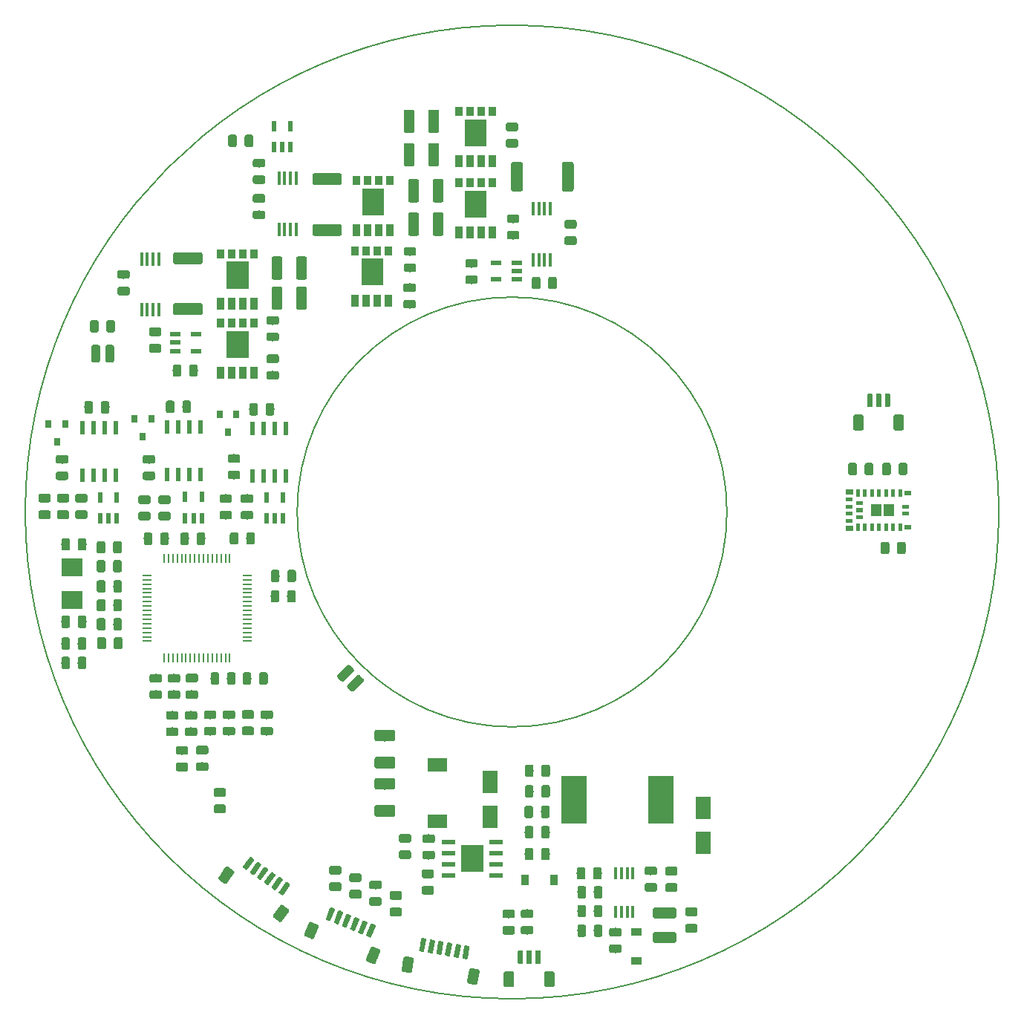
<source format=gbr>
%TF.GenerationSoftware,KiCad,Pcbnew,5.0.2-bee76a0~70~ubuntu18.04.1*%
%TF.CreationDate,2020-04-28T20:19:41+02:00*%
%TF.ProjectId,gsvesc,67737665-7363-42e6-9b69-6361645f7063,rev?*%
%TF.SameCoordinates,PX5f5e038PY5f5e038*%
%TF.FileFunction,Paste,Top*%
%TF.FilePolarity,Positive*%
%FSLAX46Y46*%
G04 Gerber Fmt 4.6, Leading zero omitted, Abs format (unit mm)*
G04 Created by KiCad (PCBNEW 5.0.2-bee76a0~70~ubuntu18.04.1) date Di 28 Apr 2020 20:19:41 CEST*
%MOMM*%
%LPD*%
G01*
G04 APERTURE LIST*
%ADD10C,0.200000*%
%ADD11C,0.010000*%
%ADD12C,0.100000*%
%ADD13C,0.975000*%
%ADD14C,0.600000*%
%ADD15C,1.200000*%
%ADD16R,2.400000X2.000000*%
%ADD17R,0.800000X0.900000*%
%ADD18R,0.600000X1.550000*%
%ADD19C,1.000000*%
%ADD20R,0.250000X1.000000*%
%ADD21R,1.000000X0.250000*%
%ADD22C,1.325000*%
%ADD23R,2.200000X1.500000*%
%ADD24R,1.800000X2.500000*%
%ADD25R,1.550000X0.600000*%
%ADD26R,2.600000X3.100000*%
%ADD27R,0.450000X1.450000*%
%ADD28R,1.200000X0.900000*%
%ADD29R,0.900000X1.200000*%
%ADD30C,1.250000*%
%ADD31R,2.900000X5.400000*%
%ADD32R,0.568000X1.309599*%
%ADD33R,0.850000X1.450000*%
%ADD34R,0.850000X1.050000*%
%ADD35R,0.457200X1.498600*%
%ADD36C,1.350000*%
%ADD37R,1.309599X0.568000*%
G04 APERTURE END LIST*
D10*
X24500200Y-200D02*
G75*
G03X24500200Y-200I-24500000J0D01*
G01*
X55500200Y-200D02*
G75*
G03X55500200Y-200I-55500000J0D01*
G01*
D11*
G36*
X42404080Y850000D02*
X43500000Y850000D01*
X43500000Y-348270D01*
X42404080Y-348270D01*
X42404080Y850000D01*
G37*
X42404080Y850000D02*
X43500000Y850000D01*
X43500000Y-348270D01*
X42404080Y-348270D01*
X42404080Y850000D01*
G36*
X40901220Y850000D02*
X42000000Y850000D01*
X42000000Y-349230D01*
X40901220Y-349230D01*
X40901220Y850000D01*
G37*
X40901220Y850000D02*
X42000000Y850000D01*
X42000000Y-349230D01*
X40901220Y-349230D01*
X40901220Y850000D01*
G36*
X44456490Y25000D02*
X45150000Y25000D01*
X45150000Y-323070D01*
X44456490Y-323070D01*
X44456490Y25000D01*
G37*
X44456490Y25000D02*
X45150000Y25000D01*
X45150000Y-323070D01*
X44456490Y-323070D01*
X44456490Y25000D01*
G36*
X39225820Y2550000D02*
X39575000Y2550000D01*
X39575000Y1852400D01*
X39225820Y1852400D01*
X39225820Y2550000D01*
G37*
X39225820Y2550000D02*
X39575000Y2550000D01*
X39575000Y1852400D01*
X39225820Y1852400D01*
X39225820Y2550000D01*
G36*
X40027900Y2550000D02*
X40375000Y2550000D01*
X40375000Y1855410D01*
X40027900Y1855410D01*
X40027900Y2550000D01*
G37*
X40027900Y2550000D02*
X40375000Y2550000D01*
X40375000Y1855410D01*
X40027900Y1855410D01*
X40027900Y2550000D01*
G36*
X40829460Y2550000D02*
X41175000Y2550000D01*
X41175000Y1856120D01*
X40829460Y1856120D01*
X40829460Y2550000D01*
G37*
X40829460Y2550000D02*
X41175000Y2550000D01*
X41175000Y1856120D01*
X40829460Y1856120D01*
X40829460Y2550000D01*
G36*
X41631360Y2550000D02*
X41975000Y2550000D01*
X41975000Y1856900D01*
X41631360Y1856900D01*
X41631360Y2550000D01*
G37*
X41631360Y2550000D02*
X41975000Y2550000D01*
X41975000Y1856900D01*
X41631360Y1856900D01*
X41631360Y2550000D01*
G36*
X42433540Y2550000D02*
X42775000Y2550000D01*
X42775000Y1857670D01*
X42433540Y1857670D01*
X42433540Y2550000D01*
G37*
X42433540Y2550000D02*
X42775000Y2550000D01*
X42775000Y1857670D01*
X42433540Y1857670D01*
X42433540Y2550000D01*
G36*
X43227160Y2550000D02*
X43575000Y2550000D01*
X43575000Y1851650D01*
X43227160Y1851650D01*
X43227160Y2550000D01*
G37*
X43227160Y2550000D02*
X43575000Y2550000D01*
X43575000Y1851650D01*
X43227160Y1851650D01*
X43227160Y2550000D01*
G36*
X44031990Y2550000D02*
X44375000Y2550000D01*
X44375000Y1854660D01*
X44031990Y1854660D01*
X44031990Y2550000D01*
G37*
X44031990Y2550000D02*
X44375000Y2550000D01*
X44375000Y1854660D01*
X44031990Y1854660D01*
X44031990Y2550000D01*
G36*
X39227640Y-1350000D02*
X39575000Y-1350000D01*
X39575000Y-2049537D01*
X39227640Y-2049537D01*
X39227640Y-1350000D01*
G37*
X39227640Y-1350000D02*
X39575000Y-1350000D01*
X39575000Y-2049537D01*
X39227640Y-2049537D01*
X39227640Y-1350000D01*
G36*
X40025520Y-1350000D02*
X40375000Y-1350000D01*
X40375000Y-2049942D01*
X40025520Y-2049942D01*
X40025520Y-1350000D01*
G37*
X40025520Y-1350000D02*
X40375000Y-1350000D01*
X40375000Y-2049942D01*
X40025520Y-2049942D01*
X40025520Y-1350000D01*
G36*
X40829040Y-1350000D02*
X41175000Y-1350000D01*
X41175000Y-2049667D01*
X40829040Y-2049667D01*
X40829040Y-1350000D01*
G37*
X40829040Y-1350000D02*
X41175000Y-1350000D01*
X41175000Y-2049667D01*
X40829040Y-2049667D01*
X40829040Y-1350000D01*
G36*
X41628780Y-1350000D02*
X41975000Y-1350000D01*
X41975000Y-2049753D01*
X41628780Y-2049753D01*
X41628780Y-1350000D01*
G37*
X41628780Y-1350000D02*
X41975000Y-1350000D01*
X41975000Y-2049753D01*
X41628780Y-2049753D01*
X41628780Y-1350000D01*
G36*
X42431680Y-1350000D02*
X42775000Y-1350000D01*
X42775000Y-2049639D01*
X42431680Y-2049639D01*
X42431680Y-1350000D01*
G37*
X42431680Y-1350000D02*
X42775000Y-1350000D01*
X42775000Y-2049639D01*
X42431680Y-2049639D01*
X42431680Y-1350000D01*
G36*
X43228150Y-1350000D02*
X43575000Y-1350000D01*
X43575000Y-2049855D01*
X43228150Y-2049855D01*
X43228150Y-1350000D01*
G37*
X43228150Y-1350000D02*
X43575000Y-1350000D01*
X43575000Y-2049855D01*
X43228150Y-2049855D01*
X43228150Y-1350000D01*
G36*
X44036830Y-1350000D02*
X44375000Y-1350000D01*
X44375000Y-2049525D01*
X44036830Y-2049525D01*
X44036830Y-1350000D01*
G37*
X44036830Y-1350000D02*
X44375000Y-1350000D01*
X44375000Y-2049525D01*
X44036830Y-2049525D01*
X44036830Y-1350000D01*
G36*
X44461160Y825000D02*
X45150000Y825000D01*
X45150000Y479660D01*
X44461160Y479660D01*
X44461160Y825000D01*
G37*
X44461160Y825000D02*
X45150000Y825000D01*
X45150000Y479660D01*
X44461160Y479660D01*
X44461160Y825000D01*
G36*
X38050025Y-775000D02*
X38750000Y-775000D01*
X38750000Y-1124880D01*
X38050025Y-1124880D01*
X38050025Y-775000D01*
G37*
X38050025Y-775000D02*
X38750000Y-775000D01*
X38750000Y-1124880D01*
X38050025Y-1124880D01*
X38050025Y-775000D01*
G36*
X38050445Y25000D02*
X38750000Y25000D01*
X38750000Y-321490D01*
X38050445Y-321490D01*
X38050445Y25000D01*
G37*
X38050445Y25000D02*
X38750000Y25000D01*
X38750000Y-321490D01*
X38050445Y-321490D01*
X38050445Y25000D01*
G36*
X38050237Y825000D02*
X38750000Y825000D01*
X38750000Y477630D01*
X38050237Y477630D01*
X38050237Y825000D01*
G37*
X38050237Y825000D02*
X38750000Y825000D01*
X38750000Y477630D01*
X38050237Y477630D01*
X38050237Y825000D01*
G36*
X38050118Y1625000D02*
X38750000Y1625000D01*
X38750000Y1276690D01*
X38050118Y1276690D01*
X38050118Y1625000D01*
G37*
X38050118Y1625000D02*
X38750000Y1625000D01*
X38750000Y1276690D01*
X38050118Y1276690D01*
X38050118Y1625000D01*
G36*
X39251920Y1225000D02*
X39950000Y1225000D01*
X39950000Y879210D01*
X39251920Y879210D01*
X39251920Y1225000D01*
G37*
X39251920Y1225000D02*
X39950000Y1225000D01*
X39950000Y879210D01*
X39251920Y879210D01*
X39251920Y1225000D01*
G36*
X39251100Y425000D02*
X39950000Y425000D01*
X39950000Y76810D01*
X39251100Y76810D01*
X39251100Y425000D01*
G37*
X39251100Y425000D02*
X39950000Y425000D01*
X39950000Y76810D01*
X39251100Y76810D01*
X39251100Y425000D01*
G36*
X39251750Y-375000D02*
X39950000Y-375000D01*
X39950000Y-723100D01*
X39251750Y-723100D01*
X39251750Y-375000D01*
G37*
X39251750Y-375000D02*
X39950000Y-375000D01*
X39950000Y-723100D01*
X39251750Y-723100D01*
X39251750Y-375000D01*
G36*
X44702500Y2425000D02*
X45450000Y2425000D01*
X45450000Y1976550D01*
X44702500Y1976550D01*
X44702500Y2425000D01*
G37*
X44702500Y2425000D02*
X45450000Y2425000D01*
X45450000Y1976550D01*
X44702500Y1976550D01*
X44702500Y2425000D01*
G36*
X38025177Y2550000D02*
X38775000Y2550000D01*
X38775000Y2103470D01*
X38025177Y2103470D01*
X38025177Y2550000D01*
G37*
X38025177Y2550000D02*
X38775000Y2550000D01*
X38775000Y2103470D01*
X38025177Y2103470D01*
X38025177Y2550000D01*
G36*
X44705040Y-1475000D02*
X45450000Y-1475000D01*
X45450000Y-1924726D01*
X44705040Y-1924726D01*
X44705040Y-1475000D01*
G37*
X44705040Y-1475000D02*
X45450000Y-1475000D01*
X45450000Y-1924726D01*
X44705040Y-1924726D01*
X44705040Y-1475000D01*
G36*
X38025309Y-1600000D02*
X38775000Y-1600000D01*
X38775000Y-2049656D01*
X38025309Y-2049656D01*
X38025309Y-1600000D01*
G37*
X38025309Y-1600000D02*
X38775000Y-1600000D01*
X38775000Y-2049656D01*
X38025309Y-2049656D01*
X38025309Y-1600000D01*
G36*
X-5351600Y33663600D02*
X-5351600Y36643600D01*
X-2979600Y36643600D01*
X-2979600Y33663600D01*
X-5351600Y33663600D01*
G37*
X-5351600Y33663600D02*
X-5351600Y36643600D01*
X-2979600Y36643600D01*
X-2979600Y33663600D01*
X-5351600Y33663600D01*
G36*
X-32515730Y25557174D02*
X-32515730Y28537174D01*
X-30143730Y28537174D01*
X-30143730Y25557174D01*
X-32515730Y25557174D01*
G37*
X-32515730Y25557174D02*
X-32515730Y28537174D01*
X-30143730Y28537174D01*
X-30143730Y25557174D01*
X-32515730Y25557174D01*
G36*
X-32515730Y17641174D02*
X-32515730Y20621174D01*
X-30143730Y20621174D01*
X-30143730Y17641174D01*
X-32515730Y17641174D01*
G37*
X-32515730Y17641174D02*
X-32515730Y20621174D01*
X-30143730Y20621174D01*
X-30143730Y17641174D01*
X-32515730Y17641174D01*
G36*
X-5351600Y41782800D02*
X-5351600Y44762800D01*
X-2979600Y44762800D01*
X-2979600Y41782800D01*
X-5351600Y41782800D01*
G37*
X-5351600Y41782800D02*
X-5351600Y44762800D01*
X-2979600Y44762800D01*
X-2979600Y41782800D01*
X-5351600Y41782800D01*
G36*
X-17061000Y33908800D02*
X-17061000Y36888800D01*
X-14689000Y36888800D01*
X-14689000Y33908800D01*
X-17061000Y33908800D01*
G37*
X-17061000Y33908800D02*
X-17061000Y36888800D01*
X-14689000Y36888800D01*
X-14689000Y33908800D01*
X-17061000Y33908800D01*
G36*
X-17188000Y25907800D02*
X-17188000Y28887800D01*
X-14816000Y28887800D01*
X-14816000Y25907800D01*
X-17188000Y25907800D01*
G37*
X-17188000Y25907800D02*
X-17188000Y28887800D01*
X-14816000Y28887800D01*
X-14816000Y25907800D01*
X-17188000Y25907800D01*
D12*
G36*
X42792642Y-3401174D02*
X42816303Y-3404684D01*
X42839507Y-3410496D01*
X42862029Y-3418554D01*
X42883653Y-3428782D01*
X42904170Y-3441079D01*
X42923383Y-3455329D01*
X42941107Y-3471393D01*
X42957171Y-3489117D01*
X42971421Y-3508330D01*
X42983718Y-3528847D01*
X42993946Y-3550471D01*
X43002004Y-3572993D01*
X43007816Y-3596197D01*
X43011326Y-3619858D01*
X43012500Y-3643750D01*
X43012500Y-4556250D01*
X43011326Y-4580142D01*
X43007816Y-4603803D01*
X43002004Y-4627007D01*
X42993946Y-4649529D01*
X42983718Y-4671153D01*
X42971421Y-4691670D01*
X42957171Y-4710883D01*
X42941107Y-4728607D01*
X42923383Y-4744671D01*
X42904170Y-4758921D01*
X42883653Y-4771218D01*
X42862029Y-4781446D01*
X42839507Y-4789504D01*
X42816303Y-4795316D01*
X42792642Y-4798826D01*
X42768750Y-4800000D01*
X42281250Y-4800000D01*
X42257358Y-4798826D01*
X42233697Y-4795316D01*
X42210493Y-4789504D01*
X42187971Y-4781446D01*
X42166347Y-4771218D01*
X42145830Y-4758921D01*
X42126617Y-4744671D01*
X42108893Y-4728607D01*
X42092829Y-4710883D01*
X42078579Y-4691670D01*
X42066282Y-4671153D01*
X42056054Y-4649529D01*
X42047996Y-4627007D01*
X42042184Y-4603803D01*
X42038674Y-4580142D01*
X42037500Y-4556250D01*
X42037500Y-3643750D01*
X42038674Y-3619858D01*
X42042184Y-3596197D01*
X42047996Y-3572993D01*
X42056054Y-3550471D01*
X42066282Y-3528847D01*
X42078579Y-3508330D01*
X42092829Y-3489117D01*
X42108893Y-3471393D01*
X42126617Y-3455329D01*
X42145830Y-3441079D01*
X42166347Y-3428782D01*
X42187971Y-3418554D01*
X42210493Y-3410496D01*
X42233697Y-3404684D01*
X42257358Y-3401174D01*
X42281250Y-3400000D01*
X42768750Y-3400000D01*
X42792642Y-3401174D01*
X42792642Y-3401174D01*
G37*
D13*
X42525000Y-4100000D03*
D12*
G36*
X44667642Y-3401174D02*
X44691303Y-3404684D01*
X44714507Y-3410496D01*
X44737029Y-3418554D01*
X44758653Y-3428782D01*
X44779170Y-3441079D01*
X44798383Y-3455329D01*
X44816107Y-3471393D01*
X44832171Y-3489117D01*
X44846421Y-3508330D01*
X44858718Y-3528847D01*
X44868946Y-3550471D01*
X44877004Y-3572993D01*
X44882816Y-3596197D01*
X44886326Y-3619858D01*
X44887500Y-3643750D01*
X44887500Y-4556250D01*
X44886326Y-4580142D01*
X44882816Y-4603803D01*
X44877004Y-4627007D01*
X44868946Y-4649529D01*
X44858718Y-4671153D01*
X44846421Y-4691670D01*
X44832171Y-4710883D01*
X44816107Y-4728607D01*
X44798383Y-4744671D01*
X44779170Y-4758921D01*
X44758653Y-4771218D01*
X44737029Y-4781446D01*
X44714507Y-4789504D01*
X44691303Y-4795316D01*
X44667642Y-4798826D01*
X44643750Y-4800000D01*
X44156250Y-4800000D01*
X44132358Y-4798826D01*
X44108697Y-4795316D01*
X44085493Y-4789504D01*
X44062971Y-4781446D01*
X44041347Y-4771218D01*
X44020830Y-4758921D01*
X44001617Y-4744671D01*
X43983893Y-4728607D01*
X43967829Y-4710883D01*
X43953579Y-4691670D01*
X43941282Y-4671153D01*
X43931054Y-4649529D01*
X43922996Y-4627007D01*
X43917184Y-4603803D01*
X43913674Y-4580142D01*
X43912500Y-4556250D01*
X43912500Y-3643750D01*
X43913674Y-3619858D01*
X43917184Y-3596197D01*
X43922996Y-3572993D01*
X43931054Y-3550471D01*
X43941282Y-3528847D01*
X43953579Y-3508330D01*
X43967829Y-3489117D01*
X43983893Y-3471393D01*
X44001617Y-3455329D01*
X44020830Y-3441079D01*
X44041347Y-3428782D01*
X44062971Y-3418554D01*
X44085493Y-3410496D01*
X44108697Y-3404684D01*
X44132358Y-3401174D01*
X44156250Y-3400000D01*
X44643750Y-3400000D01*
X44667642Y-3401174D01*
X44667642Y-3401174D01*
G37*
D13*
X44400000Y-4100000D03*
D12*
G36*
X42964703Y13499278D02*
X42979264Y13497118D01*
X42993543Y13493541D01*
X43007403Y13488582D01*
X43020710Y13482288D01*
X43033336Y13474720D01*
X43045159Y13465952D01*
X43056066Y13456066D01*
X43065952Y13445159D01*
X43074720Y13433336D01*
X43082288Y13420710D01*
X43088582Y13407403D01*
X43093541Y13393543D01*
X43097118Y13379264D01*
X43099278Y13364703D01*
X43100000Y13350000D01*
X43100000Y12100000D01*
X43099278Y12085297D01*
X43097118Y12070736D01*
X43093541Y12056457D01*
X43088582Y12042597D01*
X43082288Y12029290D01*
X43074720Y12016664D01*
X43065952Y12004841D01*
X43056066Y11993934D01*
X43045159Y11984048D01*
X43033336Y11975280D01*
X43020710Y11967712D01*
X43007403Y11961418D01*
X42993543Y11956459D01*
X42979264Y11952882D01*
X42964703Y11950722D01*
X42950000Y11950000D01*
X42650000Y11950000D01*
X42635297Y11950722D01*
X42620736Y11952882D01*
X42606457Y11956459D01*
X42592597Y11961418D01*
X42579290Y11967712D01*
X42566664Y11975280D01*
X42554841Y11984048D01*
X42543934Y11993934D01*
X42534048Y12004841D01*
X42525280Y12016664D01*
X42517712Y12029290D01*
X42511418Y12042597D01*
X42506459Y12056457D01*
X42502882Y12070736D01*
X42500722Y12085297D01*
X42500000Y12100000D01*
X42500000Y13350000D01*
X42500722Y13364703D01*
X42502882Y13379264D01*
X42506459Y13393543D01*
X42511418Y13407403D01*
X42517712Y13420710D01*
X42525280Y13433336D01*
X42534048Y13445159D01*
X42543934Y13456066D01*
X42554841Y13465952D01*
X42566664Y13474720D01*
X42579290Y13482288D01*
X42592597Y13488582D01*
X42606457Y13493541D01*
X42620736Y13497118D01*
X42635297Y13499278D01*
X42650000Y13500000D01*
X42950000Y13500000D01*
X42964703Y13499278D01*
X42964703Y13499278D01*
G37*
D14*
X42800000Y12725000D03*
D12*
G36*
X41964703Y13499278D02*
X41979264Y13497118D01*
X41993543Y13493541D01*
X42007403Y13488582D01*
X42020710Y13482288D01*
X42033336Y13474720D01*
X42045159Y13465952D01*
X42056066Y13456066D01*
X42065952Y13445159D01*
X42074720Y13433336D01*
X42082288Y13420710D01*
X42088582Y13407403D01*
X42093541Y13393543D01*
X42097118Y13379264D01*
X42099278Y13364703D01*
X42100000Y13350000D01*
X42100000Y12100000D01*
X42099278Y12085297D01*
X42097118Y12070736D01*
X42093541Y12056457D01*
X42088582Y12042597D01*
X42082288Y12029290D01*
X42074720Y12016664D01*
X42065952Y12004841D01*
X42056066Y11993934D01*
X42045159Y11984048D01*
X42033336Y11975280D01*
X42020710Y11967712D01*
X42007403Y11961418D01*
X41993543Y11956459D01*
X41979264Y11952882D01*
X41964703Y11950722D01*
X41950000Y11950000D01*
X41650000Y11950000D01*
X41635297Y11950722D01*
X41620736Y11952882D01*
X41606457Y11956459D01*
X41592597Y11961418D01*
X41579290Y11967712D01*
X41566664Y11975280D01*
X41554841Y11984048D01*
X41543934Y11993934D01*
X41534048Y12004841D01*
X41525280Y12016664D01*
X41517712Y12029290D01*
X41511418Y12042597D01*
X41506459Y12056457D01*
X41502882Y12070736D01*
X41500722Y12085297D01*
X41500000Y12100000D01*
X41500000Y13350000D01*
X41500722Y13364703D01*
X41502882Y13379264D01*
X41506459Y13393543D01*
X41511418Y13407403D01*
X41517712Y13420710D01*
X41525280Y13433336D01*
X41534048Y13445159D01*
X41543934Y13456066D01*
X41554841Y13465952D01*
X41566664Y13474720D01*
X41579290Y13482288D01*
X41592597Y13488582D01*
X41606457Y13493541D01*
X41620736Y13497118D01*
X41635297Y13499278D01*
X41650000Y13500000D01*
X41950000Y13500000D01*
X41964703Y13499278D01*
X41964703Y13499278D01*
G37*
D14*
X41800000Y12725000D03*
D12*
G36*
X40964703Y13499278D02*
X40979264Y13497118D01*
X40993543Y13493541D01*
X41007403Y13488582D01*
X41020710Y13482288D01*
X41033336Y13474720D01*
X41045159Y13465952D01*
X41056066Y13456066D01*
X41065952Y13445159D01*
X41074720Y13433336D01*
X41082288Y13420710D01*
X41088582Y13407403D01*
X41093541Y13393543D01*
X41097118Y13379264D01*
X41099278Y13364703D01*
X41100000Y13350000D01*
X41100000Y12100000D01*
X41099278Y12085297D01*
X41097118Y12070736D01*
X41093541Y12056457D01*
X41088582Y12042597D01*
X41082288Y12029290D01*
X41074720Y12016664D01*
X41065952Y12004841D01*
X41056066Y11993934D01*
X41045159Y11984048D01*
X41033336Y11975280D01*
X41020710Y11967712D01*
X41007403Y11961418D01*
X40993543Y11956459D01*
X40979264Y11952882D01*
X40964703Y11950722D01*
X40950000Y11950000D01*
X40650000Y11950000D01*
X40635297Y11950722D01*
X40620736Y11952882D01*
X40606457Y11956459D01*
X40592597Y11961418D01*
X40579290Y11967712D01*
X40566664Y11975280D01*
X40554841Y11984048D01*
X40543934Y11993934D01*
X40534048Y12004841D01*
X40525280Y12016664D01*
X40517712Y12029290D01*
X40511418Y12042597D01*
X40506459Y12056457D01*
X40502882Y12070736D01*
X40500722Y12085297D01*
X40500000Y12100000D01*
X40500000Y13350000D01*
X40500722Y13364703D01*
X40502882Y13379264D01*
X40506459Y13393543D01*
X40511418Y13407403D01*
X40517712Y13420710D01*
X40525280Y13433336D01*
X40534048Y13445159D01*
X40543934Y13456066D01*
X40554841Y13465952D01*
X40566664Y13474720D01*
X40579290Y13482288D01*
X40592597Y13488582D01*
X40606457Y13493541D01*
X40620736Y13497118D01*
X40635297Y13499278D01*
X40650000Y13500000D01*
X40950000Y13500000D01*
X40964703Y13499278D01*
X40964703Y13499278D01*
G37*
D14*
X40800000Y12725000D03*
D12*
G36*
X44474505Y11098796D02*
X44498773Y11095196D01*
X44522572Y11089235D01*
X44545671Y11080970D01*
X44567850Y11070480D01*
X44588893Y11057868D01*
X44608599Y11043253D01*
X44626777Y11026777D01*
X44643253Y11008599D01*
X44657868Y10988893D01*
X44670480Y10967850D01*
X44680970Y10945671D01*
X44689235Y10922572D01*
X44695196Y10898773D01*
X44698796Y10874505D01*
X44700000Y10850001D01*
X44700000Y9549999D01*
X44698796Y9525495D01*
X44695196Y9501227D01*
X44689235Y9477428D01*
X44680970Y9454329D01*
X44670480Y9432150D01*
X44657868Y9411107D01*
X44643253Y9391401D01*
X44626777Y9373223D01*
X44608599Y9356747D01*
X44588893Y9342132D01*
X44567850Y9329520D01*
X44545671Y9319030D01*
X44522572Y9310765D01*
X44498773Y9304804D01*
X44474505Y9301204D01*
X44450001Y9300000D01*
X43749999Y9300000D01*
X43725495Y9301204D01*
X43701227Y9304804D01*
X43677428Y9310765D01*
X43654329Y9319030D01*
X43632150Y9329520D01*
X43611107Y9342132D01*
X43591401Y9356747D01*
X43573223Y9373223D01*
X43556747Y9391401D01*
X43542132Y9411107D01*
X43529520Y9432150D01*
X43519030Y9454329D01*
X43510765Y9477428D01*
X43504804Y9501227D01*
X43501204Y9525495D01*
X43500000Y9549999D01*
X43500000Y10850001D01*
X43501204Y10874505D01*
X43504804Y10898773D01*
X43510765Y10922572D01*
X43519030Y10945671D01*
X43529520Y10967850D01*
X43542132Y10988893D01*
X43556747Y11008599D01*
X43573223Y11026777D01*
X43591401Y11043253D01*
X43611107Y11057868D01*
X43632150Y11070480D01*
X43654329Y11080970D01*
X43677428Y11089235D01*
X43701227Y11095196D01*
X43725495Y11098796D01*
X43749999Y11100000D01*
X44450001Y11100000D01*
X44474505Y11098796D01*
X44474505Y11098796D01*
G37*
D15*
X44100000Y10200000D03*
D12*
G36*
X39874505Y11098796D02*
X39898773Y11095196D01*
X39922572Y11089235D01*
X39945671Y11080970D01*
X39967850Y11070480D01*
X39988893Y11057868D01*
X40008599Y11043253D01*
X40026777Y11026777D01*
X40043253Y11008599D01*
X40057868Y10988893D01*
X40070480Y10967850D01*
X40080970Y10945671D01*
X40089235Y10922572D01*
X40095196Y10898773D01*
X40098796Y10874505D01*
X40100000Y10850001D01*
X40100000Y9549999D01*
X40098796Y9525495D01*
X40095196Y9501227D01*
X40089235Y9477428D01*
X40080970Y9454329D01*
X40070480Y9432150D01*
X40057868Y9411107D01*
X40043253Y9391401D01*
X40026777Y9373223D01*
X40008599Y9356747D01*
X39988893Y9342132D01*
X39967850Y9329520D01*
X39945671Y9319030D01*
X39922572Y9310765D01*
X39898773Y9304804D01*
X39874505Y9301204D01*
X39850001Y9300000D01*
X39149999Y9300000D01*
X39125495Y9301204D01*
X39101227Y9304804D01*
X39077428Y9310765D01*
X39054329Y9319030D01*
X39032150Y9329520D01*
X39011107Y9342132D01*
X38991401Y9356747D01*
X38973223Y9373223D01*
X38956747Y9391401D01*
X38942132Y9411107D01*
X38929520Y9432150D01*
X38919030Y9454329D01*
X38910765Y9477428D01*
X38904804Y9501227D01*
X38901204Y9525495D01*
X38900000Y9549999D01*
X38900000Y10850001D01*
X38901204Y10874505D01*
X38904804Y10898773D01*
X38910765Y10922572D01*
X38919030Y10945671D01*
X38929520Y10967850D01*
X38942132Y10988893D01*
X38956747Y11008599D01*
X38973223Y11026777D01*
X38991401Y11043253D01*
X39011107Y11057868D01*
X39032150Y11070480D01*
X39054329Y11080970D01*
X39077428Y11089235D01*
X39101227Y11095196D01*
X39125495Y11098796D01*
X39149999Y11100000D01*
X39850001Y11100000D01*
X39874505Y11098796D01*
X39874505Y11098796D01*
G37*
D15*
X39500000Y10200000D03*
D12*
G36*
X44842642Y5598826D02*
X44866303Y5595316D01*
X44889507Y5589504D01*
X44912029Y5581446D01*
X44933653Y5571218D01*
X44954170Y5558921D01*
X44973383Y5544671D01*
X44991107Y5528607D01*
X45007171Y5510883D01*
X45021421Y5491670D01*
X45033718Y5471153D01*
X45043946Y5449529D01*
X45052004Y5427007D01*
X45057816Y5403803D01*
X45061326Y5380142D01*
X45062500Y5356250D01*
X45062500Y4443750D01*
X45061326Y4419858D01*
X45057816Y4396197D01*
X45052004Y4372993D01*
X45043946Y4350471D01*
X45033718Y4328847D01*
X45021421Y4308330D01*
X45007171Y4289117D01*
X44991107Y4271393D01*
X44973383Y4255329D01*
X44954170Y4241079D01*
X44933653Y4228782D01*
X44912029Y4218554D01*
X44889507Y4210496D01*
X44866303Y4204684D01*
X44842642Y4201174D01*
X44818750Y4200000D01*
X44331250Y4200000D01*
X44307358Y4201174D01*
X44283697Y4204684D01*
X44260493Y4210496D01*
X44237971Y4218554D01*
X44216347Y4228782D01*
X44195830Y4241079D01*
X44176617Y4255329D01*
X44158893Y4271393D01*
X44142829Y4289117D01*
X44128579Y4308330D01*
X44116282Y4328847D01*
X44106054Y4350471D01*
X44097996Y4372993D01*
X44092184Y4396197D01*
X44088674Y4419858D01*
X44087500Y4443750D01*
X44087500Y5356250D01*
X44088674Y5380142D01*
X44092184Y5403803D01*
X44097996Y5427007D01*
X44106054Y5449529D01*
X44116282Y5471153D01*
X44128579Y5491670D01*
X44142829Y5510883D01*
X44158893Y5528607D01*
X44176617Y5544671D01*
X44195830Y5558921D01*
X44216347Y5571218D01*
X44237971Y5581446D01*
X44260493Y5589504D01*
X44283697Y5595316D01*
X44307358Y5598826D01*
X44331250Y5600000D01*
X44818750Y5600000D01*
X44842642Y5598826D01*
X44842642Y5598826D01*
G37*
D13*
X44575000Y4900000D03*
D12*
G36*
X42967642Y5598826D02*
X42991303Y5595316D01*
X43014507Y5589504D01*
X43037029Y5581446D01*
X43058653Y5571218D01*
X43079170Y5558921D01*
X43098383Y5544671D01*
X43116107Y5528607D01*
X43132171Y5510883D01*
X43146421Y5491670D01*
X43158718Y5471153D01*
X43168946Y5449529D01*
X43177004Y5427007D01*
X43182816Y5403803D01*
X43186326Y5380142D01*
X43187500Y5356250D01*
X43187500Y4443750D01*
X43186326Y4419858D01*
X43182816Y4396197D01*
X43177004Y4372993D01*
X43168946Y4350471D01*
X43158718Y4328847D01*
X43146421Y4308330D01*
X43132171Y4289117D01*
X43116107Y4271393D01*
X43098383Y4255329D01*
X43079170Y4241079D01*
X43058653Y4228782D01*
X43037029Y4218554D01*
X43014507Y4210496D01*
X42991303Y4204684D01*
X42967642Y4201174D01*
X42943750Y4200000D01*
X42456250Y4200000D01*
X42432358Y4201174D01*
X42408697Y4204684D01*
X42385493Y4210496D01*
X42362971Y4218554D01*
X42341347Y4228782D01*
X42320830Y4241079D01*
X42301617Y4255329D01*
X42283893Y4271393D01*
X42267829Y4289117D01*
X42253579Y4308330D01*
X42241282Y4328847D01*
X42231054Y4350471D01*
X42222996Y4372993D01*
X42217184Y4396197D01*
X42213674Y4419858D01*
X42212500Y4443750D01*
X42212500Y5356250D01*
X42213674Y5380142D01*
X42217184Y5403803D01*
X42222996Y5427007D01*
X42231054Y5449529D01*
X42241282Y5471153D01*
X42253579Y5491670D01*
X42267829Y5510883D01*
X42283893Y5528607D01*
X42301617Y5544671D01*
X42320830Y5558921D01*
X42341347Y5571218D01*
X42362971Y5581446D01*
X42385493Y5589504D01*
X42408697Y5595316D01*
X42432358Y5598826D01*
X42456250Y5600000D01*
X42943750Y5600000D01*
X42967642Y5598826D01*
X42967642Y5598826D01*
G37*
D13*
X42700000Y4900000D03*
D12*
G36*
X39092642Y5598826D02*
X39116303Y5595316D01*
X39139507Y5589504D01*
X39162029Y5581446D01*
X39183653Y5571218D01*
X39204170Y5558921D01*
X39223383Y5544671D01*
X39241107Y5528607D01*
X39257171Y5510883D01*
X39271421Y5491670D01*
X39283718Y5471153D01*
X39293946Y5449529D01*
X39302004Y5427007D01*
X39307816Y5403803D01*
X39311326Y5380142D01*
X39312500Y5356250D01*
X39312500Y4443750D01*
X39311326Y4419858D01*
X39307816Y4396197D01*
X39302004Y4372993D01*
X39293946Y4350471D01*
X39283718Y4328847D01*
X39271421Y4308330D01*
X39257171Y4289117D01*
X39241107Y4271393D01*
X39223383Y4255329D01*
X39204170Y4241079D01*
X39183653Y4228782D01*
X39162029Y4218554D01*
X39139507Y4210496D01*
X39116303Y4204684D01*
X39092642Y4201174D01*
X39068750Y4200000D01*
X38581250Y4200000D01*
X38557358Y4201174D01*
X38533697Y4204684D01*
X38510493Y4210496D01*
X38487971Y4218554D01*
X38466347Y4228782D01*
X38445830Y4241079D01*
X38426617Y4255329D01*
X38408893Y4271393D01*
X38392829Y4289117D01*
X38378579Y4308330D01*
X38366282Y4328847D01*
X38356054Y4350471D01*
X38347996Y4372993D01*
X38342184Y4396197D01*
X38338674Y4419858D01*
X38337500Y4443750D01*
X38337500Y5356250D01*
X38338674Y5380142D01*
X38342184Y5403803D01*
X38347996Y5427007D01*
X38356054Y5449529D01*
X38366282Y5471153D01*
X38378579Y5491670D01*
X38392829Y5510883D01*
X38408893Y5528607D01*
X38426617Y5544671D01*
X38445830Y5558921D01*
X38466347Y5571218D01*
X38487971Y5581446D01*
X38510493Y5589504D01*
X38533697Y5595316D01*
X38557358Y5598826D01*
X38581250Y5600000D01*
X39068750Y5600000D01*
X39092642Y5598826D01*
X39092642Y5598826D01*
G37*
D13*
X38825000Y4900000D03*
D12*
G36*
X40967642Y5598826D02*
X40991303Y5595316D01*
X41014507Y5589504D01*
X41037029Y5581446D01*
X41058653Y5571218D01*
X41079170Y5558921D01*
X41098383Y5544671D01*
X41116107Y5528607D01*
X41132171Y5510883D01*
X41146421Y5491670D01*
X41158718Y5471153D01*
X41168946Y5449529D01*
X41177004Y5427007D01*
X41182816Y5403803D01*
X41186326Y5380142D01*
X41187500Y5356250D01*
X41187500Y4443750D01*
X41186326Y4419858D01*
X41182816Y4396197D01*
X41177004Y4372993D01*
X41168946Y4350471D01*
X41158718Y4328847D01*
X41146421Y4308330D01*
X41132171Y4289117D01*
X41116107Y4271393D01*
X41098383Y4255329D01*
X41079170Y4241079D01*
X41058653Y4228782D01*
X41037029Y4218554D01*
X41014507Y4210496D01*
X40991303Y4204684D01*
X40967642Y4201174D01*
X40943750Y4200000D01*
X40456250Y4200000D01*
X40432358Y4201174D01*
X40408697Y4204684D01*
X40385493Y4210496D01*
X40362971Y4218554D01*
X40341347Y4228782D01*
X40320830Y4241079D01*
X40301617Y4255329D01*
X40283893Y4271393D01*
X40267829Y4289117D01*
X40253579Y4308330D01*
X40241282Y4328847D01*
X40231054Y4350471D01*
X40222996Y4372993D01*
X40217184Y4396197D01*
X40213674Y4419858D01*
X40212500Y4443750D01*
X40212500Y5356250D01*
X40213674Y5380142D01*
X40217184Y5403803D01*
X40222996Y5427007D01*
X40231054Y5449529D01*
X40241282Y5471153D01*
X40253579Y5491670D01*
X40267829Y5510883D01*
X40283893Y5528607D01*
X40301617Y5544671D01*
X40320830Y5558921D01*
X40341347Y5571218D01*
X40362971Y5581446D01*
X40385493Y5589504D01*
X40408697Y5595316D01*
X40432358Y5598826D01*
X40456250Y5600000D01*
X40943750Y5600000D01*
X40967642Y5598826D01*
X40967642Y5598826D01*
G37*
D13*
X40700000Y4900000D03*
D16*
X-50174400Y-6300000D03*
X-50174400Y-10000000D03*
D17*
X-31450000Y11100000D03*
X-33350000Y11100000D03*
X-32400000Y9100000D03*
X-51900000Y8000000D03*
X-52850000Y10000000D03*
X-50950000Y10000000D03*
X-41150000Y10600000D03*
X-43050000Y10600000D03*
X-42100000Y8600000D03*
D12*
G36*
X-27332358Y12398826D02*
X-27308697Y12395316D01*
X-27285493Y12389504D01*
X-27262971Y12381446D01*
X-27241347Y12371218D01*
X-27220830Y12358921D01*
X-27201617Y12344671D01*
X-27183893Y12328607D01*
X-27167829Y12310883D01*
X-27153579Y12291670D01*
X-27141282Y12271153D01*
X-27131054Y12249529D01*
X-27122996Y12227007D01*
X-27117184Y12203803D01*
X-27113674Y12180142D01*
X-27112500Y12156250D01*
X-27112500Y11243750D01*
X-27113674Y11219858D01*
X-27117184Y11196197D01*
X-27122996Y11172993D01*
X-27131054Y11150471D01*
X-27141282Y11128847D01*
X-27153579Y11108330D01*
X-27167829Y11089117D01*
X-27183893Y11071393D01*
X-27201617Y11055329D01*
X-27220830Y11041079D01*
X-27241347Y11028782D01*
X-27262971Y11018554D01*
X-27285493Y11010496D01*
X-27308697Y11004684D01*
X-27332358Y11001174D01*
X-27356250Y11000000D01*
X-27843750Y11000000D01*
X-27867642Y11001174D01*
X-27891303Y11004684D01*
X-27914507Y11010496D01*
X-27937029Y11018554D01*
X-27958653Y11028782D01*
X-27979170Y11041079D01*
X-27998383Y11055329D01*
X-28016107Y11071393D01*
X-28032171Y11089117D01*
X-28046421Y11108330D01*
X-28058718Y11128847D01*
X-28068946Y11150471D01*
X-28077004Y11172993D01*
X-28082816Y11196197D01*
X-28086326Y11219858D01*
X-28087500Y11243750D01*
X-28087500Y12156250D01*
X-28086326Y12180142D01*
X-28082816Y12203803D01*
X-28077004Y12227007D01*
X-28068946Y12249529D01*
X-28058718Y12271153D01*
X-28046421Y12291670D01*
X-28032171Y12310883D01*
X-28016107Y12328607D01*
X-27998383Y12344671D01*
X-27979170Y12358921D01*
X-27958653Y12371218D01*
X-27937029Y12381446D01*
X-27914507Y12389504D01*
X-27891303Y12395316D01*
X-27867642Y12398826D01*
X-27843750Y12400000D01*
X-27356250Y12400000D01*
X-27332358Y12398826D01*
X-27332358Y12398826D01*
G37*
D13*
X-27600000Y11700000D03*
D12*
G36*
X-29207358Y12398826D02*
X-29183697Y12395316D01*
X-29160493Y12389504D01*
X-29137971Y12381446D01*
X-29116347Y12371218D01*
X-29095830Y12358921D01*
X-29076617Y12344671D01*
X-29058893Y12328607D01*
X-29042829Y12310883D01*
X-29028579Y12291670D01*
X-29016282Y12271153D01*
X-29006054Y12249529D01*
X-28997996Y12227007D01*
X-28992184Y12203803D01*
X-28988674Y12180142D01*
X-28987500Y12156250D01*
X-28987500Y11243750D01*
X-28988674Y11219858D01*
X-28992184Y11196197D01*
X-28997996Y11172993D01*
X-29006054Y11150471D01*
X-29016282Y11128847D01*
X-29028579Y11108330D01*
X-29042829Y11089117D01*
X-29058893Y11071393D01*
X-29076617Y11055329D01*
X-29095830Y11041079D01*
X-29116347Y11028782D01*
X-29137971Y11018554D01*
X-29160493Y11010496D01*
X-29183697Y11004684D01*
X-29207358Y11001174D01*
X-29231250Y11000000D01*
X-29718750Y11000000D01*
X-29742642Y11001174D01*
X-29766303Y11004684D01*
X-29789507Y11010496D01*
X-29812029Y11018554D01*
X-29833653Y11028782D01*
X-29854170Y11041079D01*
X-29873383Y11055329D01*
X-29891107Y11071393D01*
X-29907171Y11089117D01*
X-29921421Y11108330D01*
X-29933718Y11128847D01*
X-29943946Y11150471D01*
X-29952004Y11172993D01*
X-29957816Y11196197D01*
X-29961326Y11219858D01*
X-29962500Y11243750D01*
X-29962500Y12156250D01*
X-29961326Y12180142D01*
X-29957816Y12203803D01*
X-29952004Y12227007D01*
X-29943946Y12249529D01*
X-29933718Y12271153D01*
X-29921421Y12291670D01*
X-29907171Y12310883D01*
X-29891107Y12328607D01*
X-29873383Y12344671D01*
X-29854170Y12358921D01*
X-29833653Y12371218D01*
X-29812029Y12381446D01*
X-29789507Y12389504D01*
X-29766303Y12395316D01*
X-29742642Y12398826D01*
X-29718750Y12400000D01*
X-29231250Y12400000D01*
X-29207358Y12398826D01*
X-29207358Y12398826D01*
G37*
D13*
X-29475000Y11700000D03*
D18*
X-49010000Y9600000D03*
X-47740000Y9600000D03*
X-46470000Y9600000D03*
X-45200000Y9600000D03*
X-45200000Y4200000D03*
X-46470000Y4200000D03*
X-47740000Y4200000D03*
X-49010000Y4200000D03*
D12*
G36*
X-50819858Y6486326D02*
X-50796197Y6482816D01*
X-50772993Y6477004D01*
X-50750471Y6468946D01*
X-50728847Y6458718D01*
X-50708330Y6446421D01*
X-50689117Y6432171D01*
X-50671393Y6416107D01*
X-50655329Y6398383D01*
X-50641079Y6379170D01*
X-50628782Y6358653D01*
X-50618554Y6337029D01*
X-50610496Y6314507D01*
X-50604684Y6291303D01*
X-50601174Y6267642D01*
X-50600000Y6243750D01*
X-50600000Y5756250D01*
X-50601174Y5732358D01*
X-50604684Y5708697D01*
X-50610496Y5685493D01*
X-50618554Y5662971D01*
X-50628782Y5641347D01*
X-50641079Y5620830D01*
X-50655329Y5601617D01*
X-50671393Y5583893D01*
X-50689117Y5567829D01*
X-50708330Y5553579D01*
X-50728847Y5541282D01*
X-50750471Y5531054D01*
X-50772993Y5522996D01*
X-50796197Y5517184D01*
X-50819858Y5513674D01*
X-50843750Y5512500D01*
X-51756250Y5512500D01*
X-51780142Y5513674D01*
X-51803803Y5517184D01*
X-51827007Y5522996D01*
X-51849529Y5531054D01*
X-51871153Y5541282D01*
X-51891670Y5553579D01*
X-51910883Y5567829D01*
X-51928607Y5583893D01*
X-51944671Y5601617D01*
X-51958921Y5620830D01*
X-51971218Y5641347D01*
X-51981446Y5662971D01*
X-51989504Y5685493D01*
X-51995316Y5708697D01*
X-51998826Y5732358D01*
X-52000000Y5756250D01*
X-52000000Y6243750D01*
X-51998826Y6267642D01*
X-51995316Y6291303D01*
X-51989504Y6314507D01*
X-51981446Y6337029D01*
X-51971218Y6358653D01*
X-51958921Y6379170D01*
X-51944671Y6398383D01*
X-51928607Y6416107D01*
X-51910883Y6432171D01*
X-51891670Y6446421D01*
X-51871153Y6458718D01*
X-51849529Y6468946D01*
X-51827007Y6477004D01*
X-51803803Y6482816D01*
X-51780142Y6486326D01*
X-51756250Y6487500D01*
X-50843750Y6487500D01*
X-50819858Y6486326D01*
X-50819858Y6486326D01*
G37*
D13*
X-51300000Y6000000D03*
D12*
G36*
X-50819858Y4611326D02*
X-50796197Y4607816D01*
X-50772993Y4602004D01*
X-50750471Y4593946D01*
X-50728847Y4583718D01*
X-50708330Y4571421D01*
X-50689117Y4557171D01*
X-50671393Y4541107D01*
X-50655329Y4523383D01*
X-50641079Y4504170D01*
X-50628782Y4483653D01*
X-50618554Y4462029D01*
X-50610496Y4439507D01*
X-50604684Y4416303D01*
X-50601174Y4392642D01*
X-50600000Y4368750D01*
X-50600000Y3881250D01*
X-50601174Y3857358D01*
X-50604684Y3833697D01*
X-50610496Y3810493D01*
X-50618554Y3787971D01*
X-50628782Y3766347D01*
X-50641079Y3745830D01*
X-50655329Y3726617D01*
X-50671393Y3708893D01*
X-50689117Y3692829D01*
X-50708330Y3678579D01*
X-50728847Y3666282D01*
X-50750471Y3656054D01*
X-50772993Y3647996D01*
X-50796197Y3642184D01*
X-50819858Y3638674D01*
X-50843750Y3637500D01*
X-51756250Y3637500D01*
X-51780142Y3638674D01*
X-51803803Y3642184D01*
X-51827007Y3647996D01*
X-51849529Y3656054D01*
X-51871153Y3666282D01*
X-51891670Y3678579D01*
X-51910883Y3692829D01*
X-51928607Y3708893D01*
X-51944671Y3726617D01*
X-51958921Y3745830D01*
X-51971218Y3766347D01*
X-51981446Y3787971D01*
X-51989504Y3810493D01*
X-51995316Y3833697D01*
X-51998826Y3857358D01*
X-52000000Y3881250D01*
X-52000000Y4368750D01*
X-51998826Y4392642D01*
X-51995316Y4416303D01*
X-51989504Y4439507D01*
X-51981446Y4462029D01*
X-51971218Y4483653D01*
X-51958921Y4504170D01*
X-51944671Y4523383D01*
X-51928607Y4541107D01*
X-51910883Y4557171D01*
X-51891670Y4571421D01*
X-51871153Y4583718D01*
X-51849529Y4593946D01*
X-51827007Y4602004D01*
X-51803803Y4607816D01*
X-51780142Y4611326D01*
X-51756250Y4612500D01*
X-50843750Y4612500D01*
X-50819858Y4611326D01*
X-50819858Y4611326D01*
G37*
D13*
X-51300000Y4125000D03*
D12*
G36*
X-46132358Y12636826D02*
X-46108697Y12633316D01*
X-46085493Y12627504D01*
X-46062971Y12619446D01*
X-46041347Y12609218D01*
X-46020830Y12596921D01*
X-46001617Y12582671D01*
X-45983893Y12566607D01*
X-45967829Y12548883D01*
X-45953579Y12529670D01*
X-45941282Y12509153D01*
X-45931054Y12487529D01*
X-45922996Y12465007D01*
X-45917184Y12441803D01*
X-45913674Y12418142D01*
X-45912500Y12394250D01*
X-45912500Y11481750D01*
X-45913674Y11457858D01*
X-45917184Y11434197D01*
X-45922996Y11410993D01*
X-45931054Y11388471D01*
X-45941282Y11366847D01*
X-45953579Y11346330D01*
X-45967829Y11327117D01*
X-45983893Y11309393D01*
X-46001617Y11293329D01*
X-46020830Y11279079D01*
X-46041347Y11266782D01*
X-46062971Y11256554D01*
X-46085493Y11248496D01*
X-46108697Y11242684D01*
X-46132358Y11239174D01*
X-46156250Y11238000D01*
X-46643750Y11238000D01*
X-46667642Y11239174D01*
X-46691303Y11242684D01*
X-46714507Y11248496D01*
X-46737029Y11256554D01*
X-46758653Y11266782D01*
X-46779170Y11279079D01*
X-46798383Y11293329D01*
X-46816107Y11309393D01*
X-46832171Y11327117D01*
X-46846421Y11346330D01*
X-46858718Y11366847D01*
X-46868946Y11388471D01*
X-46877004Y11410993D01*
X-46882816Y11434197D01*
X-46886326Y11457858D01*
X-46887500Y11481750D01*
X-46887500Y12394250D01*
X-46886326Y12418142D01*
X-46882816Y12441803D01*
X-46877004Y12465007D01*
X-46868946Y12487529D01*
X-46858718Y12509153D01*
X-46846421Y12529670D01*
X-46832171Y12548883D01*
X-46816107Y12566607D01*
X-46798383Y12582671D01*
X-46779170Y12596921D01*
X-46758653Y12609218D01*
X-46737029Y12619446D01*
X-46714507Y12627504D01*
X-46691303Y12633316D01*
X-46667642Y12636826D01*
X-46643750Y12638000D01*
X-46156250Y12638000D01*
X-46132358Y12636826D01*
X-46132358Y12636826D01*
G37*
D13*
X-46400000Y11938000D03*
D12*
G36*
X-48007358Y12636826D02*
X-47983697Y12633316D01*
X-47960493Y12627504D01*
X-47937971Y12619446D01*
X-47916347Y12609218D01*
X-47895830Y12596921D01*
X-47876617Y12582671D01*
X-47858893Y12566607D01*
X-47842829Y12548883D01*
X-47828579Y12529670D01*
X-47816282Y12509153D01*
X-47806054Y12487529D01*
X-47797996Y12465007D01*
X-47792184Y12441803D01*
X-47788674Y12418142D01*
X-47787500Y12394250D01*
X-47787500Y11481750D01*
X-47788674Y11457858D01*
X-47792184Y11434197D01*
X-47797996Y11410993D01*
X-47806054Y11388471D01*
X-47816282Y11366847D01*
X-47828579Y11346330D01*
X-47842829Y11327117D01*
X-47858893Y11309393D01*
X-47876617Y11293329D01*
X-47895830Y11279079D01*
X-47916347Y11266782D01*
X-47937971Y11256554D01*
X-47960493Y11248496D01*
X-47983697Y11242684D01*
X-48007358Y11239174D01*
X-48031250Y11238000D01*
X-48518750Y11238000D01*
X-48542642Y11239174D01*
X-48566303Y11242684D01*
X-48589507Y11248496D01*
X-48612029Y11256554D01*
X-48633653Y11266782D01*
X-48654170Y11279079D01*
X-48673383Y11293329D01*
X-48691107Y11309393D01*
X-48707171Y11327117D01*
X-48721421Y11346330D01*
X-48733718Y11366847D01*
X-48743946Y11388471D01*
X-48752004Y11410993D01*
X-48757816Y11434197D01*
X-48761326Y11457858D01*
X-48762500Y11481750D01*
X-48762500Y12394250D01*
X-48761326Y12418142D01*
X-48757816Y12441803D01*
X-48752004Y12465007D01*
X-48743946Y12487529D01*
X-48733718Y12509153D01*
X-48721421Y12529670D01*
X-48707171Y12548883D01*
X-48691107Y12566607D01*
X-48673383Y12582671D01*
X-48654170Y12596921D01*
X-48633653Y12609218D01*
X-48612029Y12619446D01*
X-48589507Y12627504D01*
X-48566303Y12633316D01*
X-48542642Y12636826D01*
X-48518750Y12638000D01*
X-48031250Y12638000D01*
X-48007358Y12636826D01*
X-48007358Y12636826D01*
G37*
D13*
X-48275000Y11938000D03*
D12*
G36*
X-47197996Y19051296D02*
X-47173727Y19047696D01*
X-47149929Y19041735D01*
X-47126829Y19033470D01*
X-47104651Y19022980D01*
X-47083607Y19010367D01*
X-47063902Y18995753D01*
X-47045723Y18979277D01*
X-47029247Y18961098D01*
X-47014633Y18941393D01*
X-47002020Y18920349D01*
X-46991530Y18898171D01*
X-46983265Y18875071D01*
X-46977304Y18851273D01*
X-46973704Y18827004D01*
X-46972500Y18802500D01*
X-46972500Y17302500D01*
X-46973704Y17277996D01*
X-46977304Y17253727D01*
X-46983265Y17229929D01*
X-46991530Y17206829D01*
X-47002020Y17184651D01*
X-47014633Y17163607D01*
X-47029247Y17143902D01*
X-47045723Y17125723D01*
X-47063902Y17109247D01*
X-47083607Y17094633D01*
X-47104651Y17082020D01*
X-47126829Y17071530D01*
X-47149929Y17063265D01*
X-47173727Y17057304D01*
X-47197996Y17053704D01*
X-47222500Y17052500D01*
X-47722500Y17052500D01*
X-47747004Y17053704D01*
X-47771273Y17057304D01*
X-47795071Y17063265D01*
X-47818171Y17071530D01*
X-47840349Y17082020D01*
X-47861393Y17094633D01*
X-47881098Y17109247D01*
X-47899277Y17125723D01*
X-47915753Y17143902D01*
X-47930367Y17163607D01*
X-47942980Y17184651D01*
X-47953470Y17206829D01*
X-47961735Y17229929D01*
X-47967696Y17253727D01*
X-47971296Y17277996D01*
X-47972500Y17302500D01*
X-47972500Y18802500D01*
X-47971296Y18827004D01*
X-47967696Y18851273D01*
X-47961735Y18875071D01*
X-47953470Y18898171D01*
X-47942980Y18920349D01*
X-47930367Y18941393D01*
X-47915753Y18961098D01*
X-47899277Y18979277D01*
X-47881098Y18995753D01*
X-47861393Y19010367D01*
X-47840349Y19022980D01*
X-47818171Y19033470D01*
X-47795071Y19041735D01*
X-47771273Y19047696D01*
X-47747004Y19051296D01*
X-47722500Y19052500D01*
X-47222500Y19052500D01*
X-47197996Y19051296D01*
X-47197996Y19051296D01*
G37*
D19*
X-47472500Y18052500D03*
D12*
G36*
X-45597996Y19051296D02*
X-45573727Y19047696D01*
X-45549929Y19041735D01*
X-45526829Y19033470D01*
X-45504651Y19022980D01*
X-45483607Y19010367D01*
X-45463902Y18995753D01*
X-45445723Y18979277D01*
X-45429247Y18961098D01*
X-45414633Y18941393D01*
X-45402020Y18920349D01*
X-45391530Y18898171D01*
X-45383265Y18875071D01*
X-45377304Y18851273D01*
X-45373704Y18827004D01*
X-45372500Y18802500D01*
X-45372500Y17302500D01*
X-45373704Y17277996D01*
X-45377304Y17253727D01*
X-45383265Y17229929D01*
X-45391530Y17206829D01*
X-45402020Y17184651D01*
X-45414633Y17163607D01*
X-45429247Y17143902D01*
X-45445723Y17125723D01*
X-45463902Y17109247D01*
X-45483607Y17094633D01*
X-45504651Y17082020D01*
X-45526829Y17071530D01*
X-45549929Y17063265D01*
X-45573727Y17057304D01*
X-45597996Y17053704D01*
X-45622500Y17052500D01*
X-46122500Y17052500D01*
X-46147004Y17053704D01*
X-46171273Y17057304D01*
X-46195071Y17063265D01*
X-46218171Y17071530D01*
X-46240349Y17082020D01*
X-46261393Y17094633D01*
X-46281098Y17109247D01*
X-46299277Y17125723D01*
X-46315753Y17143902D01*
X-46330367Y17163607D01*
X-46342980Y17184651D01*
X-46353470Y17206829D01*
X-46361735Y17229929D01*
X-46367696Y17253727D01*
X-46371296Y17277996D01*
X-46372500Y17302500D01*
X-46372500Y18802500D01*
X-46371296Y18827004D01*
X-46367696Y18851273D01*
X-46361735Y18875071D01*
X-46353470Y18898171D01*
X-46342980Y18920349D01*
X-46330367Y18941393D01*
X-46315753Y18961098D01*
X-46299277Y18979277D01*
X-46281098Y18995753D01*
X-46261393Y19010367D01*
X-46240349Y19022980D01*
X-46218171Y19033470D01*
X-46195071Y19041735D01*
X-46171273Y19047696D01*
X-46147004Y19051296D01*
X-46122500Y19052500D01*
X-45622500Y19052500D01*
X-45597996Y19051296D01*
X-45597996Y19051296D01*
G37*
D19*
X-45872500Y18052500D03*
D12*
G36*
X-18601423Y-17432206D02*
X-18577154Y-17435806D01*
X-18553356Y-17441767D01*
X-18530256Y-17450032D01*
X-18508078Y-17460522D01*
X-18487034Y-17473135D01*
X-18467329Y-17487749D01*
X-18449150Y-17504225D01*
X-18095596Y-17857779D01*
X-18079120Y-17875958D01*
X-18064506Y-17895663D01*
X-18051893Y-17916707D01*
X-18041403Y-17938885D01*
X-18033138Y-17961985D01*
X-18027177Y-17985783D01*
X-18023577Y-18010052D01*
X-18022373Y-18034556D01*
X-18023577Y-18059060D01*
X-18027177Y-18083329D01*
X-18033138Y-18107127D01*
X-18041403Y-18130227D01*
X-18051893Y-18152405D01*
X-18064506Y-18173449D01*
X-18079120Y-18193154D01*
X-18095596Y-18211333D01*
X-19156256Y-19271993D01*
X-19174435Y-19288469D01*
X-19194140Y-19303083D01*
X-19215184Y-19315696D01*
X-19237362Y-19326186D01*
X-19260462Y-19334451D01*
X-19284260Y-19340412D01*
X-19308529Y-19344012D01*
X-19333033Y-19345216D01*
X-19357537Y-19344012D01*
X-19381806Y-19340412D01*
X-19405604Y-19334451D01*
X-19428704Y-19326186D01*
X-19450882Y-19315696D01*
X-19471926Y-19303083D01*
X-19491631Y-19288469D01*
X-19509810Y-19271993D01*
X-19863364Y-18918439D01*
X-19879840Y-18900260D01*
X-19894454Y-18880555D01*
X-19907067Y-18859511D01*
X-19917557Y-18837333D01*
X-19925822Y-18814233D01*
X-19931783Y-18790435D01*
X-19935383Y-18766166D01*
X-19936587Y-18741662D01*
X-19935383Y-18717158D01*
X-19931783Y-18692889D01*
X-19925822Y-18669091D01*
X-19917557Y-18645991D01*
X-19907067Y-18623813D01*
X-19894454Y-18602769D01*
X-19879840Y-18583064D01*
X-19863364Y-18564885D01*
X-18802704Y-17504225D01*
X-18784525Y-17487749D01*
X-18764820Y-17473135D01*
X-18743776Y-17460522D01*
X-18721598Y-17450032D01*
X-18698498Y-17441767D01*
X-18674700Y-17435806D01*
X-18650431Y-17432206D01*
X-18625927Y-17431002D01*
X-18601423Y-17432206D01*
X-18601423Y-17432206D01*
G37*
D19*
X-18979480Y-18388109D03*
D12*
G36*
X-17470052Y-18563577D02*
X-17445783Y-18567177D01*
X-17421985Y-18573138D01*
X-17398885Y-18581403D01*
X-17376707Y-18591893D01*
X-17355663Y-18604506D01*
X-17335958Y-18619120D01*
X-17317779Y-18635596D01*
X-16964225Y-18989150D01*
X-16947749Y-19007329D01*
X-16933135Y-19027034D01*
X-16920522Y-19048078D01*
X-16910032Y-19070256D01*
X-16901767Y-19093356D01*
X-16895806Y-19117154D01*
X-16892206Y-19141423D01*
X-16891002Y-19165927D01*
X-16892206Y-19190431D01*
X-16895806Y-19214700D01*
X-16901767Y-19238498D01*
X-16910032Y-19261598D01*
X-16920522Y-19283776D01*
X-16933135Y-19304820D01*
X-16947749Y-19324525D01*
X-16964225Y-19342704D01*
X-18024885Y-20403364D01*
X-18043064Y-20419840D01*
X-18062769Y-20434454D01*
X-18083813Y-20447067D01*
X-18105991Y-20457557D01*
X-18129091Y-20465822D01*
X-18152889Y-20471783D01*
X-18177158Y-20475383D01*
X-18201662Y-20476587D01*
X-18226166Y-20475383D01*
X-18250435Y-20471783D01*
X-18274233Y-20465822D01*
X-18297333Y-20457557D01*
X-18319511Y-20447067D01*
X-18340555Y-20434454D01*
X-18360260Y-20419840D01*
X-18378439Y-20403364D01*
X-18731993Y-20049810D01*
X-18748469Y-20031631D01*
X-18763083Y-20011926D01*
X-18775696Y-19990882D01*
X-18786186Y-19968704D01*
X-18794451Y-19945604D01*
X-18800412Y-19921806D01*
X-18804012Y-19897537D01*
X-18805216Y-19873033D01*
X-18804012Y-19848529D01*
X-18800412Y-19824260D01*
X-18794451Y-19800462D01*
X-18786186Y-19777362D01*
X-18775696Y-19755184D01*
X-18763083Y-19734140D01*
X-18748469Y-19714435D01*
X-18731993Y-19696256D01*
X-17671333Y-18635596D01*
X-17653154Y-18619120D01*
X-17633449Y-18604506D01*
X-17612405Y-18591893D01*
X-17590227Y-18581403D01*
X-17567127Y-18573138D01*
X-17543329Y-18567177D01*
X-17519060Y-18563577D01*
X-17494556Y-18562373D01*
X-17470052Y-18563577D01*
X-17470052Y-18563577D01*
G37*
D19*
X-17848109Y-19519480D03*
D20*
X-39678200Y-5281400D03*
X-39178200Y-5281400D03*
X-38678200Y-5281400D03*
X-38178200Y-5281400D03*
X-37678200Y-5281400D03*
X-37178200Y-5281400D03*
X-36678200Y-5281400D03*
X-36178200Y-5281400D03*
X-35678200Y-5281400D03*
X-35178200Y-5281400D03*
X-34678200Y-5281400D03*
X-34178200Y-5281400D03*
X-33678200Y-5281400D03*
X-33178200Y-5281400D03*
X-32678200Y-5281400D03*
X-32178200Y-5281400D03*
D21*
X-30228200Y-7231400D03*
X-30228200Y-7731400D03*
X-30228200Y-8231400D03*
X-30228200Y-8731400D03*
X-30228200Y-9231400D03*
X-30228200Y-9731400D03*
X-30228200Y-10231400D03*
X-30228200Y-10731400D03*
X-30228200Y-11231400D03*
X-30228200Y-11731400D03*
X-30228200Y-12231400D03*
X-30228200Y-12731400D03*
X-30228200Y-13231400D03*
X-30228200Y-13731400D03*
X-30228200Y-14231400D03*
X-30228200Y-14731400D03*
D20*
X-32178200Y-16681400D03*
X-32678200Y-16681400D03*
X-33178200Y-16681400D03*
X-33678200Y-16681400D03*
X-34178200Y-16681400D03*
X-34678200Y-16681400D03*
X-35178200Y-16681400D03*
X-35678200Y-16681400D03*
X-36178200Y-16681400D03*
X-36678200Y-16681400D03*
X-37178200Y-16681400D03*
X-37678200Y-16681400D03*
X-38178200Y-16681400D03*
X-38678200Y-16681400D03*
X-39178200Y-16681400D03*
X-39678200Y-16681400D03*
D21*
X-41628200Y-14731400D03*
X-41628200Y-14231400D03*
X-41628200Y-13731400D03*
X-41628200Y-13231400D03*
X-41628200Y-12731400D03*
X-41628200Y-12231400D03*
X-41628200Y-11731400D03*
X-41628200Y-11231400D03*
X-41628200Y-10731400D03*
X-41628200Y-10231400D03*
X-41628200Y-9731400D03*
X-41628200Y-9231400D03*
X-41628200Y-8731400D03*
X-41628200Y-8231400D03*
X-41628200Y-7731400D03*
X-41628200Y-7231400D03*
D12*
G36*
X-48757358Y-14301174D02*
X-48733697Y-14304684D01*
X-48710493Y-14310496D01*
X-48687971Y-14318554D01*
X-48666347Y-14328782D01*
X-48645830Y-14341079D01*
X-48626617Y-14355329D01*
X-48608893Y-14371393D01*
X-48592829Y-14389117D01*
X-48578579Y-14408330D01*
X-48566282Y-14428847D01*
X-48556054Y-14450471D01*
X-48547996Y-14472993D01*
X-48542184Y-14496197D01*
X-48538674Y-14519858D01*
X-48537500Y-14543750D01*
X-48537500Y-15456250D01*
X-48538674Y-15480142D01*
X-48542184Y-15503803D01*
X-48547996Y-15527007D01*
X-48556054Y-15549529D01*
X-48566282Y-15571153D01*
X-48578579Y-15591670D01*
X-48592829Y-15610883D01*
X-48608893Y-15628607D01*
X-48626617Y-15644671D01*
X-48645830Y-15658921D01*
X-48666347Y-15671218D01*
X-48687971Y-15681446D01*
X-48710493Y-15689504D01*
X-48733697Y-15695316D01*
X-48757358Y-15698826D01*
X-48781250Y-15700000D01*
X-49268750Y-15700000D01*
X-49292642Y-15698826D01*
X-49316303Y-15695316D01*
X-49339507Y-15689504D01*
X-49362029Y-15681446D01*
X-49383653Y-15671218D01*
X-49404170Y-15658921D01*
X-49423383Y-15644671D01*
X-49441107Y-15628607D01*
X-49457171Y-15610883D01*
X-49471421Y-15591670D01*
X-49483718Y-15571153D01*
X-49493946Y-15549529D01*
X-49502004Y-15527007D01*
X-49507816Y-15503803D01*
X-49511326Y-15480142D01*
X-49512500Y-15456250D01*
X-49512500Y-14543750D01*
X-49511326Y-14519858D01*
X-49507816Y-14496197D01*
X-49502004Y-14472993D01*
X-49493946Y-14450471D01*
X-49483718Y-14428847D01*
X-49471421Y-14408330D01*
X-49457171Y-14389117D01*
X-49441107Y-14371393D01*
X-49423383Y-14355329D01*
X-49404170Y-14341079D01*
X-49383653Y-14328782D01*
X-49362029Y-14318554D01*
X-49339507Y-14310496D01*
X-49316303Y-14304684D01*
X-49292642Y-14301174D01*
X-49268750Y-14300000D01*
X-48781250Y-14300000D01*
X-48757358Y-14301174D01*
X-48757358Y-14301174D01*
G37*
D13*
X-49025000Y-15000000D03*
D12*
G36*
X-50632358Y-14301174D02*
X-50608697Y-14304684D01*
X-50585493Y-14310496D01*
X-50562971Y-14318554D01*
X-50541347Y-14328782D01*
X-50520830Y-14341079D01*
X-50501617Y-14355329D01*
X-50483893Y-14371393D01*
X-50467829Y-14389117D01*
X-50453579Y-14408330D01*
X-50441282Y-14428847D01*
X-50431054Y-14450471D01*
X-50422996Y-14472993D01*
X-50417184Y-14496197D01*
X-50413674Y-14519858D01*
X-50412500Y-14543750D01*
X-50412500Y-15456250D01*
X-50413674Y-15480142D01*
X-50417184Y-15503803D01*
X-50422996Y-15527007D01*
X-50431054Y-15549529D01*
X-50441282Y-15571153D01*
X-50453579Y-15591670D01*
X-50467829Y-15610883D01*
X-50483893Y-15628607D01*
X-50501617Y-15644671D01*
X-50520830Y-15658921D01*
X-50541347Y-15671218D01*
X-50562971Y-15681446D01*
X-50585493Y-15689504D01*
X-50608697Y-15695316D01*
X-50632358Y-15698826D01*
X-50656250Y-15700000D01*
X-51143750Y-15700000D01*
X-51167642Y-15698826D01*
X-51191303Y-15695316D01*
X-51214507Y-15689504D01*
X-51237029Y-15681446D01*
X-51258653Y-15671218D01*
X-51279170Y-15658921D01*
X-51298383Y-15644671D01*
X-51316107Y-15628607D01*
X-51332171Y-15610883D01*
X-51346421Y-15591670D01*
X-51358718Y-15571153D01*
X-51368946Y-15549529D01*
X-51377004Y-15527007D01*
X-51382816Y-15503803D01*
X-51386326Y-15480142D01*
X-51387500Y-15456250D01*
X-51387500Y-14543750D01*
X-51386326Y-14519858D01*
X-51382816Y-14496197D01*
X-51377004Y-14472993D01*
X-51368946Y-14450471D01*
X-51358718Y-14428847D01*
X-51346421Y-14408330D01*
X-51332171Y-14389117D01*
X-51316107Y-14371393D01*
X-51298383Y-14355329D01*
X-51279170Y-14341079D01*
X-51258653Y-14328782D01*
X-51237029Y-14318554D01*
X-51214507Y-14310496D01*
X-51191303Y-14304684D01*
X-51167642Y-14301174D01*
X-51143750Y-14300000D01*
X-50656250Y-14300000D01*
X-50632358Y-14301174D01*
X-50632358Y-14301174D01*
G37*
D13*
X-50900000Y-15000000D03*
D12*
G36*
X-33615858Y-18286174D02*
X-33592197Y-18289684D01*
X-33568993Y-18295496D01*
X-33546471Y-18303554D01*
X-33524847Y-18313782D01*
X-33504330Y-18326079D01*
X-33485117Y-18340329D01*
X-33467393Y-18356393D01*
X-33451329Y-18374117D01*
X-33437079Y-18393330D01*
X-33424782Y-18413847D01*
X-33414554Y-18435471D01*
X-33406496Y-18457993D01*
X-33400684Y-18481197D01*
X-33397174Y-18504858D01*
X-33396000Y-18528750D01*
X-33396000Y-19441250D01*
X-33397174Y-19465142D01*
X-33400684Y-19488803D01*
X-33406496Y-19512007D01*
X-33414554Y-19534529D01*
X-33424782Y-19556153D01*
X-33437079Y-19576670D01*
X-33451329Y-19595883D01*
X-33467393Y-19613607D01*
X-33485117Y-19629671D01*
X-33504330Y-19643921D01*
X-33524847Y-19656218D01*
X-33546471Y-19666446D01*
X-33568993Y-19674504D01*
X-33592197Y-19680316D01*
X-33615858Y-19683826D01*
X-33639750Y-19685000D01*
X-34127250Y-19685000D01*
X-34151142Y-19683826D01*
X-34174803Y-19680316D01*
X-34198007Y-19674504D01*
X-34220529Y-19666446D01*
X-34242153Y-19656218D01*
X-34262670Y-19643921D01*
X-34281883Y-19629671D01*
X-34299607Y-19613607D01*
X-34315671Y-19595883D01*
X-34329921Y-19576670D01*
X-34342218Y-19556153D01*
X-34352446Y-19534529D01*
X-34360504Y-19512007D01*
X-34366316Y-19488803D01*
X-34369826Y-19465142D01*
X-34371000Y-19441250D01*
X-34371000Y-18528750D01*
X-34369826Y-18504858D01*
X-34366316Y-18481197D01*
X-34360504Y-18457993D01*
X-34352446Y-18435471D01*
X-34342218Y-18413847D01*
X-34329921Y-18393330D01*
X-34315671Y-18374117D01*
X-34299607Y-18356393D01*
X-34281883Y-18340329D01*
X-34262670Y-18326079D01*
X-34242153Y-18313782D01*
X-34220529Y-18303554D01*
X-34198007Y-18295496D01*
X-34174803Y-18289684D01*
X-34151142Y-18286174D01*
X-34127250Y-18285000D01*
X-33639750Y-18285000D01*
X-33615858Y-18286174D01*
X-33615858Y-18286174D01*
G37*
D13*
X-33883500Y-18985000D03*
D12*
G36*
X-31740858Y-18286174D02*
X-31717197Y-18289684D01*
X-31693993Y-18295496D01*
X-31671471Y-18303554D01*
X-31649847Y-18313782D01*
X-31629330Y-18326079D01*
X-31610117Y-18340329D01*
X-31592393Y-18356393D01*
X-31576329Y-18374117D01*
X-31562079Y-18393330D01*
X-31549782Y-18413847D01*
X-31539554Y-18435471D01*
X-31531496Y-18457993D01*
X-31525684Y-18481197D01*
X-31522174Y-18504858D01*
X-31521000Y-18528750D01*
X-31521000Y-19441250D01*
X-31522174Y-19465142D01*
X-31525684Y-19488803D01*
X-31531496Y-19512007D01*
X-31539554Y-19534529D01*
X-31549782Y-19556153D01*
X-31562079Y-19576670D01*
X-31576329Y-19595883D01*
X-31592393Y-19613607D01*
X-31610117Y-19629671D01*
X-31629330Y-19643921D01*
X-31649847Y-19656218D01*
X-31671471Y-19666446D01*
X-31693993Y-19674504D01*
X-31717197Y-19680316D01*
X-31740858Y-19683826D01*
X-31764750Y-19685000D01*
X-32252250Y-19685000D01*
X-32276142Y-19683826D01*
X-32299803Y-19680316D01*
X-32323007Y-19674504D01*
X-32345529Y-19666446D01*
X-32367153Y-19656218D01*
X-32387670Y-19643921D01*
X-32406883Y-19629671D01*
X-32424607Y-19613607D01*
X-32440671Y-19595883D01*
X-32454921Y-19576670D01*
X-32467218Y-19556153D01*
X-32477446Y-19534529D01*
X-32485504Y-19512007D01*
X-32491316Y-19488803D01*
X-32494826Y-19465142D01*
X-32496000Y-19441250D01*
X-32496000Y-18528750D01*
X-32494826Y-18504858D01*
X-32491316Y-18481197D01*
X-32485504Y-18457993D01*
X-32477446Y-18435471D01*
X-32467218Y-18413847D01*
X-32454921Y-18393330D01*
X-32440671Y-18374117D01*
X-32424607Y-18356393D01*
X-32406883Y-18340329D01*
X-32387670Y-18326079D01*
X-32367153Y-18313782D01*
X-32345529Y-18303554D01*
X-32323007Y-18295496D01*
X-32299803Y-18289684D01*
X-32276142Y-18286174D01*
X-32252250Y-18285000D01*
X-31764750Y-18285000D01*
X-31740858Y-18286174D01*
X-31740858Y-18286174D01*
G37*
D13*
X-32008500Y-18985000D03*
D12*
G36*
X-13550495Y-24838704D02*
X-13526227Y-24842304D01*
X-13502428Y-24848265D01*
X-13479329Y-24856530D01*
X-13457150Y-24867020D01*
X-13436107Y-24879632D01*
X-13416401Y-24894247D01*
X-13398223Y-24910723D01*
X-13381747Y-24928901D01*
X-13367132Y-24948607D01*
X-13354520Y-24969650D01*
X-13344030Y-24991829D01*
X-13335765Y-25014928D01*
X-13329804Y-25038727D01*
X-13326204Y-25062995D01*
X-13325000Y-25087499D01*
X-13325000Y-25912501D01*
X-13326204Y-25937005D01*
X-13329804Y-25961273D01*
X-13335765Y-25985072D01*
X-13344030Y-26008171D01*
X-13354520Y-26030350D01*
X-13367132Y-26051393D01*
X-13381747Y-26071099D01*
X-13398223Y-26089277D01*
X-13416401Y-26105753D01*
X-13436107Y-26120368D01*
X-13457150Y-26132980D01*
X-13479329Y-26143470D01*
X-13502428Y-26151735D01*
X-13526227Y-26157696D01*
X-13550495Y-26161296D01*
X-13574999Y-26162500D01*
X-15425001Y-26162500D01*
X-15449505Y-26161296D01*
X-15473773Y-26157696D01*
X-15497572Y-26151735D01*
X-15520671Y-26143470D01*
X-15542850Y-26132980D01*
X-15563893Y-26120368D01*
X-15583599Y-26105753D01*
X-15601777Y-26089277D01*
X-15618253Y-26071099D01*
X-15632868Y-26051393D01*
X-15645480Y-26030350D01*
X-15655970Y-26008171D01*
X-15664235Y-25985072D01*
X-15670196Y-25961273D01*
X-15673796Y-25937005D01*
X-15675000Y-25912501D01*
X-15675000Y-25087499D01*
X-15673796Y-25062995D01*
X-15670196Y-25038727D01*
X-15664235Y-25014928D01*
X-15655970Y-24991829D01*
X-15645480Y-24969650D01*
X-15632868Y-24948607D01*
X-15618253Y-24928901D01*
X-15601777Y-24910723D01*
X-15583599Y-24894247D01*
X-15563893Y-24879632D01*
X-15542850Y-24867020D01*
X-15520671Y-24856530D01*
X-15497572Y-24848265D01*
X-15473773Y-24842304D01*
X-15449505Y-24838704D01*
X-15425001Y-24837500D01*
X-13574999Y-24837500D01*
X-13550495Y-24838704D01*
X-13550495Y-24838704D01*
G37*
D22*
X-14500000Y-25500000D03*
D12*
G36*
X-13550495Y-27913704D02*
X-13526227Y-27917304D01*
X-13502428Y-27923265D01*
X-13479329Y-27931530D01*
X-13457150Y-27942020D01*
X-13436107Y-27954632D01*
X-13416401Y-27969247D01*
X-13398223Y-27985723D01*
X-13381747Y-28003901D01*
X-13367132Y-28023607D01*
X-13354520Y-28044650D01*
X-13344030Y-28066829D01*
X-13335765Y-28089928D01*
X-13329804Y-28113727D01*
X-13326204Y-28137995D01*
X-13325000Y-28162499D01*
X-13325000Y-28987501D01*
X-13326204Y-29012005D01*
X-13329804Y-29036273D01*
X-13335765Y-29060072D01*
X-13344030Y-29083171D01*
X-13354520Y-29105350D01*
X-13367132Y-29126393D01*
X-13381747Y-29146099D01*
X-13398223Y-29164277D01*
X-13416401Y-29180753D01*
X-13436107Y-29195368D01*
X-13457150Y-29207980D01*
X-13479329Y-29218470D01*
X-13502428Y-29226735D01*
X-13526227Y-29232696D01*
X-13550495Y-29236296D01*
X-13574999Y-29237500D01*
X-15425001Y-29237500D01*
X-15449505Y-29236296D01*
X-15473773Y-29232696D01*
X-15497572Y-29226735D01*
X-15520671Y-29218470D01*
X-15542850Y-29207980D01*
X-15563893Y-29195368D01*
X-15583599Y-29180753D01*
X-15601777Y-29164277D01*
X-15618253Y-29146099D01*
X-15632868Y-29126393D01*
X-15645480Y-29105350D01*
X-15655970Y-29083171D01*
X-15664235Y-29060072D01*
X-15670196Y-29036273D01*
X-15673796Y-29012005D01*
X-15675000Y-28987501D01*
X-15675000Y-28162499D01*
X-15673796Y-28137995D01*
X-15670196Y-28113727D01*
X-15664235Y-28089928D01*
X-15655970Y-28066829D01*
X-15645480Y-28044650D01*
X-15632868Y-28023607D01*
X-15618253Y-28003901D01*
X-15601777Y-27985723D01*
X-15583599Y-27969247D01*
X-15563893Y-27954632D01*
X-15542850Y-27942020D01*
X-15520671Y-27931530D01*
X-15497572Y-27923265D01*
X-15473773Y-27917304D01*
X-15449505Y-27913704D01*
X-15425001Y-27912500D01*
X-13574999Y-27912500D01*
X-13550495Y-27913704D01*
X-13550495Y-27913704D01*
G37*
D22*
X-14500000Y-28575000D03*
D23*
X-8475000Y-35250000D03*
X-8475000Y-28850000D03*
D12*
G36*
X-27478858Y-22632173D02*
X-27455197Y-22635683D01*
X-27431993Y-22641495D01*
X-27409471Y-22649553D01*
X-27387847Y-22659781D01*
X-27367330Y-22672078D01*
X-27348117Y-22686328D01*
X-27330393Y-22702392D01*
X-27314329Y-22720116D01*
X-27300079Y-22739329D01*
X-27287782Y-22759846D01*
X-27277554Y-22781470D01*
X-27269496Y-22803992D01*
X-27263684Y-22827196D01*
X-27260174Y-22850857D01*
X-27259000Y-22874749D01*
X-27259000Y-23362249D01*
X-27260174Y-23386141D01*
X-27263684Y-23409802D01*
X-27269496Y-23433006D01*
X-27277554Y-23455528D01*
X-27287782Y-23477152D01*
X-27300079Y-23497669D01*
X-27314329Y-23516882D01*
X-27330393Y-23534606D01*
X-27348117Y-23550670D01*
X-27367330Y-23564920D01*
X-27387847Y-23577217D01*
X-27409471Y-23587445D01*
X-27431993Y-23595503D01*
X-27455197Y-23601315D01*
X-27478858Y-23604825D01*
X-27502750Y-23605999D01*
X-28415250Y-23605999D01*
X-28439142Y-23604825D01*
X-28462803Y-23601315D01*
X-28486007Y-23595503D01*
X-28508529Y-23587445D01*
X-28530153Y-23577217D01*
X-28550670Y-23564920D01*
X-28569883Y-23550670D01*
X-28587607Y-23534606D01*
X-28603671Y-23516882D01*
X-28617921Y-23497669D01*
X-28630218Y-23477152D01*
X-28640446Y-23455528D01*
X-28648504Y-23433006D01*
X-28654316Y-23409802D01*
X-28657826Y-23386141D01*
X-28659000Y-23362249D01*
X-28659000Y-22874749D01*
X-28657826Y-22850857D01*
X-28654316Y-22827196D01*
X-28648504Y-22803992D01*
X-28640446Y-22781470D01*
X-28630218Y-22759846D01*
X-28617921Y-22739329D01*
X-28603671Y-22720116D01*
X-28587607Y-22702392D01*
X-28569883Y-22686328D01*
X-28550670Y-22672078D01*
X-28530153Y-22659781D01*
X-28508529Y-22649553D01*
X-28486007Y-22641495D01*
X-28462803Y-22635683D01*
X-28439142Y-22632173D01*
X-28415250Y-22630999D01*
X-27502750Y-22630999D01*
X-27478858Y-22632173D01*
X-27478858Y-22632173D01*
G37*
D13*
X-27959000Y-23118499D03*
D12*
G36*
X-27478858Y-24507173D02*
X-27455197Y-24510683D01*
X-27431993Y-24516495D01*
X-27409471Y-24524553D01*
X-27387847Y-24534781D01*
X-27367330Y-24547078D01*
X-27348117Y-24561328D01*
X-27330393Y-24577392D01*
X-27314329Y-24595116D01*
X-27300079Y-24614329D01*
X-27287782Y-24634846D01*
X-27277554Y-24656470D01*
X-27269496Y-24678992D01*
X-27263684Y-24702196D01*
X-27260174Y-24725857D01*
X-27259000Y-24749749D01*
X-27259000Y-25237249D01*
X-27260174Y-25261141D01*
X-27263684Y-25284802D01*
X-27269496Y-25308006D01*
X-27277554Y-25330528D01*
X-27287782Y-25352152D01*
X-27300079Y-25372669D01*
X-27314329Y-25391882D01*
X-27330393Y-25409606D01*
X-27348117Y-25425670D01*
X-27367330Y-25439920D01*
X-27387847Y-25452217D01*
X-27409471Y-25462445D01*
X-27431993Y-25470503D01*
X-27455197Y-25476315D01*
X-27478858Y-25479825D01*
X-27502750Y-25480999D01*
X-28415250Y-25480999D01*
X-28439142Y-25479825D01*
X-28462803Y-25476315D01*
X-28486007Y-25470503D01*
X-28508529Y-25462445D01*
X-28530153Y-25452217D01*
X-28550670Y-25439920D01*
X-28569883Y-25425670D01*
X-28587607Y-25409606D01*
X-28603671Y-25391882D01*
X-28617921Y-25372669D01*
X-28630218Y-25352152D01*
X-28640446Y-25330528D01*
X-28648504Y-25308006D01*
X-28654316Y-25284802D01*
X-28657826Y-25261141D01*
X-28659000Y-25237249D01*
X-28659000Y-24749749D01*
X-28657826Y-24725857D01*
X-28654316Y-24702196D01*
X-28648504Y-24678992D01*
X-28640446Y-24656470D01*
X-28630218Y-24634846D01*
X-28617921Y-24614329D01*
X-28603671Y-24595116D01*
X-28587607Y-24577392D01*
X-28569883Y-24561328D01*
X-28550670Y-24547078D01*
X-28530153Y-24534781D01*
X-28508529Y-24524553D01*
X-28486007Y-24516495D01*
X-28462803Y-24510683D01*
X-28439142Y-24507173D01*
X-28415250Y-24505999D01*
X-27502750Y-24505999D01*
X-27478858Y-24507173D01*
X-27478858Y-24507173D01*
G37*
D13*
X-27959000Y-24993499D03*
D18*
X-39305000Y9700000D03*
X-38035000Y9700000D03*
X-36765000Y9700000D03*
X-35495000Y9700000D03*
X-35495000Y4300000D03*
X-36765000Y4300000D03*
X-38035000Y4300000D03*
X-39305000Y4300000D03*
D24*
X-2500000Y-30750000D03*
X-2500000Y-34750000D03*
D12*
G36*
X4105142Y-31151174D02*
X4128803Y-31154684D01*
X4152007Y-31160496D01*
X4174529Y-31168554D01*
X4196153Y-31178782D01*
X4216670Y-31191079D01*
X4235883Y-31205329D01*
X4253607Y-31221393D01*
X4269671Y-31239117D01*
X4283921Y-31258330D01*
X4296218Y-31278847D01*
X4306446Y-31300471D01*
X4314504Y-31322993D01*
X4320316Y-31346197D01*
X4323826Y-31369858D01*
X4325000Y-31393750D01*
X4325000Y-32306250D01*
X4323826Y-32330142D01*
X4320316Y-32353803D01*
X4314504Y-32377007D01*
X4306446Y-32399529D01*
X4296218Y-32421153D01*
X4283921Y-32441670D01*
X4269671Y-32460883D01*
X4253607Y-32478607D01*
X4235883Y-32494671D01*
X4216670Y-32508921D01*
X4196153Y-32521218D01*
X4174529Y-32531446D01*
X4152007Y-32539504D01*
X4128803Y-32545316D01*
X4105142Y-32548826D01*
X4081250Y-32550000D01*
X3593750Y-32550000D01*
X3569858Y-32548826D01*
X3546197Y-32545316D01*
X3522993Y-32539504D01*
X3500471Y-32531446D01*
X3478847Y-32521218D01*
X3458330Y-32508921D01*
X3439117Y-32494671D01*
X3421393Y-32478607D01*
X3405329Y-32460883D01*
X3391079Y-32441670D01*
X3378782Y-32421153D01*
X3368554Y-32399529D01*
X3360496Y-32377007D01*
X3354684Y-32353803D01*
X3351174Y-32330142D01*
X3350000Y-32306250D01*
X3350000Y-31393750D01*
X3351174Y-31369858D01*
X3354684Y-31346197D01*
X3360496Y-31322993D01*
X3368554Y-31300471D01*
X3378782Y-31278847D01*
X3391079Y-31258330D01*
X3405329Y-31239117D01*
X3421393Y-31221393D01*
X3439117Y-31205329D01*
X3458330Y-31191079D01*
X3478847Y-31178782D01*
X3500471Y-31168554D01*
X3522993Y-31160496D01*
X3546197Y-31154684D01*
X3569858Y-31151174D01*
X3593750Y-31150000D01*
X4081250Y-31150000D01*
X4105142Y-31151174D01*
X4105142Y-31151174D01*
G37*
D13*
X3837500Y-31850000D03*
D12*
G36*
X2230142Y-31151174D02*
X2253803Y-31154684D01*
X2277007Y-31160496D01*
X2299529Y-31168554D01*
X2321153Y-31178782D01*
X2341670Y-31191079D01*
X2360883Y-31205329D01*
X2378607Y-31221393D01*
X2394671Y-31239117D01*
X2408921Y-31258330D01*
X2421218Y-31278847D01*
X2431446Y-31300471D01*
X2439504Y-31322993D01*
X2445316Y-31346197D01*
X2448826Y-31369858D01*
X2450000Y-31393750D01*
X2450000Y-32306250D01*
X2448826Y-32330142D01*
X2445316Y-32353803D01*
X2439504Y-32377007D01*
X2431446Y-32399529D01*
X2421218Y-32421153D01*
X2408921Y-32441670D01*
X2394671Y-32460883D01*
X2378607Y-32478607D01*
X2360883Y-32494671D01*
X2341670Y-32508921D01*
X2321153Y-32521218D01*
X2299529Y-32531446D01*
X2277007Y-32539504D01*
X2253803Y-32545316D01*
X2230142Y-32548826D01*
X2206250Y-32550000D01*
X1718750Y-32550000D01*
X1694858Y-32548826D01*
X1671197Y-32545316D01*
X1647993Y-32539504D01*
X1625471Y-32531446D01*
X1603847Y-32521218D01*
X1583330Y-32508921D01*
X1564117Y-32494671D01*
X1546393Y-32478607D01*
X1530329Y-32460883D01*
X1516079Y-32441670D01*
X1503782Y-32421153D01*
X1493554Y-32399529D01*
X1485496Y-32377007D01*
X1479684Y-32353803D01*
X1476174Y-32330142D01*
X1475000Y-32306250D01*
X1475000Y-31393750D01*
X1476174Y-31369858D01*
X1479684Y-31346197D01*
X1485496Y-31322993D01*
X1493554Y-31300471D01*
X1503782Y-31278847D01*
X1516079Y-31258330D01*
X1530329Y-31239117D01*
X1546393Y-31221393D01*
X1564117Y-31205329D01*
X1583330Y-31191079D01*
X1603847Y-31178782D01*
X1625471Y-31168554D01*
X1647993Y-31160496D01*
X1671197Y-31154684D01*
X1694858Y-31151174D01*
X1718750Y-31150000D01*
X2206250Y-31150000D01*
X2230142Y-31151174D01*
X2230142Y-31151174D01*
G37*
D13*
X1962500Y-31850000D03*
D12*
G36*
X-11729858Y-38588674D02*
X-11706197Y-38592184D01*
X-11682993Y-38597996D01*
X-11660471Y-38606054D01*
X-11638847Y-38616282D01*
X-11618330Y-38628579D01*
X-11599117Y-38642829D01*
X-11581393Y-38658893D01*
X-11565329Y-38676617D01*
X-11551079Y-38695830D01*
X-11538782Y-38716347D01*
X-11528554Y-38737971D01*
X-11520496Y-38760493D01*
X-11514684Y-38783697D01*
X-11511174Y-38807358D01*
X-11510000Y-38831250D01*
X-11510000Y-39318750D01*
X-11511174Y-39342642D01*
X-11514684Y-39366303D01*
X-11520496Y-39389507D01*
X-11528554Y-39412029D01*
X-11538782Y-39433653D01*
X-11551079Y-39454170D01*
X-11565329Y-39473383D01*
X-11581393Y-39491107D01*
X-11599117Y-39507171D01*
X-11618330Y-39521421D01*
X-11638847Y-39533718D01*
X-11660471Y-39543946D01*
X-11682993Y-39552004D01*
X-11706197Y-39557816D01*
X-11729858Y-39561326D01*
X-11753750Y-39562500D01*
X-12666250Y-39562500D01*
X-12690142Y-39561326D01*
X-12713803Y-39557816D01*
X-12737007Y-39552004D01*
X-12759529Y-39543946D01*
X-12781153Y-39533718D01*
X-12801670Y-39521421D01*
X-12820883Y-39507171D01*
X-12838607Y-39491107D01*
X-12854671Y-39473383D01*
X-12868921Y-39454170D01*
X-12881218Y-39433653D01*
X-12891446Y-39412029D01*
X-12899504Y-39389507D01*
X-12905316Y-39366303D01*
X-12908826Y-39342642D01*
X-12910000Y-39318750D01*
X-12910000Y-38831250D01*
X-12908826Y-38807358D01*
X-12905316Y-38783697D01*
X-12899504Y-38760493D01*
X-12891446Y-38737971D01*
X-12881218Y-38716347D01*
X-12868921Y-38695830D01*
X-12854671Y-38676617D01*
X-12838607Y-38658893D01*
X-12820883Y-38642829D01*
X-12801670Y-38628579D01*
X-12781153Y-38616282D01*
X-12759529Y-38606054D01*
X-12737007Y-38597996D01*
X-12713803Y-38592184D01*
X-12690142Y-38588674D01*
X-12666250Y-38587500D01*
X-11753750Y-38587500D01*
X-11729858Y-38588674D01*
X-11729858Y-38588674D01*
G37*
D13*
X-12210000Y-39075000D03*
D12*
G36*
X-11729858Y-36713674D02*
X-11706197Y-36717184D01*
X-11682993Y-36722996D01*
X-11660471Y-36731054D01*
X-11638847Y-36741282D01*
X-11618330Y-36753579D01*
X-11599117Y-36767829D01*
X-11581393Y-36783893D01*
X-11565329Y-36801617D01*
X-11551079Y-36820830D01*
X-11538782Y-36841347D01*
X-11528554Y-36862971D01*
X-11520496Y-36885493D01*
X-11514684Y-36908697D01*
X-11511174Y-36932358D01*
X-11510000Y-36956250D01*
X-11510000Y-37443750D01*
X-11511174Y-37467642D01*
X-11514684Y-37491303D01*
X-11520496Y-37514507D01*
X-11528554Y-37537029D01*
X-11538782Y-37558653D01*
X-11551079Y-37579170D01*
X-11565329Y-37598383D01*
X-11581393Y-37616107D01*
X-11599117Y-37632171D01*
X-11618330Y-37646421D01*
X-11638847Y-37658718D01*
X-11660471Y-37668946D01*
X-11682993Y-37677004D01*
X-11706197Y-37682816D01*
X-11729858Y-37686326D01*
X-11753750Y-37687500D01*
X-12666250Y-37687500D01*
X-12690142Y-37686326D01*
X-12713803Y-37682816D01*
X-12737007Y-37677004D01*
X-12759529Y-37668946D01*
X-12781153Y-37658718D01*
X-12801670Y-37646421D01*
X-12820883Y-37632171D01*
X-12838607Y-37616107D01*
X-12854671Y-37598383D01*
X-12868921Y-37579170D01*
X-12881218Y-37558653D01*
X-12891446Y-37537029D01*
X-12899504Y-37514507D01*
X-12905316Y-37491303D01*
X-12908826Y-37467642D01*
X-12910000Y-37443750D01*
X-12910000Y-36956250D01*
X-12908826Y-36932358D01*
X-12905316Y-36908697D01*
X-12899504Y-36885493D01*
X-12891446Y-36862971D01*
X-12881218Y-36841347D01*
X-12868921Y-36820830D01*
X-12854671Y-36801617D01*
X-12838607Y-36783893D01*
X-12820883Y-36767829D01*
X-12801670Y-36753579D01*
X-12781153Y-36741282D01*
X-12759529Y-36731054D01*
X-12737007Y-36722996D01*
X-12713803Y-36717184D01*
X-12690142Y-36713674D01*
X-12666250Y-36712500D01*
X-11753750Y-36712500D01*
X-11729858Y-36713674D01*
X-11729858Y-36713674D01*
G37*
D13*
X-12210000Y-37200000D03*
D12*
G36*
X-9119858Y-42648674D02*
X-9096197Y-42652184D01*
X-9072993Y-42657996D01*
X-9050471Y-42666054D01*
X-9028847Y-42676282D01*
X-9008330Y-42688579D01*
X-8989117Y-42702829D01*
X-8971393Y-42718893D01*
X-8955329Y-42736617D01*
X-8941079Y-42755830D01*
X-8928782Y-42776347D01*
X-8918554Y-42797971D01*
X-8910496Y-42820493D01*
X-8904684Y-42843697D01*
X-8901174Y-42867358D01*
X-8900000Y-42891250D01*
X-8900000Y-43378750D01*
X-8901174Y-43402642D01*
X-8904684Y-43426303D01*
X-8910496Y-43449507D01*
X-8918554Y-43472029D01*
X-8928782Y-43493653D01*
X-8941079Y-43514170D01*
X-8955329Y-43533383D01*
X-8971393Y-43551107D01*
X-8989117Y-43567171D01*
X-9008330Y-43581421D01*
X-9028847Y-43593718D01*
X-9050471Y-43603946D01*
X-9072993Y-43612004D01*
X-9096197Y-43617816D01*
X-9119858Y-43621326D01*
X-9143750Y-43622500D01*
X-10056250Y-43622500D01*
X-10080142Y-43621326D01*
X-10103803Y-43617816D01*
X-10127007Y-43612004D01*
X-10149529Y-43603946D01*
X-10171153Y-43593718D01*
X-10191670Y-43581421D01*
X-10210883Y-43567171D01*
X-10228607Y-43551107D01*
X-10244671Y-43533383D01*
X-10258921Y-43514170D01*
X-10271218Y-43493653D01*
X-10281446Y-43472029D01*
X-10289504Y-43449507D01*
X-10295316Y-43426303D01*
X-10298826Y-43402642D01*
X-10300000Y-43378750D01*
X-10300000Y-42891250D01*
X-10298826Y-42867358D01*
X-10295316Y-42843697D01*
X-10289504Y-42820493D01*
X-10281446Y-42797971D01*
X-10271218Y-42776347D01*
X-10258921Y-42755830D01*
X-10244671Y-42736617D01*
X-10228607Y-42718893D01*
X-10210883Y-42702829D01*
X-10191670Y-42688579D01*
X-10171153Y-42676282D01*
X-10149529Y-42666054D01*
X-10127007Y-42657996D01*
X-10103803Y-42652184D01*
X-10080142Y-42648674D01*
X-10056250Y-42647500D01*
X-9143750Y-42647500D01*
X-9119858Y-42648674D01*
X-9119858Y-42648674D01*
G37*
D13*
X-9600000Y-43135000D03*
D12*
G36*
X-9119858Y-40773674D02*
X-9096197Y-40777184D01*
X-9072993Y-40782996D01*
X-9050471Y-40791054D01*
X-9028847Y-40801282D01*
X-9008330Y-40813579D01*
X-8989117Y-40827829D01*
X-8971393Y-40843893D01*
X-8955329Y-40861617D01*
X-8941079Y-40880830D01*
X-8928782Y-40901347D01*
X-8918554Y-40922971D01*
X-8910496Y-40945493D01*
X-8904684Y-40968697D01*
X-8901174Y-40992358D01*
X-8900000Y-41016250D01*
X-8900000Y-41503750D01*
X-8901174Y-41527642D01*
X-8904684Y-41551303D01*
X-8910496Y-41574507D01*
X-8918554Y-41597029D01*
X-8928782Y-41618653D01*
X-8941079Y-41639170D01*
X-8955329Y-41658383D01*
X-8971393Y-41676107D01*
X-8989117Y-41692171D01*
X-9008330Y-41706421D01*
X-9028847Y-41718718D01*
X-9050471Y-41728946D01*
X-9072993Y-41737004D01*
X-9096197Y-41742816D01*
X-9119858Y-41746326D01*
X-9143750Y-41747500D01*
X-10056250Y-41747500D01*
X-10080142Y-41746326D01*
X-10103803Y-41742816D01*
X-10127007Y-41737004D01*
X-10149529Y-41728946D01*
X-10171153Y-41718718D01*
X-10191670Y-41706421D01*
X-10210883Y-41692171D01*
X-10228607Y-41676107D01*
X-10244671Y-41658383D01*
X-10258921Y-41639170D01*
X-10271218Y-41618653D01*
X-10281446Y-41597029D01*
X-10289504Y-41574507D01*
X-10295316Y-41551303D01*
X-10298826Y-41527642D01*
X-10300000Y-41503750D01*
X-10300000Y-41016250D01*
X-10298826Y-40992358D01*
X-10295316Y-40968697D01*
X-10289504Y-40945493D01*
X-10281446Y-40922971D01*
X-10271218Y-40901347D01*
X-10258921Y-40880830D01*
X-10244671Y-40861617D01*
X-10228607Y-40843893D01*
X-10210883Y-40827829D01*
X-10191670Y-40813579D01*
X-10171153Y-40801282D01*
X-10149529Y-40791054D01*
X-10127007Y-40782996D01*
X-10103803Y-40777184D01*
X-10080142Y-40773674D01*
X-10056250Y-40772500D01*
X-9143750Y-40772500D01*
X-9119858Y-40773674D01*
X-9119858Y-40773674D01*
G37*
D13*
X-9600000Y-41260000D03*
D12*
G36*
X2190142Y-47191174D02*
X2213803Y-47194684D01*
X2237007Y-47200496D01*
X2259529Y-47208554D01*
X2281153Y-47218782D01*
X2301670Y-47231079D01*
X2320883Y-47245329D01*
X2338607Y-47261393D01*
X2354671Y-47279117D01*
X2368921Y-47298330D01*
X2381218Y-47318847D01*
X2391446Y-47340471D01*
X2399504Y-47362993D01*
X2405316Y-47386197D01*
X2408826Y-47409858D01*
X2410000Y-47433750D01*
X2410000Y-47921250D01*
X2408826Y-47945142D01*
X2405316Y-47968803D01*
X2399504Y-47992007D01*
X2391446Y-48014529D01*
X2381218Y-48036153D01*
X2368921Y-48056670D01*
X2354671Y-48075883D01*
X2338607Y-48093607D01*
X2320883Y-48109671D01*
X2301670Y-48123921D01*
X2281153Y-48136218D01*
X2259529Y-48146446D01*
X2237007Y-48154504D01*
X2213803Y-48160316D01*
X2190142Y-48163826D01*
X2166250Y-48165000D01*
X1253750Y-48165000D01*
X1229858Y-48163826D01*
X1206197Y-48160316D01*
X1182993Y-48154504D01*
X1160471Y-48146446D01*
X1138847Y-48136218D01*
X1118330Y-48123921D01*
X1099117Y-48109671D01*
X1081393Y-48093607D01*
X1065329Y-48075883D01*
X1051079Y-48056670D01*
X1038782Y-48036153D01*
X1028554Y-48014529D01*
X1020496Y-47992007D01*
X1014684Y-47968803D01*
X1011174Y-47945142D01*
X1010000Y-47921250D01*
X1010000Y-47433750D01*
X1011174Y-47409858D01*
X1014684Y-47386197D01*
X1020496Y-47362993D01*
X1028554Y-47340471D01*
X1038782Y-47318847D01*
X1051079Y-47298330D01*
X1065329Y-47279117D01*
X1081393Y-47261393D01*
X1099117Y-47245329D01*
X1118330Y-47231079D01*
X1138847Y-47218782D01*
X1160471Y-47208554D01*
X1182993Y-47200496D01*
X1206197Y-47194684D01*
X1229858Y-47191174D01*
X1253750Y-47190000D01*
X2166250Y-47190000D01*
X2190142Y-47191174D01*
X2190142Y-47191174D01*
G37*
D13*
X1710000Y-47677500D03*
D12*
G36*
X2190142Y-45316174D02*
X2213803Y-45319684D01*
X2237007Y-45325496D01*
X2259529Y-45333554D01*
X2281153Y-45343782D01*
X2301670Y-45356079D01*
X2320883Y-45370329D01*
X2338607Y-45386393D01*
X2354671Y-45404117D01*
X2368921Y-45423330D01*
X2381218Y-45443847D01*
X2391446Y-45465471D01*
X2399504Y-45487993D01*
X2405316Y-45511197D01*
X2408826Y-45534858D01*
X2410000Y-45558750D01*
X2410000Y-46046250D01*
X2408826Y-46070142D01*
X2405316Y-46093803D01*
X2399504Y-46117007D01*
X2391446Y-46139529D01*
X2381218Y-46161153D01*
X2368921Y-46181670D01*
X2354671Y-46200883D01*
X2338607Y-46218607D01*
X2320883Y-46234671D01*
X2301670Y-46248921D01*
X2281153Y-46261218D01*
X2259529Y-46271446D01*
X2237007Y-46279504D01*
X2213803Y-46285316D01*
X2190142Y-46288826D01*
X2166250Y-46290000D01*
X1253750Y-46290000D01*
X1229858Y-46288826D01*
X1206197Y-46285316D01*
X1182993Y-46279504D01*
X1160471Y-46271446D01*
X1138847Y-46261218D01*
X1118330Y-46248921D01*
X1099117Y-46234671D01*
X1081393Y-46218607D01*
X1065329Y-46200883D01*
X1051079Y-46181670D01*
X1038782Y-46161153D01*
X1028554Y-46139529D01*
X1020496Y-46117007D01*
X1014684Y-46093803D01*
X1011174Y-46070142D01*
X1010000Y-46046250D01*
X1010000Y-45558750D01*
X1011174Y-45534858D01*
X1014684Y-45511197D01*
X1020496Y-45487993D01*
X1028554Y-45465471D01*
X1038782Y-45443847D01*
X1051079Y-45423330D01*
X1065329Y-45404117D01*
X1081393Y-45386393D01*
X1099117Y-45370329D01*
X1118330Y-45356079D01*
X1138847Y-45343782D01*
X1160471Y-45333554D01*
X1182993Y-45325496D01*
X1206197Y-45319684D01*
X1229858Y-45316174D01*
X1253750Y-45315000D01*
X2166250Y-45315000D01*
X2190142Y-45316174D01*
X2190142Y-45316174D01*
G37*
D13*
X1710000Y-45802500D03*
D12*
G36*
X-19671863Y-42238674D02*
X-19648202Y-42242184D01*
X-19624998Y-42247996D01*
X-19602476Y-42256054D01*
X-19580852Y-42266282D01*
X-19560335Y-42278579D01*
X-19541122Y-42292829D01*
X-19523398Y-42308893D01*
X-19507334Y-42326617D01*
X-19493084Y-42345830D01*
X-19480787Y-42366347D01*
X-19470559Y-42387971D01*
X-19462501Y-42410493D01*
X-19456689Y-42433697D01*
X-19453179Y-42457358D01*
X-19452005Y-42481250D01*
X-19452005Y-42968750D01*
X-19453179Y-42992642D01*
X-19456689Y-43016303D01*
X-19462501Y-43039507D01*
X-19470559Y-43062029D01*
X-19480787Y-43083653D01*
X-19493084Y-43104170D01*
X-19507334Y-43123383D01*
X-19523398Y-43141107D01*
X-19541122Y-43157171D01*
X-19560335Y-43171421D01*
X-19580852Y-43183718D01*
X-19602476Y-43193946D01*
X-19624998Y-43202004D01*
X-19648202Y-43207816D01*
X-19671863Y-43211326D01*
X-19695755Y-43212500D01*
X-20608255Y-43212500D01*
X-20632147Y-43211326D01*
X-20655808Y-43207816D01*
X-20679012Y-43202004D01*
X-20701534Y-43193946D01*
X-20723158Y-43183718D01*
X-20743675Y-43171421D01*
X-20762888Y-43157171D01*
X-20780612Y-43141107D01*
X-20796676Y-43123383D01*
X-20810926Y-43104170D01*
X-20823223Y-43083653D01*
X-20833451Y-43062029D01*
X-20841509Y-43039507D01*
X-20847321Y-43016303D01*
X-20850831Y-42992642D01*
X-20852005Y-42968750D01*
X-20852005Y-42481250D01*
X-20850831Y-42457358D01*
X-20847321Y-42433697D01*
X-20841509Y-42410493D01*
X-20833451Y-42387971D01*
X-20823223Y-42366347D01*
X-20810926Y-42345830D01*
X-20796676Y-42326617D01*
X-20780612Y-42308893D01*
X-20762888Y-42292829D01*
X-20743675Y-42278579D01*
X-20723158Y-42266282D01*
X-20701534Y-42256054D01*
X-20679012Y-42247996D01*
X-20655808Y-42242184D01*
X-20632147Y-42238674D01*
X-20608255Y-42237500D01*
X-19695755Y-42237500D01*
X-19671863Y-42238674D01*
X-19671863Y-42238674D01*
G37*
D13*
X-20152005Y-42725000D03*
D12*
G36*
X-19671863Y-40363674D02*
X-19648202Y-40367184D01*
X-19624998Y-40372996D01*
X-19602476Y-40381054D01*
X-19580852Y-40391282D01*
X-19560335Y-40403579D01*
X-19541122Y-40417829D01*
X-19523398Y-40433893D01*
X-19507334Y-40451617D01*
X-19493084Y-40470830D01*
X-19480787Y-40491347D01*
X-19470559Y-40512971D01*
X-19462501Y-40535493D01*
X-19456689Y-40558697D01*
X-19453179Y-40582358D01*
X-19452005Y-40606250D01*
X-19452005Y-41093750D01*
X-19453179Y-41117642D01*
X-19456689Y-41141303D01*
X-19462501Y-41164507D01*
X-19470559Y-41187029D01*
X-19480787Y-41208653D01*
X-19493084Y-41229170D01*
X-19507334Y-41248383D01*
X-19523398Y-41266107D01*
X-19541122Y-41282171D01*
X-19560335Y-41296421D01*
X-19580852Y-41308718D01*
X-19602476Y-41318946D01*
X-19624998Y-41327004D01*
X-19648202Y-41332816D01*
X-19671863Y-41336326D01*
X-19695755Y-41337500D01*
X-20608255Y-41337500D01*
X-20632147Y-41336326D01*
X-20655808Y-41332816D01*
X-20679012Y-41327004D01*
X-20701534Y-41318946D01*
X-20723158Y-41308718D01*
X-20743675Y-41296421D01*
X-20762888Y-41282171D01*
X-20780612Y-41266107D01*
X-20796676Y-41248383D01*
X-20810926Y-41229170D01*
X-20823223Y-41208653D01*
X-20833451Y-41187029D01*
X-20841509Y-41164507D01*
X-20847321Y-41141303D01*
X-20850831Y-41117642D01*
X-20852005Y-41093750D01*
X-20852005Y-40606250D01*
X-20850831Y-40582358D01*
X-20847321Y-40558697D01*
X-20841509Y-40535493D01*
X-20833451Y-40512971D01*
X-20823223Y-40491347D01*
X-20810926Y-40470830D01*
X-20796676Y-40451617D01*
X-20780612Y-40433893D01*
X-20762888Y-40417829D01*
X-20743675Y-40403579D01*
X-20723158Y-40391282D01*
X-20701534Y-40381054D01*
X-20679012Y-40372996D01*
X-20655808Y-40367184D01*
X-20632147Y-40363674D01*
X-20608255Y-40362500D01*
X-19695755Y-40362500D01*
X-19671863Y-40363674D01*
X-19671863Y-40363674D01*
G37*
D13*
X-20152005Y-40850000D03*
D12*
G36*
X90142Y-47213673D02*
X113803Y-47217183D01*
X137007Y-47222995D01*
X159529Y-47231053D01*
X181153Y-47241281D01*
X201670Y-47253578D01*
X220883Y-47267828D01*
X238607Y-47283892D01*
X254671Y-47301616D01*
X268921Y-47320829D01*
X281218Y-47341346D01*
X291446Y-47362970D01*
X299504Y-47385492D01*
X305316Y-47408696D01*
X308826Y-47432357D01*
X310000Y-47456249D01*
X310000Y-47943749D01*
X308826Y-47967641D01*
X305316Y-47991302D01*
X299504Y-48014506D01*
X291446Y-48037028D01*
X281218Y-48058652D01*
X268921Y-48079169D01*
X254671Y-48098382D01*
X238607Y-48116106D01*
X220883Y-48132170D01*
X201670Y-48146420D01*
X181153Y-48158717D01*
X159529Y-48168945D01*
X137007Y-48177003D01*
X113803Y-48182815D01*
X90142Y-48186325D01*
X66250Y-48187499D01*
X-846250Y-48187499D01*
X-870142Y-48186325D01*
X-893803Y-48182815D01*
X-917007Y-48177003D01*
X-939529Y-48168945D01*
X-961153Y-48158717D01*
X-981670Y-48146420D01*
X-1000883Y-48132170D01*
X-1018607Y-48116106D01*
X-1034671Y-48098382D01*
X-1048921Y-48079169D01*
X-1061218Y-48058652D01*
X-1071446Y-48037028D01*
X-1079504Y-48014506D01*
X-1085316Y-47991302D01*
X-1088826Y-47967641D01*
X-1090000Y-47943749D01*
X-1090000Y-47456249D01*
X-1088826Y-47432357D01*
X-1085316Y-47408696D01*
X-1079504Y-47385492D01*
X-1071446Y-47362970D01*
X-1061218Y-47341346D01*
X-1048921Y-47320829D01*
X-1034671Y-47301616D01*
X-1018607Y-47283892D01*
X-1000883Y-47267828D01*
X-981670Y-47253578D01*
X-961153Y-47241281D01*
X-939529Y-47231053D01*
X-917007Y-47222995D01*
X-893803Y-47217183D01*
X-870142Y-47213673D01*
X-846250Y-47212499D01*
X66250Y-47212499D01*
X90142Y-47213673D01*
X90142Y-47213673D01*
G37*
D13*
X-390000Y-47699999D03*
D12*
G36*
X90142Y-45338673D02*
X113803Y-45342183D01*
X137007Y-45347995D01*
X159529Y-45356053D01*
X181153Y-45366281D01*
X201670Y-45378578D01*
X220883Y-45392828D01*
X238607Y-45408892D01*
X254671Y-45426616D01*
X268921Y-45445829D01*
X281218Y-45466346D01*
X291446Y-45487970D01*
X299504Y-45510492D01*
X305316Y-45533696D01*
X308826Y-45557357D01*
X310000Y-45581249D01*
X310000Y-46068749D01*
X308826Y-46092641D01*
X305316Y-46116302D01*
X299504Y-46139506D01*
X291446Y-46162028D01*
X281218Y-46183652D01*
X268921Y-46204169D01*
X254671Y-46223382D01*
X238607Y-46241106D01*
X220883Y-46257170D01*
X201670Y-46271420D01*
X181153Y-46283717D01*
X159529Y-46293945D01*
X137007Y-46302003D01*
X113803Y-46307815D01*
X90142Y-46311325D01*
X66250Y-46312499D01*
X-846250Y-46312499D01*
X-870142Y-46311325D01*
X-893803Y-46307815D01*
X-917007Y-46302003D01*
X-939529Y-46293945D01*
X-961153Y-46283717D01*
X-981670Y-46271420D01*
X-1000883Y-46257170D01*
X-1018607Y-46241106D01*
X-1034671Y-46223382D01*
X-1048921Y-46204169D01*
X-1061218Y-46183652D01*
X-1071446Y-46162028D01*
X-1079504Y-46139506D01*
X-1085316Y-46116302D01*
X-1088826Y-46092641D01*
X-1090000Y-46068749D01*
X-1090000Y-45581249D01*
X-1088826Y-45557357D01*
X-1085316Y-45533696D01*
X-1079504Y-45510492D01*
X-1071446Y-45487970D01*
X-1061218Y-45466346D01*
X-1048921Y-45445829D01*
X-1034671Y-45426616D01*
X-1018607Y-45408892D01*
X-1000883Y-45392828D01*
X-981670Y-45378578D01*
X-961153Y-45366281D01*
X-939529Y-45356053D01*
X-917007Y-45347995D01*
X-893803Y-45342183D01*
X-870142Y-45338673D01*
X-846250Y-45337499D01*
X66250Y-45337499D01*
X90142Y-45338673D01*
X90142Y-45338673D01*
G37*
D13*
X-390000Y-45824999D03*
D12*
G36*
X-17369858Y-43088674D02*
X-17346197Y-43092184D01*
X-17322993Y-43097996D01*
X-17300471Y-43106054D01*
X-17278847Y-43116282D01*
X-17258330Y-43128579D01*
X-17239117Y-43142829D01*
X-17221393Y-43158893D01*
X-17205329Y-43176617D01*
X-17191079Y-43195830D01*
X-17178782Y-43216347D01*
X-17168554Y-43237971D01*
X-17160496Y-43260493D01*
X-17154684Y-43283697D01*
X-17151174Y-43307358D01*
X-17150000Y-43331250D01*
X-17150000Y-43818750D01*
X-17151174Y-43842642D01*
X-17154684Y-43866303D01*
X-17160496Y-43889507D01*
X-17168554Y-43912029D01*
X-17178782Y-43933653D01*
X-17191079Y-43954170D01*
X-17205329Y-43973383D01*
X-17221393Y-43991107D01*
X-17239117Y-44007171D01*
X-17258330Y-44021421D01*
X-17278847Y-44033718D01*
X-17300471Y-44043946D01*
X-17322993Y-44052004D01*
X-17346197Y-44057816D01*
X-17369858Y-44061326D01*
X-17393750Y-44062500D01*
X-18306250Y-44062500D01*
X-18330142Y-44061326D01*
X-18353803Y-44057816D01*
X-18377007Y-44052004D01*
X-18399529Y-44043946D01*
X-18421153Y-44033718D01*
X-18441670Y-44021421D01*
X-18460883Y-44007171D01*
X-18478607Y-43991107D01*
X-18494671Y-43973383D01*
X-18508921Y-43954170D01*
X-18521218Y-43933653D01*
X-18531446Y-43912029D01*
X-18539504Y-43889507D01*
X-18545316Y-43866303D01*
X-18548826Y-43842642D01*
X-18550000Y-43818750D01*
X-18550000Y-43331250D01*
X-18548826Y-43307358D01*
X-18545316Y-43283697D01*
X-18539504Y-43260493D01*
X-18531446Y-43237971D01*
X-18521218Y-43216347D01*
X-18508921Y-43195830D01*
X-18494671Y-43176617D01*
X-18478607Y-43158893D01*
X-18460883Y-43142829D01*
X-18441670Y-43128579D01*
X-18421153Y-43116282D01*
X-18399529Y-43106054D01*
X-18377007Y-43097996D01*
X-18353803Y-43092184D01*
X-18330142Y-43088674D01*
X-18306250Y-43087500D01*
X-17393750Y-43087500D01*
X-17369858Y-43088674D01*
X-17369858Y-43088674D01*
G37*
D13*
X-17850000Y-43575000D03*
D12*
G36*
X-17369858Y-41213674D02*
X-17346197Y-41217184D01*
X-17322993Y-41222996D01*
X-17300471Y-41231054D01*
X-17278847Y-41241282D01*
X-17258330Y-41253579D01*
X-17239117Y-41267829D01*
X-17221393Y-41283893D01*
X-17205329Y-41301617D01*
X-17191079Y-41320830D01*
X-17178782Y-41341347D01*
X-17168554Y-41362971D01*
X-17160496Y-41385493D01*
X-17154684Y-41408697D01*
X-17151174Y-41432358D01*
X-17150000Y-41456250D01*
X-17150000Y-41943750D01*
X-17151174Y-41967642D01*
X-17154684Y-41991303D01*
X-17160496Y-42014507D01*
X-17168554Y-42037029D01*
X-17178782Y-42058653D01*
X-17191079Y-42079170D01*
X-17205329Y-42098383D01*
X-17221393Y-42116107D01*
X-17239117Y-42132171D01*
X-17258330Y-42146421D01*
X-17278847Y-42158718D01*
X-17300471Y-42168946D01*
X-17322993Y-42177004D01*
X-17346197Y-42182816D01*
X-17369858Y-42186326D01*
X-17393750Y-42187500D01*
X-18306250Y-42187500D01*
X-18330142Y-42186326D01*
X-18353803Y-42182816D01*
X-18377007Y-42177004D01*
X-18399529Y-42168946D01*
X-18421153Y-42158718D01*
X-18441670Y-42146421D01*
X-18460883Y-42132171D01*
X-18478607Y-42116107D01*
X-18494671Y-42098383D01*
X-18508921Y-42079170D01*
X-18521218Y-42058653D01*
X-18531446Y-42037029D01*
X-18539504Y-42014507D01*
X-18545316Y-41991303D01*
X-18548826Y-41967642D01*
X-18550000Y-41943750D01*
X-18550000Y-41456250D01*
X-18548826Y-41432358D01*
X-18545316Y-41408697D01*
X-18539504Y-41385493D01*
X-18531446Y-41362971D01*
X-18521218Y-41341347D01*
X-18508921Y-41320830D01*
X-18494671Y-41301617D01*
X-18478607Y-41283893D01*
X-18460883Y-41267829D01*
X-18441670Y-41253579D01*
X-18421153Y-41241282D01*
X-18399529Y-41231054D01*
X-18377007Y-41222996D01*
X-18353803Y-41217184D01*
X-18330142Y-41213674D01*
X-18306250Y-41212500D01*
X-17393750Y-41212500D01*
X-17369858Y-41213674D01*
X-17369858Y-41213674D01*
G37*
D13*
X-17850000Y-41700000D03*
D12*
G36*
X-15094858Y-43913674D02*
X-15071197Y-43917184D01*
X-15047993Y-43922996D01*
X-15025471Y-43931054D01*
X-15003847Y-43941282D01*
X-14983330Y-43953579D01*
X-14964117Y-43967829D01*
X-14946393Y-43983893D01*
X-14930329Y-44001617D01*
X-14916079Y-44020830D01*
X-14903782Y-44041347D01*
X-14893554Y-44062971D01*
X-14885496Y-44085493D01*
X-14879684Y-44108697D01*
X-14876174Y-44132358D01*
X-14875000Y-44156250D01*
X-14875000Y-44643750D01*
X-14876174Y-44667642D01*
X-14879684Y-44691303D01*
X-14885496Y-44714507D01*
X-14893554Y-44737029D01*
X-14903782Y-44758653D01*
X-14916079Y-44779170D01*
X-14930329Y-44798383D01*
X-14946393Y-44816107D01*
X-14964117Y-44832171D01*
X-14983330Y-44846421D01*
X-15003847Y-44858718D01*
X-15025471Y-44868946D01*
X-15047993Y-44877004D01*
X-15071197Y-44882816D01*
X-15094858Y-44886326D01*
X-15118750Y-44887500D01*
X-16031250Y-44887500D01*
X-16055142Y-44886326D01*
X-16078803Y-44882816D01*
X-16102007Y-44877004D01*
X-16124529Y-44868946D01*
X-16146153Y-44858718D01*
X-16166670Y-44846421D01*
X-16185883Y-44832171D01*
X-16203607Y-44816107D01*
X-16219671Y-44798383D01*
X-16233921Y-44779170D01*
X-16246218Y-44758653D01*
X-16256446Y-44737029D01*
X-16264504Y-44714507D01*
X-16270316Y-44691303D01*
X-16273826Y-44667642D01*
X-16275000Y-44643750D01*
X-16275000Y-44156250D01*
X-16273826Y-44132358D01*
X-16270316Y-44108697D01*
X-16264504Y-44085493D01*
X-16256446Y-44062971D01*
X-16246218Y-44041347D01*
X-16233921Y-44020830D01*
X-16219671Y-44001617D01*
X-16203607Y-43983893D01*
X-16185883Y-43967829D01*
X-16166670Y-43953579D01*
X-16146153Y-43941282D01*
X-16124529Y-43931054D01*
X-16102007Y-43922996D01*
X-16078803Y-43917184D01*
X-16055142Y-43913674D01*
X-16031250Y-43912500D01*
X-15118750Y-43912500D01*
X-15094858Y-43913674D01*
X-15094858Y-43913674D01*
G37*
D13*
X-15575000Y-44400000D03*
D12*
G36*
X-15094858Y-42038674D02*
X-15071197Y-42042184D01*
X-15047993Y-42047996D01*
X-15025471Y-42056054D01*
X-15003847Y-42066282D01*
X-14983330Y-42078579D01*
X-14964117Y-42092829D01*
X-14946393Y-42108893D01*
X-14930329Y-42126617D01*
X-14916079Y-42145830D01*
X-14903782Y-42166347D01*
X-14893554Y-42187971D01*
X-14885496Y-42210493D01*
X-14879684Y-42233697D01*
X-14876174Y-42257358D01*
X-14875000Y-42281250D01*
X-14875000Y-42768750D01*
X-14876174Y-42792642D01*
X-14879684Y-42816303D01*
X-14885496Y-42839507D01*
X-14893554Y-42862029D01*
X-14903782Y-42883653D01*
X-14916079Y-42904170D01*
X-14930329Y-42923383D01*
X-14946393Y-42941107D01*
X-14964117Y-42957171D01*
X-14983330Y-42971421D01*
X-15003847Y-42983718D01*
X-15025471Y-42993946D01*
X-15047993Y-43002004D01*
X-15071197Y-43007816D01*
X-15094858Y-43011326D01*
X-15118750Y-43012500D01*
X-16031250Y-43012500D01*
X-16055142Y-43011326D01*
X-16078803Y-43007816D01*
X-16102007Y-43002004D01*
X-16124529Y-42993946D01*
X-16146153Y-42983718D01*
X-16166670Y-42971421D01*
X-16185883Y-42957171D01*
X-16203607Y-42941107D01*
X-16219671Y-42923383D01*
X-16233921Y-42904170D01*
X-16246218Y-42883653D01*
X-16256446Y-42862029D01*
X-16264504Y-42839507D01*
X-16270316Y-42816303D01*
X-16273826Y-42792642D01*
X-16275000Y-42768750D01*
X-16275000Y-42281250D01*
X-16273826Y-42257358D01*
X-16270316Y-42233697D01*
X-16264504Y-42210493D01*
X-16256446Y-42187971D01*
X-16246218Y-42166347D01*
X-16233921Y-42145830D01*
X-16219671Y-42126617D01*
X-16203607Y-42108893D01*
X-16185883Y-42092829D01*
X-16166670Y-42078579D01*
X-16146153Y-42066282D01*
X-16124529Y-42056054D01*
X-16102007Y-42047996D01*
X-16078803Y-42042184D01*
X-16055142Y-42038674D01*
X-16031250Y-42037500D01*
X-15118750Y-42037500D01*
X-15094858Y-42038674D01*
X-15094858Y-42038674D01*
G37*
D13*
X-15575000Y-42525000D03*
D12*
G36*
X-12769858Y-45113674D02*
X-12746197Y-45117184D01*
X-12722993Y-45122996D01*
X-12700471Y-45131054D01*
X-12678847Y-45141282D01*
X-12658330Y-45153579D01*
X-12639117Y-45167829D01*
X-12621393Y-45183893D01*
X-12605329Y-45201617D01*
X-12591079Y-45220830D01*
X-12578782Y-45241347D01*
X-12568554Y-45262971D01*
X-12560496Y-45285493D01*
X-12554684Y-45308697D01*
X-12551174Y-45332358D01*
X-12550000Y-45356250D01*
X-12550000Y-45843750D01*
X-12551174Y-45867642D01*
X-12554684Y-45891303D01*
X-12560496Y-45914507D01*
X-12568554Y-45937029D01*
X-12578782Y-45958653D01*
X-12591079Y-45979170D01*
X-12605329Y-45998383D01*
X-12621393Y-46016107D01*
X-12639117Y-46032171D01*
X-12658330Y-46046421D01*
X-12678847Y-46058718D01*
X-12700471Y-46068946D01*
X-12722993Y-46077004D01*
X-12746197Y-46082816D01*
X-12769858Y-46086326D01*
X-12793750Y-46087500D01*
X-13706250Y-46087500D01*
X-13730142Y-46086326D01*
X-13753803Y-46082816D01*
X-13777007Y-46077004D01*
X-13799529Y-46068946D01*
X-13821153Y-46058718D01*
X-13841670Y-46046421D01*
X-13860883Y-46032171D01*
X-13878607Y-46016107D01*
X-13894671Y-45998383D01*
X-13908921Y-45979170D01*
X-13921218Y-45958653D01*
X-13931446Y-45937029D01*
X-13939504Y-45914507D01*
X-13945316Y-45891303D01*
X-13948826Y-45867642D01*
X-13950000Y-45843750D01*
X-13950000Y-45356250D01*
X-13948826Y-45332358D01*
X-13945316Y-45308697D01*
X-13939504Y-45285493D01*
X-13931446Y-45262971D01*
X-13921218Y-45241347D01*
X-13908921Y-45220830D01*
X-13894671Y-45201617D01*
X-13878607Y-45183893D01*
X-13860883Y-45167829D01*
X-13841670Y-45153579D01*
X-13821153Y-45141282D01*
X-13799529Y-45131054D01*
X-13777007Y-45122996D01*
X-13753803Y-45117184D01*
X-13730142Y-45113674D01*
X-13706250Y-45112500D01*
X-12793750Y-45112500D01*
X-12769858Y-45113674D01*
X-12769858Y-45113674D01*
G37*
D13*
X-13250000Y-45600000D03*
D12*
G36*
X-12769858Y-43238674D02*
X-12746197Y-43242184D01*
X-12722993Y-43247996D01*
X-12700471Y-43256054D01*
X-12678847Y-43266282D01*
X-12658330Y-43278579D01*
X-12639117Y-43292829D01*
X-12621393Y-43308893D01*
X-12605329Y-43326617D01*
X-12591079Y-43345830D01*
X-12578782Y-43366347D01*
X-12568554Y-43387971D01*
X-12560496Y-43410493D01*
X-12554684Y-43433697D01*
X-12551174Y-43457358D01*
X-12550000Y-43481250D01*
X-12550000Y-43968750D01*
X-12551174Y-43992642D01*
X-12554684Y-44016303D01*
X-12560496Y-44039507D01*
X-12568554Y-44062029D01*
X-12578782Y-44083653D01*
X-12591079Y-44104170D01*
X-12605329Y-44123383D01*
X-12621393Y-44141107D01*
X-12639117Y-44157171D01*
X-12658330Y-44171421D01*
X-12678847Y-44183718D01*
X-12700471Y-44193946D01*
X-12722993Y-44202004D01*
X-12746197Y-44207816D01*
X-12769858Y-44211326D01*
X-12793750Y-44212500D01*
X-13706250Y-44212500D01*
X-13730142Y-44211326D01*
X-13753803Y-44207816D01*
X-13777007Y-44202004D01*
X-13799529Y-44193946D01*
X-13821153Y-44183718D01*
X-13841670Y-44171421D01*
X-13860883Y-44157171D01*
X-13878607Y-44141107D01*
X-13894671Y-44123383D01*
X-13908921Y-44104170D01*
X-13921218Y-44083653D01*
X-13931446Y-44062029D01*
X-13939504Y-44039507D01*
X-13945316Y-44016303D01*
X-13948826Y-43992642D01*
X-13950000Y-43968750D01*
X-13950000Y-43481250D01*
X-13948826Y-43457358D01*
X-13945316Y-43433697D01*
X-13939504Y-43410493D01*
X-13931446Y-43387971D01*
X-13921218Y-43366347D01*
X-13908921Y-43345830D01*
X-13894671Y-43326617D01*
X-13878607Y-43308893D01*
X-13860883Y-43292829D01*
X-13841670Y-43278579D01*
X-13821153Y-43266282D01*
X-13799529Y-43256054D01*
X-13777007Y-43247996D01*
X-13753803Y-43242184D01*
X-13730142Y-43238674D01*
X-13706250Y-43237500D01*
X-12793750Y-43237500D01*
X-12769858Y-43238674D01*
X-12769858Y-43238674D01*
G37*
D13*
X-13250000Y-43725000D03*
D12*
G36*
X4105142Y-28801174D02*
X4128803Y-28804684D01*
X4152007Y-28810496D01*
X4174529Y-28818554D01*
X4196153Y-28828782D01*
X4216670Y-28841079D01*
X4235883Y-28855329D01*
X4253607Y-28871393D01*
X4269671Y-28889117D01*
X4283921Y-28908330D01*
X4296218Y-28928847D01*
X4306446Y-28950471D01*
X4314504Y-28972993D01*
X4320316Y-28996197D01*
X4323826Y-29019858D01*
X4325000Y-29043750D01*
X4325000Y-29956250D01*
X4323826Y-29980142D01*
X4320316Y-30003803D01*
X4314504Y-30027007D01*
X4306446Y-30049529D01*
X4296218Y-30071153D01*
X4283921Y-30091670D01*
X4269671Y-30110883D01*
X4253607Y-30128607D01*
X4235883Y-30144671D01*
X4216670Y-30158921D01*
X4196153Y-30171218D01*
X4174529Y-30181446D01*
X4152007Y-30189504D01*
X4128803Y-30195316D01*
X4105142Y-30198826D01*
X4081250Y-30200000D01*
X3593750Y-30200000D01*
X3569858Y-30198826D01*
X3546197Y-30195316D01*
X3522993Y-30189504D01*
X3500471Y-30181446D01*
X3478847Y-30171218D01*
X3458330Y-30158921D01*
X3439117Y-30144671D01*
X3421393Y-30128607D01*
X3405329Y-30110883D01*
X3391079Y-30091670D01*
X3378782Y-30071153D01*
X3368554Y-30049529D01*
X3360496Y-30027007D01*
X3354684Y-30003803D01*
X3351174Y-29980142D01*
X3350000Y-29956250D01*
X3350000Y-29043750D01*
X3351174Y-29019858D01*
X3354684Y-28996197D01*
X3360496Y-28972993D01*
X3368554Y-28950471D01*
X3378782Y-28928847D01*
X3391079Y-28908330D01*
X3405329Y-28889117D01*
X3421393Y-28871393D01*
X3439117Y-28855329D01*
X3458330Y-28841079D01*
X3478847Y-28828782D01*
X3500471Y-28818554D01*
X3522993Y-28810496D01*
X3546197Y-28804684D01*
X3569858Y-28801174D01*
X3593750Y-28800000D01*
X4081250Y-28800000D01*
X4105142Y-28801174D01*
X4105142Y-28801174D01*
G37*
D13*
X3837500Y-29500000D03*
D12*
G36*
X2230142Y-28801174D02*
X2253803Y-28804684D01*
X2277007Y-28810496D01*
X2299529Y-28818554D01*
X2321153Y-28828782D01*
X2341670Y-28841079D01*
X2360883Y-28855329D01*
X2378607Y-28871393D01*
X2394671Y-28889117D01*
X2408921Y-28908330D01*
X2421218Y-28928847D01*
X2431446Y-28950471D01*
X2439504Y-28972993D01*
X2445316Y-28996197D01*
X2448826Y-29019858D01*
X2450000Y-29043750D01*
X2450000Y-29956250D01*
X2448826Y-29980142D01*
X2445316Y-30003803D01*
X2439504Y-30027007D01*
X2431446Y-30049529D01*
X2421218Y-30071153D01*
X2408921Y-30091670D01*
X2394671Y-30110883D01*
X2378607Y-30128607D01*
X2360883Y-30144671D01*
X2341670Y-30158921D01*
X2321153Y-30171218D01*
X2299529Y-30181446D01*
X2277007Y-30189504D01*
X2253803Y-30195316D01*
X2230142Y-30198826D01*
X2206250Y-30200000D01*
X1718750Y-30200000D01*
X1694858Y-30198826D01*
X1671197Y-30195316D01*
X1647993Y-30189504D01*
X1625471Y-30181446D01*
X1603847Y-30171218D01*
X1583330Y-30158921D01*
X1564117Y-30144671D01*
X1546393Y-30128607D01*
X1530329Y-30110883D01*
X1516079Y-30091670D01*
X1503782Y-30071153D01*
X1493554Y-30049529D01*
X1485496Y-30027007D01*
X1479684Y-30003803D01*
X1476174Y-29980142D01*
X1475000Y-29956250D01*
X1475000Y-29043750D01*
X1476174Y-29019858D01*
X1479684Y-28996197D01*
X1485496Y-28972993D01*
X1493554Y-28950471D01*
X1503782Y-28928847D01*
X1516079Y-28908330D01*
X1530329Y-28889117D01*
X1546393Y-28871393D01*
X1564117Y-28855329D01*
X1583330Y-28841079D01*
X1603847Y-28828782D01*
X1625471Y-28818554D01*
X1647993Y-28810496D01*
X1671197Y-28804684D01*
X1694858Y-28801174D01*
X1718750Y-28800000D01*
X2206250Y-28800000D01*
X2230142Y-28801174D01*
X2230142Y-28801174D01*
G37*
D13*
X1962500Y-29500000D03*
D12*
G36*
X8210143Y-47051174D02*
X8233804Y-47054684D01*
X8257008Y-47060496D01*
X8279530Y-47068554D01*
X8301154Y-47078782D01*
X8321671Y-47091079D01*
X8340884Y-47105329D01*
X8358608Y-47121393D01*
X8374672Y-47139117D01*
X8388922Y-47158330D01*
X8401219Y-47178847D01*
X8411447Y-47200471D01*
X8419505Y-47222993D01*
X8425317Y-47246197D01*
X8428827Y-47269858D01*
X8430001Y-47293750D01*
X8430001Y-48206250D01*
X8428827Y-48230142D01*
X8425317Y-48253803D01*
X8419505Y-48277007D01*
X8411447Y-48299529D01*
X8401219Y-48321153D01*
X8388922Y-48341670D01*
X8374672Y-48360883D01*
X8358608Y-48378607D01*
X8340884Y-48394671D01*
X8321671Y-48408921D01*
X8301154Y-48421218D01*
X8279530Y-48431446D01*
X8257008Y-48439504D01*
X8233804Y-48445316D01*
X8210143Y-48448826D01*
X8186251Y-48450000D01*
X7698751Y-48450000D01*
X7674859Y-48448826D01*
X7651198Y-48445316D01*
X7627994Y-48439504D01*
X7605472Y-48431446D01*
X7583848Y-48421218D01*
X7563331Y-48408921D01*
X7544118Y-48394671D01*
X7526394Y-48378607D01*
X7510330Y-48360883D01*
X7496080Y-48341670D01*
X7483783Y-48321153D01*
X7473555Y-48299529D01*
X7465497Y-48277007D01*
X7459685Y-48253803D01*
X7456175Y-48230142D01*
X7455001Y-48206250D01*
X7455001Y-47293750D01*
X7456175Y-47269858D01*
X7459685Y-47246197D01*
X7465497Y-47222993D01*
X7473555Y-47200471D01*
X7483783Y-47178847D01*
X7496080Y-47158330D01*
X7510330Y-47139117D01*
X7526394Y-47121393D01*
X7544118Y-47105329D01*
X7563331Y-47091079D01*
X7583848Y-47078782D01*
X7605472Y-47068554D01*
X7627994Y-47060496D01*
X7651198Y-47054684D01*
X7674859Y-47051174D01*
X7698751Y-47050000D01*
X8186251Y-47050000D01*
X8210143Y-47051174D01*
X8210143Y-47051174D01*
G37*
D13*
X7942501Y-47750000D03*
D12*
G36*
X10085143Y-47051174D02*
X10108804Y-47054684D01*
X10132008Y-47060496D01*
X10154530Y-47068554D01*
X10176154Y-47078782D01*
X10196671Y-47091079D01*
X10215884Y-47105329D01*
X10233608Y-47121393D01*
X10249672Y-47139117D01*
X10263922Y-47158330D01*
X10276219Y-47178847D01*
X10286447Y-47200471D01*
X10294505Y-47222993D01*
X10300317Y-47246197D01*
X10303827Y-47269858D01*
X10305001Y-47293750D01*
X10305001Y-48206250D01*
X10303827Y-48230142D01*
X10300317Y-48253803D01*
X10294505Y-48277007D01*
X10286447Y-48299529D01*
X10276219Y-48321153D01*
X10263922Y-48341670D01*
X10249672Y-48360883D01*
X10233608Y-48378607D01*
X10215884Y-48394671D01*
X10196671Y-48408921D01*
X10176154Y-48421218D01*
X10154530Y-48431446D01*
X10132008Y-48439504D01*
X10108804Y-48445316D01*
X10085143Y-48448826D01*
X10061251Y-48450000D01*
X9573751Y-48450000D01*
X9549859Y-48448826D01*
X9526198Y-48445316D01*
X9502994Y-48439504D01*
X9480472Y-48431446D01*
X9458848Y-48421218D01*
X9438331Y-48408921D01*
X9419118Y-48394671D01*
X9401394Y-48378607D01*
X9385330Y-48360883D01*
X9371080Y-48341670D01*
X9358783Y-48321153D01*
X9348555Y-48299529D01*
X9340497Y-48277007D01*
X9334685Y-48253803D01*
X9331175Y-48230142D01*
X9330001Y-48206250D01*
X9330001Y-47293750D01*
X9331175Y-47269858D01*
X9334685Y-47246197D01*
X9340497Y-47222993D01*
X9348555Y-47200471D01*
X9358783Y-47178847D01*
X9371080Y-47158330D01*
X9385330Y-47139117D01*
X9401394Y-47121393D01*
X9419118Y-47105329D01*
X9438331Y-47091079D01*
X9458848Y-47078782D01*
X9480472Y-47068554D01*
X9502994Y-47060496D01*
X9526198Y-47054684D01*
X9549859Y-47051174D01*
X9573751Y-47050000D01*
X10061251Y-47050000D01*
X10085143Y-47051174D01*
X10085143Y-47051174D01*
G37*
D13*
X9817501Y-47750000D03*
D12*
G36*
X10085143Y-44801174D02*
X10108804Y-44804684D01*
X10132008Y-44810496D01*
X10154530Y-44818554D01*
X10176154Y-44828782D01*
X10196671Y-44841079D01*
X10215884Y-44855329D01*
X10233608Y-44871393D01*
X10249672Y-44889117D01*
X10263922Y-44908330D01*
X10276219Y-44928847D01*
X10286447Y-44950471D01*
X10294505Y-44972993D01*
X10300317Y-44996197D01*
X10303827Y-45019858D01*
X10305001Y-45043750D01*
X10305001Y-45956250D01*
X10303827Y-45980142D01*
X10300317Y-46003803D01*
X10294505Y-46027007D01*
X10286447Y-46049529D01*
X10276219Y-46071153D01*
X10263922Y-46091670D01*
X10249672Y-46110883D01*
X10233608Y-46128607D01*
X10215884Y-46144671D01*
X10196671Y-46158921D01*
X10176154Y-46171218D01*
X10154530Y-46181446D01*
X10132008Y-46189504D01*
X10108804Y-46195316D01*
X10085143Y-46198826D01*
X10061251Y-46200000D01*
X9573751Y-46200000D01*
X9549859Y-46198826D01*
X9526198Y-46195316D01*
X9502994Y-46189504D01*
X9480472Y-46181446D01*
X9458848Y-46171218D01*
X9438331Y-46158921D01*
X9419118Y-46144671D01*
X9401394Y-46128607D01*
X9385330Y-46110883D01*
X9371080Y-46091670D01*
X9358783Y-46071153D01*
X9348555Y-46049529D01*
X9340497Y-46027007D01*
X9334685Y-46003803D01*
X9331175Y-45980142D01*
X9330001Y-45956250D01*
X9330001Y-45043750D01*
X9331175Y-45019858D01*
X9334685Y-44996197D01*
X9340497Y-44972993D01*
X9348555Y-44950471D01*
X9358783Y-44928847D01*
X9371080Y-44908330D01*
X9385330Y-44889117D01*
X9401394Y-44871393D01*
X9419118Y-44855329D01*
X9438331Y-44841079D01*
X9458848Y-44828782D01*
X9480472Y-44818554D01*
X9502994Y-44810496D01*
X9526198Y-44804684D01*
X9549859Y-44801174D01*
X9573751Y-44800000D01*
X10061251Y-44800000D01*
X10085143Y-44801174D01*
X10085143Y-44801174D01*
G37*
D13*
X9817501Y-45500000D03*
D12*
G36*
X8210143Y-44801174D02*
X8233804Y-44804684D01*
X8257008Y-44810496D01*
X8279530Y-44818554D01*
X8301154Y-44828782D01*
X8321671Y-44841079D01*
X8340884Y-44855329D01*
X8358608Y-44871393D01*
X8374672Y-44889117D01*
X8388922Y-44908330D01*
X8401219Y-44928847D01*
X8411447Y-44950471D01*
X8419505Y-44972993D01*
X8425317Y-44996197D01*
X8428827Y-45019858D01*
X8430001Y-45043750D01*
X8430001Y-45956250D01*
X8428827Y-45980142D01*
X8425317Y-46003803D01*
X8419505Y-46027007D01*
X8411447Y-46049529D01*
X8401219Y-46071153D01*
X8388922Y-46091670D01*
X8374672Y-46110883D01*
X8358608Y-46128607D01*
X8340884Y-46144671D01*
X8321671Y-46158921D01*
X8301154Y-46171218D01*
X8279530Y-46181446D01*
X8257008Y-46189504D01*
X8233804Y-46195316D01*
X8210143Y-46198826D01*
X8186251Y-46200000D01*
X7698751Y-46200000D01*
X7674859Y-46198826D01*
X7651198Y-46195316D01*
X7627994Y-46189504D01*
X7605472Y-46181446D01*
X7583848Y-46171218D01*
X7563331Y-46158921D01*
X7544118Y-46144671D01*
X7526394Y-46128607D01*
X7510330Y-46110883D01*
X7496080Y-46091670D01*
X7483783Y-46071153D01*
X7473555Y-46049529D01*
X7465497Y-46027007D01*
X7459685Y-46003803D01*
X7456175Y-45980142D01*
X7455001Y-45956250D01*
X7455001Y-45043750D01*
X7456175Y-45019858D01*
X7459685Y-44996197D01*
X7465497Y-44972993D01*
X7473555Y-44950471D01*
X7483783Y-44928847D01*
X7496080Y-44908330D01*
X7510330Y-44889117D01*
X7526394Y-44871393D01*
X7544118Y-44855329D01*
X7563331Y-44841079D01*
X7583848Y-44828782D01*
X7605472Y-44818554D01*
X7627994Y-44810496D01*
X7651198Y-44804684D01*
X7674859Y-44801174D01*
X7698751Y-44800000D01*
X8186251Y-44800000D01*
X8210143Y-44801174D01*
X8210143Y-44801174D01*
G37*
D13*
X7942501Y-45500000D03*
D12*
G36*
X-9019858Y-38638674D02*
X-8996197Y-38642184D01*
X-8972993Y-38647996D01*
X-8950471Y-38656054D01*
X-8928847Y-38666282D01*
X-8908330Y-38678579D01*
X-8889117Y-38692829D01*
X-8871393Y-38708893D01*
X-8855329Y-38726617D01*
X-8841079Y-38745830D01*
X-8828782Y-38766347D01*
X-8818554Y-38787971D01*
X-8810496Y-38810493D01*
X-8804684Y-38833697D01*
X-8801174Y-38857358D01*
X-8800000Y-38881250D01*
X-8800000Y-39368750D01*
X-8801174Y-39392642D01*
X-8804684Y-39416303D01*
X-8810496Y-39439507D01*
X-8818554Y-39462029D01*
X-8828782Y-39483653D01*
X-8841079Y-39504170D01*
X-8855329Y-39523383D01*
X-8871393Y-39541107D01*
X-8889117Y-39557171D01*
X-8908330Y-39571421D01*
X-8928847Y-39583718D01*
X-8950471Y-39593946D01*
X-8972993Y-39602004D01*
X-8996197Y-39607816D01*
X-9019858Y-39611326D01*
X-9043750Y-39612500D01*
X-9956250Y-39612500D01*
X-9980142Y-39611326D01*
X-10003803Y-39607816D01*
X-10027007Y-39602004D01*
X-10049529Y-39593946D01*
X-10071153Y-39583718D01*
X-10091670Y-39571421D01*
X-10110883Y-39557171D01*
X-10128607Y-39541107D01*
X-10144671Y-39523383D01*
X-10158921Y-39504170D01*
X-10171218Y-39483653D01*
X-10181446Y-39462029D01*
X-10189504Y-39439507D01*
X-10195316Y-39416303D01*
X-10198826Y-39392642D01*
X-10200000Y-39368750D01*
X-10200000Y-38881250D01*
X-10198826Y-38857358D01*
X-10195316Y-38833697D01*
X-10189504Y-38810493D01*
X-10181446Y-38787971D01*
X-10171218Y-38766347D01*
X-10158921Y-38745830D01*
X-10144671Y-38726617D01*
X-10128607Y-38708893D01*
X-10110883Y-38692829D01*
X-10091670Y-38678579D01*
X-10071153Y-38666282D01*
X-10049529Y-38656054D01*
X-10027007Y-38647996D01*
X-10003803Y-38642184D01*
X-9980142Y-38638674D01*
X-9956250Y-38637500D01*
X-9043750Y-38637500D01*
X-9019858Y-38638674D01*
X-9019858Y-38638674D01*
G37*
D13*
X-9500000Y-39125000D03*
D12*
G36*
X-9019858Y-36763674D02*
X-8996197Y-36767184D01*
X-8972993Y-36772996D01*
X-8950471Y-36781054D01*
X-8928847Y-36791282D01*
X-8908330Y-36803579D01*
X-8889117Y-36817829D01*
X-8871393Y-36833893D01*
X-8855329Y-36851617D01*
X-8841079Y-36870830D01*
X-8828782Y-36891347D01*
X-8818554Y-36912971D01*
X-8810496Y-36935493D01*
X-8804684Y-36958697D01*
X-8801174Y-36982358D01*
X-8800000Y-37006250D01*
X-8800000Y-37493750D01*
X-8801174Y-37517642D01*
X-8804684Y-37541303D01*
X-8810496Y-37564507D01*
X-8818554Y-37587029D01*
X-8828782Y-37608653D01*
X-8841079Y-37629170D01*
X-8855329Y-37648383D01*
X-8871393Y-37666107D01*
X-8889117Y-37682171D01*
X-8908330Y-37696421D01*
X-8928847Y-37708718D01*
X-8950471Y-37718946D01*
X-8972993Y-37727004D01*
X-8996197Y-37732816D01*
X-9019858Y-37736326D01*
X-9043750Y-37737500D01*
X-9956250Y-37737500D01*
X-9980142Y-37736326D01*
X-10003803Y-37732816D01*
X-10027007Y-37727004D01*
X-10049529Y-37718946D01*
X-10071153Y-37708718D01*
X-10091670Y-37696421D01*
X-10110883Y-37682171D01*
X-10128607Y-37666107D01*
X-10144671Y-37648383D01*
X-10158921Y-37629170D01*
X-10171218Y-37608653D01*
X-10181446Y-37587029D01*
X-10189504Y-37564507D01*
X-10195316Y-37541303D01*
X-10198826Y-37517642D01*
X-10200000Y-37493750D01*
X-10200000Y-37006250D01*
X-10198826Y-36982358D01*
X-10195316Y-36958697D01*
X-10189504Y-36935493D01*
X-10181446Y-36912971D01*
X-10171218Y-36891347D01*
X-10158921Y-36870830D01*
X-10144671Y-36851617D01*
X-10128607Y-36833893D01*
X-10110883Y-36817829D01*
X-10091670Y-36803579D01*
X-10071153Y-36791282D01*
X-10049529Y-36781054D01*
X-10027007Y-36772996D01*
X-10003803Y-36767184D01*
X-9980142Y-36763674D01*
X-9956250Y-36762500D01*
X-9043750Y-36762500D01*
X-9019858Y-36763674D01*
X-9019858Y-36763674D01*
G37*
D13*
X-9500000Y-37250000D03*
D25*
X-1825000Y-37615000D03*
X-1825000Y-38885000D03*
X-1825000Y-40155000D03*
X-1825000Y-41425000D03*
X-7225000Y-41425000D03*
X-7225000Y-40155000D03*
X-7225000Y-38885000D03*
X-7225000Y-37615000D03*
D26*
X-4525000Y-39520000D03*
D12*
G36*
X4055142Y-33501174D02*
X4078803Y-33504684D01*
X4102007Y-33510496D01*
X4124529Y-33518554D01*
X4146153Y-33528782D01*
X4166670Y-33541079D01*
X4185883Y-33555329D01*
X4203607Y-33571393D01*
X4219671Y-33589117D01*
X4233921Y-33608330D01*
X4246218Y-33628847D01*
X4256446Y-33650471D01*
X4264504Y-33672993D01*
X4270316Y-33696197D01*
X4273826Y-33719858D01*
X4275000Y-33743750D01*
X4275000Y-34656250D01*
X4273826Y-34680142D01*
X4270316Y-34703803D01*
X4264504Y-34727007D01*
X4256446Y-34749529D01*
X4246218Y-34771153D01*
X4233921Y-34791670D01*
X4219671Y-34810883D01*
X4203607Y-34828607D01*
X4185883Y-34844671D01*
X4166670Y-34858921D01*
X4146153Y-34871218D01*
X4124529Y-34881446D01*
X4102007Y-34889504D01*
X4078803Y-34895316D01*
X4055142Y-34898826D01*
X4031250Y-34900000D01*
X3543750Y-34900000D01*
X3519858Y-34898826D01*
X3496197Y-34895316D01*
X3472993Y-34889504D01*
X3450471Y-34881446D01*
X3428847Y-34871218D01*
X3408330Y-34858921D01*
X3389117Y-34844671D01*
X3371393Y-34828607D01*
X3355329Y-34810883D01*
X3341079Y-34791670D01*
X3328782Y-34771153D01*
X3318554Y-34749529D01*
X3310496Y-34727007D01*
X3304684Y-34703803D01*
X3301174Y-34680142D01*
X3300000Y-34656250D01*
X3300000Y-33743750D01*
X3301174Y-33719858D01*
X3304684Y-33696197D01*
X3310496Y-33672993D01*
X3318554Y-33650471D01*
X3328782Y-33628847D01*
X3341079Y-33608330D01*
X3355329Y-33589117D01*
X3371393Y-33571393D01*
X3389117Y-33555329D01*
X3408330Y-33541079D01*
X3428847Y-33528782D01*
X3450471Y-33518554D01*
X3472993Y-33510496D01*
X3496197Y-33504684D01*
X3519858Y-33501174D01*
X3543750Y-33500000D01*
X4031250Y-33500000D01*
X4055142Y-33501174D01*
X4055142Y-33501174D01*
G37*
D13*
X3787500Y-34200000D03*
D12*
G36*
X2180142Y-33501174D02*
X2203803Y-33504684D01*
X2227007Y-33510496D01*
X2249529Y-33518554D01*
X2271153Y-33528782D01*
X2291670Y-33541079D01*
X2310883Y-33555329D01*
X2328607Y-33571393D01*
X2344671Y-33589117D01*
X2358921Y-33608330D01*
X2371218Y-33628847D01*
X2381446Y-33650471D01*
X2389504Y-33672993D01*
X2395316Y-33696197D01*
X2398826Y-33719858D01*
X2400000Y-33743750D01*
X2400000Y-34656250D01*
X2398826Y-34680142D01*
X2395316Y-34703803D01*
X2389504Y-34727007D01*
X2381446Y-34749529D01*
X2371218Y-34771153D01*
X2358921Y-34791670D01*
X2344671Y-34810883D01*
X2328607Y-34828607D01*
X2310883Y-34844671D01*
X2291670Y-34858921D01*
X2271153Y-34871218D01*
X2249529Y-34881446D01*
X2227007Y-34889504D01*
X2203803Y-34895316D01*
X2180142Y-34898826D01*
X2156250Y-34900000D01*
X1668750Y-34900000D01*
X1644858Y-34898826D01*
X1621197Y-34895316D01*
X1597993Y-34889504D01*
X1575471Y-34881446D01*
X1553847Y-34871218D01*
X1533330Y-34858921D01*
X1514117Y-34844671D01*
X1496393Y-34828607D01*
X1480329Y-34810883D01*
X1466079Y-34791670D01*
X1453782Y-34771153D01*
X1443554Y-34749529D01*
X1435496Y-34727007D01*
X1429684Y-34703803D01*
X1426174Y-34680142D01*
X1425000Y-34656250D01*
X1425000Y-33743750D01*
X1426174Y-33719858D01*
X1429684Y-33696197D01*
X1435496Y-33672993D01*
X1443554Y-33650471D01*
X1453782Y-33628847D01*
X1466079Y-33608330D01*
X1480329Y-33589117D01*
X1496393Y-33571393D01*
X1514117Y-33555329D01*
X1533330Y-33541079D01*
X1553847Y-33528782D01*
X1575471Y-33518554D01*
X1597993Y-33510496D01*
X1621197Y-33504684D01*
X1644858Y-33501174D01*
X1668750Y-33500000D01*
X2156250Y-33500000D01*
X2180142Y-33501174D01*
X2180142Y-33501174D01*
G37*
D13*
X1912500Y-34200000D03*
D12*
G36*
X-13550495Y-33413704D02*
X-13526227Y-33417304D01*
X-13502428Y-33423265D01*
X-13479329Y-33431530D01*
X-13457150Y-33442020D01*
X-13436107Y-33454632D01*
X-13416401Y-33469247D01*
X-13398223Y-33485723D01*
X-13381747Y-33503901D01*
X-13367132Y-33523607D01*
X-13354520Y-33544650D01*
X-13344030Y-33566829D01*
X-13335765Y-33589928D01*
X-13329804Y-33613727D01*
X-13326204Y-33637995D01*
X-13325000Y-33662499D01*
X-13325000Y-34487501D01*
X-13326204Y-34512005D01*
X-13329804Y-34536273D01*
X-13335765Y-34560072D01*
X-13344030Y-34583171D01*
X-13354520Y-34605350D01*
X-13367132Y-34626393D01*
X-13381747Y-34646099D01*
X-13398223Y-34664277D01*
X-13416401Y-34680753D01*
X-13436107Y-34695368D01*
X-13457150Y-34707980D01*
X-13479329Y-34718470D01*
X-13502428Y-34726735D01*
X-13526227Y-34732696D01*
X-13550495Y-34736296D01*
X-13574999Y-34737500D01*
X-15425001Y-34737500D01*
X-15449505Y-34736296D01*
X-15473773Y-34732696D01*
X-15497572Y-34726735D01*
X-15520671Y-34718470D01*
X-15542850Y-34707980D01*
X-15563893Y-34695368D01*
X-15583599Y-34680753D01*
X-15601777Y-34664277D01*
X-15618253Y-34646099D01*
X-15632868Y-34626393D01*
X-15645480Y-34605350D01*
X-15655970Y-34583171D01*
X-15664235Y-34560072D01*
X-15670196Y-34536273D01*
X-15673796Y-34512005D01*
X-15675000Y-34487501D01*
X-15675000Y-33662499D01*
X-15673796Y-33637995D01*
X-15670196Y-33613727D01*
X-15664235Y-33589928D01*
X-15655970Y-33566829D01*
X-15645480Y-33544650D01*
X-15632868Y-33523607D01*
X-15618253Y-33503901D01*
X-15601777Y-33485723D01*
X-15583599Y-33469247D01*
X-15563893Y-33454632D01*
X-15542850Y-33442020D01*
X-15520671Y-33431530D01*
X-15497572Y-33423265D01*
X-15473773Y-33417304D01*
X-15449505Y-33413704D01*
X-15425001Y-33412500D01*
X-13574999Y-33412500D01*
X-13550495Y-33413704D01*
X-13550495Y-33413704D01*
G37*
D22*
X-14500000Y-34075000D03*
D12*
G36*
X-13550495Y-30338704D02*
X-13526227Y-30342304D01*
X-13502428Y-30348265D01*
X-13479329Y-30356530D01*
X-13457150Y-30367020D01*
X-13436107Y-30379632D01*
X-13416401Y-30394247D01*
X-13398223Y-30410723D01*
X-13381747Y-30428901D01*
X-13367132Y-30448607D01*
X-13354520Y-30469650D01*
X-13344030Y-30491829D01*
X-13335765Y-30514928D01*
X-13329804Y-30538727D01*
X-13326204Y-30562995D01*
X-13325000Y-30587499D01*
X-13325000Y-31412501D01*
X-13326204Y-31437005D01*
X-13329804Y-31461273D01*
X-13335765Y-31485072D01*
X-13344030Y-31508171D01*
X-13354520Y-31530350D01*
X-13367132Y-31551393D01*
X-13381747Y-31571099D01*
X-13398223Y-31589277D01*
X-13416401Y-31605753D01*
X-13436107Y-31620368D01*
X-13457150Y-31632980D01*
X-13479329Y-31643470D01*
X-13502428Y-31651735D01*
X-13526227Y-31657696D01*
X-13550495Y-31661296D01*
X-13574999Y-31662500D01*
X-15425001Y-31662500D01*
X-15449505Y-31661296D01*
X-15473773Y-31657696D01*
X-15497572Y-31651735D01*
X-15520671Y-31643470D01*
X-15542850Y-31632980D01*
X-15563893Y-31620368D01*
X-15583599Y-31605753D01*
X-15601777Y-31589277D01*
X-15618253Y-31571099D01*
X-15632868Y-31551393D01*
X-15645480Y-31530350D01*
X-15655970Y-31508171D01*
X-15664235Y-31485072D01*
X-15670196Y-31461273D01*
X-15673796Y-31437005D01*
X-15675000Y-31412501D01*
X-15675000Y-30587499D01*
X-15673796Y-30562995D01*
X-15670196Y-30538727D01*
X-15664235Y-30514928D01*
X-15655970Y-30491829D01*
X-15645480Y-30469650D01*
X-15632868Y-30448607D01*
X-15618253Y-30428901D01*
X-15601777Y-30410723D01*
X-15583599Y-30394247D01*
X-15563893Y-30379632D01*
X-15542850Y-30367020D01*
X-15520671Y-30356530D01*
X-15497572Y-30348265D01*
X-15473773Y-30342304D01*
X-15449505Y-30338704D01*
X-15425001Y-30337500D01*
X-13574999Y-30337500D01*
X-13550495Y-30338704D01*
X-13550495Y-30338704D01*
G37*
D22*
X-14500000Y-31000000D03*
D12*
G36*
X4080142Y-35801174D02*
X4103803Y-35804684D01*
X4127007Y-35810496D01*
X4149529Y-35818554D01*
X4171153Y-35828782D01*
X4191670Y-35841079D01*
X4210883Y-35855329D01*
X4228607Y-35871393D01*
X4244671Y-35889117D01*
X4258921Y-35908330D01*
X4271218Y-35928847D01*
X4281446Y-35950471D01*
X4289504Y-35972993D01*
X4295316Y-35996197D01*
X4298826Y-36019858D01*
X4300000Y-36043750D01*
X4300000Y-36956250D01*
X4298826Y-36980142D01*
X4295316Y-37003803D01*
X4289504Y-37027007D01*
X4281446Y-37049529D01*
X4271218Y-37071153D01*
X4258921Y-37091670D01*
X4244671Y-37110883D01*
X4228607Y-37128607D01*
X4210883Y-37144671D01*
X4191670Y-37158921D01*
X4171153Y-37171218D01*
X4149529Y-37181446D01*
X4127007Y-37189504D01*
X4103803Y-37195316D01*
X4080142Y-37198826D01*
X4056250Y-37200000D01*
X3568750Y-37200000D01*
X3544858Y-37198826D01*
X3521197Y-37195316D01*
X3497993Y-37189504D01*
X3475471Y-37181446D01*
X3453847Y-37171218D01*
X3433330Y-37158921D01*
X3414117Y-37144671D01*
X3396393Y-37128607D01*
X3380329Y-37110883D01*
X3366079Y-37091670D01*
X3353782Y-37071153D01*
X3343554Y-37049529D01*
X3335496Y-37027007D01*
X3329684Y-37003803D01*
X3326174Y-36980142D01*
X3325000Y-36956250D01*
X3325000Y-36043750D01*
X3326174Y-36019858D01*
X3329684Y-35996197D01*
X3335496Y-35972993D01*
X3343554Y-35950471D01*
X3353782Y-35928847D01*
X3366079Y-35908330D01*
X3380329Y-35889117D01*
X3396393Y-35871393D01*
X3414117Y-35855329D01*
X3433330Y-35841079D01*
X3453847Y-35828782D01*
X3475471Y-35818554D01*
X3497993Y-35810496D01*
X3521197Y-35804684D01*
X3544858Y-35801174D01*
X3568750Y-35800000D01*
X4056250Y-35800000D01*
X4080142Y-35801174D01*
X4080142Y-35801174D01*
G37*
D13*
X3812500Y-36500000D03*
D12*
G36*
X2205142Y-35801174D02*
X2228803Y-35804684D01*
X2252007Y-35810496D01*
X2274529Y-35818554D01*
X2296153Y-35828782D01*
X2316670Y-35841079D01*
X2335883Y-35855329D01*
X2353607Y-35871393D01*
X2369671Y-35889117D01*
X2383921Y-35908330D01*
X2396218Y-35928847D01*
X2406446Y-35950471D01*
X2414504Y-35972993D01*
X2420316Y-35996197D01*
X2423826Y-36019858D01*
X2425000Y-36043750D01*
X2425000Y-36956250D01*
X2423826Y-36980142D01*
X2420316Y-37003803D01*
X2414504Y-37027007D01*
X2406446Y-37049529D01*
X2396218Y-37071153D01*
X2383921Y-37091670D01*
X2369671Y-37110883D01*
X2353607Y-37128607D01*
X2335883Y-37144671D01*
X2316670Y-37158921D01*
X2296153Y-37171218D01*
X2274529Y-37181446D01*
X2252007Y-37189504D01*
X2228803Y-37195316D01*
X2205142Y-37198826D01*
X2181250Y-37200000D01*
X1693750Y-37200000D01*
X1669858Y-37198826D01*
X1646197Y-37195316D01*
X1622993Y-37189504D01*
X1600471Y-37181446D01*
X1578847Y-37171218D01*
X1558330Y-37158921D01*
X1539117Y-37144671D01*
X1521393Y-37128607D01*
X1505329Y-37110883D01*
X1491079Y-37091670D01*
X1478782Y-37071153D01*
X1468554Y-37049529D01*
X1460496Y-37027007D01*
X1454684Y-37003803D01*
X1451174Y-36980142D01*
X1450000Y-36956250D01*
X1450000Y-36043750D01*
X1451174Y-36019858D01*
X1454684Y-35996197D01*
X1460496Y-35972993D01*
X1468554Y-35950471D01*
X1478782Y-35928847D01*
X1491079Y-35908330D01*
X1505329Y-35889117D01*
X1521393Y-35871393D01*
X1539117Y-35855329D01*
X1558330Y-35841079D01*
X1578847Y-35828782D01*
X1600471Y-35818554D01*
X1622993Y-35810496D01*
X1646197Y-35804684D01*
X1669858Y-35801174D01*
X1693750Y-35800000D01*
X2181250Y-35800000D01*
X2205142Y-35801174D01*
X2205142Y-35801174D01*
G37*
D13*
X1937500Y-36500000D03*
D27*
X13775000Y-45575000D03*
X13125000Y-45575000D03*
X12475000Y-45575000D03*
X11825000Y-45575000D03*
X11825000Y-41175000D03*
X12475000Y-41175000D03*
X13125000Y-41175000D03*
X13775000Y-41175000D03*
D12*
G36*
X10085143Y-42651174D02*
X10108804Y-42654684D01*
X10132008Y-42660496D01*
X10154530Y-42668554D01*
X10176154Y-42678782D01*
X10196671Y-42691079D01*
X10215884Y-42705329D01*
X10233608Y-42721393D01*
X10249672Y-42739117D01*
X10263922Y-42758330D01*
X10276219Y-42778847D01*
X10286447Y-42800471D01*
X10294505Y-42822993D01*
X10300317Y-42846197D01*
X10303827Y-42869858D01*
X10305001Y-42893750D01*
X10305001Y-43806250D01*
X10303827Y-43830142D01*
X10300317Y-43853803D01*
X10294505Y-43877007D01*
X10286447Y-43899529D01*
X10276219Y-43921153D01*
X10263922Y-43941670D01*
X10249672Y-43960883D01*
X10233608Y-43978607D01*
X10215884Y-43994671D01*
X10196671Y-44008921D01*
X10176154Y-44021218D01*
X10154530Y-44031446D01*
X10132008Y-44039504D01*
X10108804Y-44045316D01*
X10085143Y-44048826D01*
X10061251Y-44050000D01*
X9573751Y-44050000D01*
X9549859Y-44048826D01*
X9526198Y-44045316D01*
X9502994Y-44039504D01*
X9480472Y-44031446D01*
X9458848Y-44021218D01*
X9438331Y-44008921D01*
X9419118Y-43994671D01*
X9401394Y-43978607D01*
X9385330Y-43960883D01*
X9371080Y-43941670D01*
X9358783Y-43921153D01*
X9348555Y-43899529D01*
X9340497Y-43877007D01*
X9334685Y-43853803D01*
X9331175Y-43830142D01*
X9330001Y-43806250D01*
X9330001Y-42893750D01*
X9331175Y-42869858D01*
X9334685Y-42846197D01*
X9340497Y-42822993D01*
X9348555Y-42800471D01*
X9358783Y-42778847D01*
X9371080Y-42758330D01*
X9385330Y-42739117D01*
X9401394Y-42721393D01*
X9419118Y-42705329D01*
X9438331Y-42691079D01*
X9458848Y-42678782D01*
X9480472Y-42668554D01*
X9502994Y-42660496D01*
X9526198Y-42654684D01*
X9549859Y-42651174D01*
X9573751Y-42650000D01*
X10061251Y-42650000D01*
X10085143Y-42651174D01*
X10085143Y-42651174D01*
G37*
D13*
X9817501Y-43350000D03*
D12*
G36*
X8210143Y-42651174D02*
X8233804Y-42654684D01*
X8257008Y-42660496D01*
X8279530Y-42668554D01*
X8301154Y-42678782D01*
X8321671Y-42691079D01*
X8340884Y-42705329D01*
X8358608Y-42721393D01*
X8374672Y-42739117D01*
X8388922Y-42758330D01*
X8401219Y-42778847D01*
X8411447Y-42800471D01*
X8419505Y-42822993D01*
X8425317Y-42846197D01*
X8428827Y-42869858D01*
X8430001Y-42893750D01*
X8430001Y-43806250D01*
X8428827Y-43830142D01*
X8425317Y-43853803D01*
X8419505Y-43877007D01*
X8411447Y-43899529D01*
X8401219Y-43921153D01*
X8388922Y-43941670D01*
X8374672Y-43960883D01*
X8358608Y-43978607D01*
X8340884Y-43994671D01*
X8321671Y-44008921D01*
X8301154Y-44021218D01*
X8279530Y-44031446D01*
X8257008Y-44039504D01*
X8233804Y-44045316D01*
X8210143Y-44048826D01*
X8186251Y-44050000D01*
X7698751Y-44050000D01*
X7674859Y-44048826D01*
X7651198Y-44045316D01*
X7627994Y-44039504D01*
X7605472Y-44031446D01*
X7583848Y-44021218D01*
X7563331Y-44008921D01*
X7544118Y-43994671D01*
X7526394Y-43978607D01*
X7510330Y-43960883D01*
X7496080Y-43941670D01*
X7483783Y-43921153D01*
X7473555Y-43899529D01*
X7465497Y-43877007D01*
X7459685Y-43853803D01*
X7456175Y-43830142D01*
X7455001Y-43806250D01*
X7455001Y-42893750D01*
X7456175Y-42869858D01*
X7459685Y-42846197D01*
X7465497Y-42822993D01*
X7473555Y-42800471D01*
X7483783Y-42778847D01*
X7496080Y-42758330D01*
X7510330Y-42739117D01*
X7526394Y-42721393D01*
X7544118Y-42705329D01*
X7563331Y-42691079D01*
X7583848Y-42678782D01*
X7605472Y-42668554D01*
X7627994Y-42660496D01*
X7651198Y-42654684D01*
X7674859Y-42651174D01*
X7698751Y-42650000D01*
X8186251Y-42650000D01*
X8210143Y-42651174D01*
X8210143Y-42651174D01*
G37*
D13*
X7942501Y-43350000D03*
D12*
G36*
X8130142Y-40501174D02*
X8153803Y-40504684D01*
X8177007Y-40510496D01*
X8199529Y-40518554D01*
X8221153Y-40528782D01*
X8241670Y-40541079D01*
X8260883Y-40555329D01*
X8278607Y-40571393D01*
X8294671Y-40589117D01*
X8308921Y-40608330D01*
X8321218Y-40628847D01*
X8331446Y-40650471D01*
X8339504Y-40672993D01*
X8345316Y-40696197D01*
X8348826Y-40719858D01*
X8350000Y-40743750D01*
X8350000Y-41656250D01*
X8348826Y-41680142D01*
X8345316Y-41703803D01*
X8339504Y-41727007D01*
X8331446Y-41749529D01*
X8321218Y-41771153D01*
X8308921Y-41791670D01*
X8294671Y-41810883D01*
X8278607Y-41828607D01*
X8260883Y-41844671D01*
X8241670Y-41858921D01*
X8221153Y-41871218D01*
X8199529Y-41881446D01*
X8177007Y-41889504D01*
X8153803Y-41895316D01*
X8130142Y-41898826D01*
X8106250Y-41900000D01*
X7618750Y-41900000D01*
X7594858Y-41898826D01*
X7571197Y-41895316D01*
X7547993Y-41889504D01*
X7525471Y-41881446D01*
X7503847Y-41871218D01*
X7483330Y-41858921D01*
X7464117Y-41844671D01*
X7446393Y-41828607D01*
X7430329Y-41810883D01*
X7416079Y-41791670D01*
X7403782Y-41771153D01*
X7393554Y-41749529D01*
X7385496Y-41727007D01*
X7379684Y-41703803D01*
X7376174Y-41680142D01*
X7375000Y-41656250D01*
X7375000Y-40743750D01*
X7376174Y-40719858D01*
X7379684Y-40696197D01*
X7385496Y-40672993D01*
X7393554Y-40650471D01*
X7403782Y-40628847D01*
X7416079Y-40608330D01*
X7430329Y-40589117D01*
X7446393Y-40571393D01*
X7464117Y-40555329D01*
X7483330Y-40541079D01*
X7503847Y-40528782D01*
X7525471Y-40518554D01*
X7547993Y-40510496D01*
X7571197Y-40504684D01*
X7594858Y-40501174D01*
X7618750Y-40500000D01*
X8106250Y-40500000D01*
X8130142Y-40501174D01*
X8130142Y-40501174D01*
G37*
D13*
X7862500Y-41200000D03*
D12*
G36*
X10005142Y-40501174D02*
X10028803Y-40504684D01*
X10052007Y-40510496D01*
X10074529Y-40518554D01*
X10096153Y-40528782D01*
X10116670Y-40541079D01*
X10135883Y-40555329D01*
X10153607Y-40571393D01*
X10169671Y-40589117D01*
X10183921Y-40608330D01*
X10196218Y-40628847D01*
X10206446Y-40650471D01*
X10214504Y-40672993D01*
X10220316Y-40696197D01*
X10223826Y-40719858D01*
X10225000Y-40743750D01*
X10225000Y-41656250D01*
X10223826Y-41680142D01*
X10220316Y-41703803D01*
X10214504Y-41727007D01*
X10206446Y-41749529D01*
X10196218Y-41771153D01*
X10183921Y-41791670D01*
X10169671Y-41810883D01*
X10153607Y-41828607D01*
X10135883Y-41844671D01*
X10116670Y-41858921D01*
X10096153Y-41871218D01*
X10074529Y-41881446D01*
X10052007Y-41889504D01*
X10028803Y-41895316D01*
X10005142Y-41898826D01*
X9981250Y-41900000D01*
X9493750Y-41900000D01*
X9469858Y-41898826D01*
X9446197Y-41895316D01*
X9422993Y-41889504D01*
X9400471Y-41881446D01*
X9378847Y-41871218D01*
X9358330Y-41858921D01*
X9339117Y-41844671D01*
X9321393Y-41828607D01*
X9305329Y-41810883D01*
X9291079Y-41791670D01*
X9278782Y-41771153D01*
X9268554Y-41749529D01*
X9260496Y-41727007D01*
X9254684Y-41703803D01*
X9251174Y-41680142D01*
X9250000Y-41656250D01*
X9250000Y-40743750D01*
X9251174Y-40719858D01*
X9254684Y-40696197D01*
X9260496Y-40672993D01*
X9268554Y-40650471D01*
X9278782Y-40628847D01*
X9291079Y-40608330D01*
X9305329Y-40589117D01*
X9321393Y-40571393D01*
X9339117Y-40555329D01*
X9358330Y-40541079D01*
X9378847Y-40528782D01*
X9400471Y-40518554D01*
X9422993Y-40510496D01*
X9446197Y-40504684D01*
X9469858Y-40501174D01*
X9493750Y-40500000D01*
X9981250Y-40500000D01*
X10005142Y-40501174D01*
X10005142Y-40501174D01*
G37*
D13*
X9737500Y-41200000D03*
D12*
G36*
X12255142Y-49301174D02*
X12278803Y-49304684D01*
X12302007Y-49310496D01*
X12324529Y-49318554D01*
X12346153Y-49328782D01*
X12366670Y-49341079D01*
X12385883Y-49355329D01*
X12403607Y-49371393D01*
X12419671Y-49389117D01*
X12433921Y-49408330D01*
X12446218Y-49428847D01*
X12456446Y-49450471D01*
X12464504Y-49472993D01*
X12470316Y-49496197D01*
X12473826Y-49519858D01*
X12475000Y-49543750D01*
X12475000Y-50031250D01*
X12473826Y-50055142D01*
X12470316Y-50078803D01*
X12464504Y-50102007D01*
X12456446Y-50124529D01*
X12446218Y-50146153D01*
X12433921Y-50166670D01*
X12419671Y-50185883D01*
X12403607Y-50203607D01*
X12385883Y-50219671D01*
X12366670Y-50233921D01*
X12346153Y-50246218D01*
X12324529Y-50256446D01*
X12302007Y-50264504D01*
X12278803Y-50270316D01*
X12255142Y-50273826D01*
X12231250Y-50275000D01*
X11318750Y-50275000D01*
X11294858Y-50273826D01*
X11271197Y-50270316D01*
X11247993Y-50264504D01*
X11225471Y-50256446D01*
X11203847Y-50246218D01*
X11183330Y-50233921D01*
X11164117Y-50219671D01*
X11146393Y-50203607D01*
X11130329Y-50185883D01*
X11116079Y-50166670D01*
X11103782Y-50146153D01*
X11093554Y-50124529D01*
X11085496Y-50102007D01*
X11079684Y-50078803D01*
X11076174Y-50055142D01*
X11075000Y-50031250D01*
X11075000Y-49543750D01*
X11076174Y-49519858D01*
X11079684Y-49496197D01*
X11085496Y-49472993D01*
X11093554Y-49450471D01*
X11103782Y-49428847D01*
X11116079Y-49408330D01*
X11130329Y-49389117D01*
X11146393Y-49371393D01*
X11164117Y-49355329D01*
X11183330Y-49341079D01*
X11203847Y-49328782D01*
X11225471Y-49318554D01*
X11247993Y-49310496D01*
X11271197Y-49304684D01*
X11294858Y-49301174D01*
X11318750Y-49300000D01*
X12231250Y-49300000D01*
X12255142Y-49301174D01*
X12255142Y-49301174D01*
G37*
D13*
X11775000Y-49787500D03*
D12*
G36*
X12255142Y-47426174D02*
X12278803Y-47429684D01*
X12302007Y-47435496D01*
X12324529Y-47443554D01*
X12346153Y-47453782D01*
X12366670Y-47466079D01*
X12385883Y-47480329D01*
X12403607Y-47496393D01*
X12419671Y-47514117D01*
X12433921Y-47533330D01*
X12446218Y-47553847D01*
X12456446Y-47575471D01*
X12464504Y-47597993D01*
X12470316Y-47621197D01*
X12473826Y-47644858D01*
X12475000Y-47668750D01*
X12475000Y-48156250D01*
X12473826Y-48180142D01*
X12470316Y-48203803D01*
X12464504Y-48227007D01*
X12456446Y-48249529D01*
X12446218Y-48271153D01*
X12433921Y-48291670D01*
X12419671Y-48310883D01*
X12403607Y-48328607D01*
X12385883Y-48344671D01*
X12366670Y-48358921D01*
X12346153Y-48371218D01*
X12324529Y-48381446D01*
X12302007Y-48389504D01*
X12278803Y-48395316D01*
X12255142Y-48398826D01*
X12231250Y-48400000D01*
X11318750Y-48400000D01*
X11294858Y-48398826D01*
X11271197Y-48395316D01*
X11247993Y-48389504D01*
X11225471Y-48381446D01*
X11203847Y-48371218D01*
X11183330Y-48358921D01*
X11164117Y-48344671D01*
X11146393Y-48328607D01*
X11130329Y-48310883D01*
X11116079Y-48291670D01*
X11103782Y-48271153D01*
X11093554Y-48249529D01*
X11085496Y-48227007D01*
X11079684Y-48203803D01*
X11076174Y-48180142D01*
X11075000Y-48156250D01*
X11075000Y-47668750D01*
X11076174Y-47644858D01*
X11079684Y-47621197D01*
X11085496Y-47597993D01*
X11093554Y-47575471D01*
X11103782Y-47553847D01*
X11116079Y-47533330D01*
X11130329Y-47514117D01*
X11146393Y-47496393D01*
X11164117Y-47480329D01*
X11183330Y-47466079D01*
X11203847Y-47453782D01*
X11225471Y-47443554D01*
X11247993Y-47435496D01*
X11271197Y-47429684D01*
X11294858Y-47426174D01*
X11318750Y-47425000D01*
X12231250Y-47425000D01*
X12255142Y-47426174D01*
X12255142Y-47426174D01*
G37*
D13*
X11775000Y-47912500D03*
D12*
G36*
X16305142Y-40426174D02*
X16328803Y-40429684D01*
X16352007Y-40435496D01*
X16374529Y-40443554D01*
X16396153Y-40453782D01*
X16416670Y-40466079D01*
X16435883Y-40480329D01*
X16453607Y-40496393D01*
X16469671Y-40514117D01*
X16483921Y-40533330D01*
X16496218Y-40553847D01*
X16506446Y-40575471D01*
X16514504Y-40597993D01*
X16520316Y-40621197D01*
X16523826Y-40644858D01*
X16525000Y-40668750D01*
X16525000Y-41156250D01*
X16523826Y-41180142D01*
X16520316Y-41203803D01*
X16514504Y-41227007D01*
X16506446Y-41249529D01*
X16496218Y-41271153D01*
X16483921Y-41291670D01*
X16469671Y-41310883D01*
X16453607Y-41328607D01*
X16435883Y-41344671D01*
X16416670Y-41358921D01*
X16396153Y-41371218D01*
X16374529Y-41381446D01*
X16352007Y-41389504D01*
X16328803Y-41395316D01*
X16305142Y-41398826D01*
X16281250Y-41400000D01*
X15368750Y-41400000D01*
X15344858Y-41398826D01*
X15321197Y-41395316D01*
X15297993Y-41389504D01*
X15275471Y-41381446D01*
X15253847Y-41371218D01*
X15233330Y-41358921D01*
X15214117Y-41344671D01*
X15196393Y-41328607D01*
X15180329Y-41310883D01*
X15166079Y-41291670D01*
X15153782Y-41271153D01*
X15143554Y-41249529D01*
X15135496Y-41227007D01*
X15129684Y-41203803D01*
X15126174Y-41180142D01*
X15125000Y-41156250D01*
X15125000Y-40668750D01*
X15126174Y-40644858D01*
X15129684Y-40621197D01*
X15135496Y-40597993D01*
X15143554Y-40575471D01*
X15153782Y-40553847D01*
X15166079Y-40533330D01*
X15180329Y-40514117D01*
X15196393Y-40496393D01*
X15214117Y-40480329D01*
X15233330Y-40466079D01*
X15253847Y-40453782D01*
X15275471Y-40443554D01*
X15297993Y-40435496D01*
X15321197Y-40429684D01*
X15344858Y-40426174D01*
X15368750Y-40425000D01*
X16281250Y-40425000D01*
X16305142Y-40426174D01*
X16305142Y-40426174D01*
G37*
D13*
X15825000Y-40912500D03*
D12*
G36*
X16305142Y-42301174D02*
X16328803Y-42304684D01*
X16352007Y-42310496D01*
X16374529Y-42318554D01*
X16396153Y-42328782D01*
X16416670Y-42341079D01*
X16435883Y-42355329D01*
X16453607Y-42371393D01*
X16469671Y-42389117D01*
X16483921Y-42408330D01*
X16496218Y-42428847D01*
X16506446Y-42450471D01*
X16514504Y-42472993D01*
X16520316Y-42496197D01*
X16523826Y-42519858D01*
X16525000Y-42543750D01*
X16525000Y-43031250D01*
X16523826Y-43055142D01*
X16520316Y-43078803D01*
X16514504Y-43102007D01*
X16506446Y-43124529D01*
X16496218Y-43146153D01*
X16483921Y-43166670D01*
X16469671Y-43185883D01*
X16453607Y-43203607D01*
X16435883Y-43219671D01*
X16416670Y-43233921D01*
X16396153Y-43246218D01*
X16374529Y-43256446D01*
X16352007Y-43264504D01*
X16328803Y-43270316D01*
X16305142Y-43273826D01*
X16281250Y-43275000D01*
X15368750Y-43275000D01*
X15344858Y-43273826D01*
X15321197Y-43270316D01*
X15297993Y-43264504D01*
X15275471Y-43256446D01*
X15253847Y-43246218D01*
X15233330Y-43233921D01*
X15214117Y-43219671D01*
X15196393Y-43203607D01*
X15180329Y-43185883D01*
X15166079Y-43166670D01*
X15153782Y-43146153D01*
X15143554Y-43124529D01*
X15135496Y-43102007D01*
X15129684Y-43078803D01*
X15126174Y-43055142D01*
X15125000Y-43031250D01*
X15125000Y-42543750D01*
X15126174Y-42519858D01*
X15129684Y-42496197D01*
X15135496Y-42472993D01*
X15143554Y-42450471D01*
X15153782Y-42428847D01*
X15166079Y-42408330D01*
X15180329Y-42389117D01*
X15196393Y-42371393D01*
X15214117Y-42355329D01*
X15233330Y-42341079D01*
X15253847Y-42328782D01*
X15275471Y-42318554D01*
X15297993Y-42310496D01*
X15321197Y-42304684D01*
X15344858Y-42301174D01*
X15368750Y-42300000D01*
X16281250Y-42300000D01*
X16305142Y-42301174D01*
X16305142Y-42301174D01*
G37*
D13*
X15825000Y-42787500D03*
D12*
G36*
X4080142Y-38301174D02*
X4103803Y-38304684D01*
X4127007Y-38310496D01*
X4149529Y-38318554D01*
X4171153Y-38328782D01*
X4191670Y-38341079D01*
X4210883Y-38355329D01*
X4228607Y-38371393D01*
X4244671Y-38389117D01*
X4258921Y-38408330D01*
X4271218Y-38428847D01*
X4281446Y-38450471D01*
X4289504Y-38472993D01*
X4295316Y-38496197D01*
X4298826Y-38519858D01*
X4300000Y-38543750D01*
X4300000Y-39456250D01*
X4298826Y-39480142D01*
X4295316Y-39503803D01*
X4289504Y-39527007D01*
X4281446Y-39549529D01*
X4271218Y-39571153D01*
X4258921Y-39591670D01*
X4244671Y-39610883D01*
X4228607Y-39628607D01*
X4210883Y-39644671D01*
X4191670Y-39658921D01*
X4171153Y-39671218D01*
X4149529Y-39681446D01*
X4127007Y-39689504D01*
X4103803Y-39695316D01*
X4080142Y-39698826D01*
X4056250Y-39700000D01*
X3568750Y-39700000D01*
X3544858Y-39698826D01*
X3521197Y-39695316D01*
X3497993Y-39689504D01*
X3475471Y-39681446D01*
X3453847Y-39671218D01*
X3433330Y-39658921D01*
X3414117Y-39644671D01*
X3396393Y-39628607D01*
X3380329Y-39610883D01*
X3366079Y-39591670D01*
X3353782Y-39571153D01*
X3343554Y-39549529D01*
X3335496Y-39527007D01*
X3329684Y-39503803D01*
X3326174Y-39480142D01*
X3325000Y-39456250D01*
X3325000Y-38543750D01*
X3326174Y-38519858D01*
X3329684Y-38496197D01*
X3335496Y-38472993D01*
X3343554Y-38450471D01*
X3353782Y-38428847D01*
X3366079Y-38408330D01*
X3380329Y-38389117D01*
X3396393Y-38371393D01*
X3414117Y-38355329D01*
X3433330Y-38341079D01*
X3453847Y-38328782D01*
X3475471Y-38318554D01*
X3497993Y-38310496D01*
X3521197Y-38304684D01*
X3544858Y-38301174D01*
X3568750Y-38300000D01*
X4056250Y-38300000D01*
X4080142Y-38301174D01*
X4080142Y-38301174D01*
G37*
D13*
X3812500Y-39000000D03*
D12*
G36*
X2205142Y-38301174D02*
X2228803Y-38304684D01*
X2252007Y-38310496D01*
X2274529Y-38318554D01*
X2296153Y-38328782D01*
X2316670Y-38341079D01*
X2335883Y-38355329D01*
X2353607Y-38371393D01*
X2369671Y-38389117D01*
X2383921Y-38408330D01*
X2396218Y-38428847D01*
X2406446Y-38450471D01*
X2414504Y-38472993D01*
X2420316Y-38496197D01*
X2423826Y-38519858D01*
X2425000Y-38543750D01*
X2425000Y-39456250D01*
X2423826Y-39480142D01*
X2420316Y-39503803D01*
X2414504Y-39527007D01*
X2406446Y-39549529D01*
X2396218Y-39571153D01*
X2383921Y-39591670D01*
X2369671Y-39610883D01*
X2353607Y-39628607D01*
X2335883Y-39644671D01*
X2316670Y-39658921D01*
X2296153Y-39671218D01*
X2274529Y-39681446D01*
X2252007Y-39689504D01*
X2228803Y-39695316D01*
X2205142Y-39698826D01*
X2181250Y-39700000D01*
X1693750Y-39700000D01*
X1669858Y-39698826D01*
X1646197Y-39695316D01*
X1622993Y-39689504D01*
X1600471Y-39681446D01*
X1578847Y-39671218D01*
X1558330Y-39658921D01*
X1539117Y-39644671D01*
X1521393Y-39628607D01*
X1505329Y-39610883D01*
X1491079Y-39591670D01*
X1478782Y-39571153D01*
X1468554Y-39549529D01*
X1460496Y-39527007D01*
X1454684Y-39503803D01*
X1451174Y-39480142D01*
X1450000Y-39456250D01*
X1450000Y-38543750D01*
X1451174Y-38519858D01*
X1454684Y-38496197D01*
X1460496Y-38472993D01*
X1468554Y-38450471D01*
X1478782Y-38428847D01*
X1491079Y-38408330D01*
X1505329Y-38389117D01*
X1521393Y-38371393D01*
X1539117Y-38355329D01*
X1558330Y-38341079D01*
X1578847Y-38328782D01*
X1600471Y-38318554D01*
X1622993Y-38310496D01*
X1646197Y-38304684D01*
X1669858Y-38301174D01*
X1693750Y-38300000D01*
X2181250Y-38300000D01*
X2205142Y-38301174D01*
X2205142Y-38301174D01*
G37*
D13*
X1937500Y-39000000D03*
D28*
X14200000Y-51150000D03*
X14200000Y-47850000D03*
D29*
X4750000Y-41950000D03*
X1450000Y-41950000D03*
D12*
G36*
X-34844858Y-28538674D02*
X-34821197Y-28542184D01*
X-34797993Y-28547996D01*
X-34775471Y-28556054D01*
X-34753847Y-28566282D01*
X-34733330Y-28578579D01*
X-34714117Y-28592829D01*
X-34696393Y-28608893D01*
X-34680329Y-28626617D01*
X-34666079Y-28645830D01*
X-34653782Y-28666347D01*
X-34643554Y-28687971D01*
X-34635496Y-28710493D01*
X-34629684Y-28733697D01*
X-34626174Y-28757358D01*
X-34625000Y-28781250D01*
X-34625000Y-29268750D01*
X-34626174Y-29292642D01*
X-34629684Y-29316303D01*
X-34635496Y-29339507D01*
X-34643554Y-29362029D01*
X-34653782Y-29383653D01*
X-34666079Y-29404170D01*
X-34680329Y-29423383D01*
X-34696393Y-29441107D01*
X-34714117Y-29457171D01*
X-34733330Y-29471421D01*
X-34753847Y-29483718D01*
X-34775471Y-29493946D01*
X-34797993Y-29502004D01*
X-34821197Y-29507816D01*
X-34844858Y-29511326D01*
X-34868750Y-29512500D01*
X-35781250Y-29512500D01*
X-35805142Y-29511326D01*
X-35828803Y-29507816D01*
X-35852007Y-29502004D01*
X-35874529Y-29493946D01*
X-35896153Y-29483718D01*
X-35916670Y-29471421D01*
X-35935883Y-29457171D01*
X-35953607Y-29441107D01*
X-35969671Y-29423383D01*
X-35983921Y-29404170D01*
X-35996218Y-29383653D01*
X-36006446Y-29362029D01*
X-36014504Y-29339507D01*
X-36020316Y-29316303D01*
X-36023826Y-29292642D01*
X-36025000Y-29268750D01*
X-36025000Y-28781250D01*
X-36023826Y-28757358D01*
X-36020316Y-28733697D01*
X-36014504Y-28710493D01*
X-36006446Y-28687971D01*
X-35996218Y-28666347D01*
X-35983921Y-28645830D01*
X-35969671Y-28626617D01*
X-35953607Y-28608893D01*
X-35935883Y-28592829D01*
X-35916670Y-28578579D01*
X-35896153Y-28566282D01*
X-35874529Y-28556054D01*
X-35852007Y-28547996D01*
X-35828803Y-28542184D01*
X-35805142Y-28538674D01*
X-35781250Y-28537500D01*
X-34868750Y-28537500D01*
X-34844858Y-28538674D01*
X-34844858Y-28538674D01*
G37*
D13*
X-35325000Y-29025000D03*
D12*
G36*
X-34844858Y-26663674D02*
X-34821197Y-26667184D01*
X-34797993Y-26672996D01*
X-34775471Y-26681054D01*
X-34753847Y-26691282D01*
X-34733330Y-26703579D01*
X-34714117Y-26717829D01*
X-34696393Y-26733893D01*
X-34680329Y-26751617D01*
X-34666079Y-26770830D01*
X-34653782Y-26791347D01*
X-34643554Y-26812971D01*
X-34635496Y-26835493D01*
X-34629684Y-26858697D01*
X-34626174Y-26882358D01*
X-34625000Y-26906250D01*
X-34625000Y-27393750D01*
X-34626174Y-27417642D01*
X-34629684Y-27441303D01*
X-34635496Y-27464507D01*
X-34643554Y-27487029D01*
X-34653782Y-27508653D01*
X-34666079Y-27529170D01*
X-34680329Y-27548383D01*
X-34696393Y-27566107D01*
X-34714117Y-27582171D01*
X-34733330Y-27596421D01*
X-34753847Y-27608718D01*
X-34775471Y-27618946D01*
X-34797993Y-27627004D01*
X-34821197Y-27632816D01*
X-34844858Y-27636326D01*
X-34868750Y-27637500D01*
X-35781250Y-27637500D01*
X-35805142Y-27636326D01*
X-35828803Y-27632816D01*
X-35852007Y-27627004D01*
X-35874529Y-27618946D01*
X-35896153Y-27608718D01*
X-35916670Y-27596421D01*
X-35935883Y-27582171D01*
X-35953607Y-27566107D01*
X-35969671Y-27548383D01*
X-35983921Y-27529170D01*
X-35996218Y-27508653D01*
X-36006446Y-27487029D01*
X-36014504Y-27464507D01*
X-36020316Y-27441303D01*
X-36023826Y-27417642D01*
X-36025000Y-27393750D01*
X-36025000Y-26906250D01*
X-36023826Y-26882358D01*
X-36020316Y-26858697D01*
X-36014504Y-26835493D01*
X-36006446Y-26812971D01*
X-35996218Y-26791347D01*
X-35983921Y-26770830D01*
X-35969671Y-26751617D01*
X-35953607Y-26733893D01*
X-35935883Y-26717829D01*
X-35916670Y-26703579D01*
X-35896153Y-26691282D01*
X-35874529Y-26681054D01*
X-35852007Y-26672996D01*
X-35828803Y-26667184D01*
X-35805142Y-26663674D01*
X-35781250Y-26662500D01*
X-34868750Y-26662500D01*
X-34844858Y-26663674D01*
X-34844858Y-26663674D01*
G37*
D13*
X-35325000Y-27150000D03*
D12*
G36*
X24505Y-52376204D02*
X48773Y-52379804D01*
X72572Y-52385765D01*
X95671Y-52394030D01*
X117850Y-52404520D01*
X138893Y-52417132D01*
X158599Y-52431747D01*
X176777Y-52448223D01*
X193253Y-52466401D01*
X207868Y-52486107D01*
X220480Y-52507150D01*
X230970Y-52529329D01*
X239235Y-52552428D01*
X245196Y-52576227D01*
X248796Y-52600495D01*
X250000Y-52624999D01*
X250000Y-53925001D01*
X248796Y-53949505D01*
X245196Y-53973773D01*
X239235Y-53997572D01*
X230970Y-54020671D01*
X220480Y-54042850D01*
X207868Y-54063893D01*
X193253Y-54083599D01*
X176777Y-54101777D01*
X158599Y-54118253D01*
X138893Y-54132868D01*
X117850Y-54145480D01*
X95671Y-54155970D01*
X72572Y-54164235D01*
X48773Y-54170196D01*
X24505Y-54173796D01*
X1Y-54175000D01*
X-700001Y-54175000D01*
X-724505Y-54173796D01*
X-748773Y-54170196D01*
X-772572Y-54164235D01*
X-795671Y-54155970D01*
X-817850Y-54145480D01*
X-838893Y-54132868D01*
X-858599Y-54118253D01*
X-876777Y-54101777D01*
X-893253Y-54083599D01*
X-907868Y-54063893D01*
X-920480Y-54042850D01*
X-930970Y-54020671D01*
X-939235Y-53997572D01*
X-945196Y-53973773D01*
X-948796Y-53949505D01*
X-950000Y-53925001D01*
X-950000Y-52624999D01*
X-948796Y-52600495D01*
X-945196Y-52576227D01*
X-939235Y-52552428D01*
X-930970Y-52529329D01*
X-920480Y-52507150D01*
X-907868Y-52486107D01*
X-893253Y-52466401D01*
X-876777Y-52448223D01*
X-858599Y-52431747D01*
X-838893Y-52417132D01*
X-817850Y-52404520D01*
X-795671Y-52394030D01*
X-772572Y-52385765D01*
X-748773Y-52379804D01*
X-724505Y-52376204D01*
X-700001Y-52375000D01*
X1Y-52375000D01*
X24505Y-52376204D01*
X24505Y-52376204D01*
G37*
D15*
X-350000Y-53275000D03*
D12*
G36*
X4624505Y-52376204D02*
X4648773Y-52379804D01*
X4672572Y-52385765D01*
X4695671Y-52394030D01*
X4717850Y-52404520D01*
X4738893Y-52417132D01*
X4758599Y-52431747D01*
X4776777Y-52448223D01*
X4793253Y-52466401D01*
X4807868Y-52486107D01*
X4820480Y-52507150D01*
X4830970Y-52529329D01*
X4839235Y-52552428D01*
X4845196Y-52576227D01*
X4848796Y-52600495D01*
X4850000Y-52624999D01*
X4850000Y-53925001D01*
X4848796Y-53949505D01*
X4845196Y-53973773D01*
X4839235Y-53997572D01*
X4830970Y-54020671D01*
X4820480Y-54042850D01*
X4807868Y-54063893D01*
X4793253Y-54083599D01*
X4776777Y-54101777D01*
X4758599Y-54118253D01*
X4738893Y-54132868D01*
X4717850Y-54145480D01*
X4695671Y-54155970D01*
X4672572Y-54164235D01*
X4648773Y-54170196D01*
X4624505Y-54173796D01*
X4600001Y-54175000D01*
X3899999Y-54175000D01*
X3875495Y-54173796D01*
X3851227Y-54170196D01*
X3827428Y-54164235D01*
X3804329Y-54155970D01*
X3782150Y-54145480D01*
X3761107Y-54132868D01*
X3741401Y-54118253D01*
X3723223Y-54101777D01*
X3706747Y-54083599D01*
X3692132Y-54063893D01*
X3679520Y-54042850D01*
X3669030Y-54020671D01*
X3660765Y-53997572D01*
X3654804Y-53973773D01*
X3651204Y-53949505D01*
X3650000Y-53925001D01*
X3650000Y-52624999D01*
X3651204Y-52600495D01*
X3654804Y-52576227D01*
X3660765Y-52552428D01*
X3669030Y-52529329D01*
X3679520Y-52507150D01*
X3692132Y-52486107D01*
X3706747Y-52466401D01*
X3723223Y-52448223D01*
X3741401Y-52431747D01*
X3761107Y-52417132D01*
X3782150Y-52404520D01*
X3804329Y-52394030D01*
X3827428Y-52385765D01*
X3851227Y-52379804D01*
X3875495Y-52376204D01*
X3899999Y-52375000D01*
X4600001Y-52375000D01*
X4624505Y-52376204D01*
X4624505Y-52376204D01*
G37*
D15*
X4250000Y-53275000D03*
D12*
G36*
X1114703Y-49975722D02*
X1129264Y-49977882D01*
X1143543Y-49981459D01*
X1157403Y-49986418D01*
X1170710Y-49992712D01*
X1183336Y-50000280D01*
X1195159Y-50009048D01*
X1206066Y-50018934D01*
X1215952Y-50029841D01*
X1224720Y-50041664D01*
X1232288Y-50054290D01*
X1238582Y-50067597D01*
X1243541Y-50081457D01*
X1247118Y-50095736D01*
X1249278Y-50110297D01*
X1250000Y-50125000D01*
X1250000Y-51375000D01*
X1249278Y-51389703D01*
X1247118Y-51404264D01*
X1243541Y-51418543D01*
X1238582Y-51432403D01*
X1232288Y-51445710D01*
X1224720Y-51458336D01*
X1215952Y-51470159D01*
X1206066Y-51481066D01*
X1195159Y-51490952D01*
X1183336Y-51499720D01*
X1170710Y-51507288D01*
X1157403Y-51513582D01*
X1143543Y-51518541D01*
X1129264Y-51522118D01*
X1114703Y-51524278D01*
X1100000Y-51525000D01*
X800000Y-51525000D01*
X785297Y-51524278D01*
X770736Y-51522118D01*
X756457Y-51518541D01*
X742597Y-51513582D01*
X729290Y-51507288D01*
X716664Y-51499720D01*
X704841Y-51490952D01*
X693934Y-51481066D01*
X684048Y-51470159D01*
X675280Y-51458336D01*
X667712Y-51445710D01*
X661418Y-51432403D01*
X656459Y-51418543D01*
X652882Y-51404264D01*
X650722Y-51389703D01*
X650000Y-51375000D01*
X650000Y-50125000D01*
X650722Y-50110297D01*
X652882Y-50095736D01*
X656459Y-50081457D01*
X661418Y-50067597D01*
X667712Y-50054290D01*
X675280Y-50041664D01*
X684048Y-50029841D01*
X693934Y-50018934D01*
X704841Y-50009048D01*
X716664Y-50000280D01*
X729290Y-49992712D01*
X742597Y-49986418D01*
X756457Y-49981459D01*
X770736Y-49977882D01*
X785297Y-49975722D01*
X800000Y-49975000D01*
X1100000Y-49975000D01*
X1114703Y-49975722D01*
X1114703Y-49975722D01*
G37*
D14*
X950000Y-50750000D03*
D12*
G36*
X2114703Y-49975722D02*
X2129264Y-49977882D01*
X2143543Y-49981459D01*
X2157403Y-49986418D01*
X2170710Y-49992712D01*
X2183336Y-50000280D01*
X2195159Y-50009048D01*
X2206066Y-50018934D01*
X2215952Y-50029841D01*
X2224720Y-50041664D01*
X2232288Y-50054290D01*
X2238582Y-50067597D01*
X2243541Y-50081457D01*
X2247118Y-50095736D01*
X2249278Y-50110297D01*
X2250000Y-50125000D01*
X2250000Y-51375000D01*
X2249278Y-51389703D01*
X2247118Y-51404264D01*
X2243541Y-51418543D01*
X2238582Y-51432403D01*
X2232288Y-51445710D01*
X2224720Y-51458336D01*
X2215952Y-51470159D01*
X2206066Y-51481066D01*
X2195159Y-51490952D01*
X2183336Y-51499720D01*
X2170710Y-51507288D01*
X2157403Y-51513582D01*
X2143543Y-51518541D01*
X2129264Y-51522118D01*
X2114703Y-51524278D01*
X2100000Y-51525000D01*
X1800000Y-51525000D01*
X1785297Y-51524278D01*
X1770736Y-51522118D01*
X1756457Y-51518541D01*
X1742597Y-51513582D01*
X1729290Y-51507288D01*
X1716664Y-51499720D01*
X1704841Y-51490952D01*
X1693934Y-51481066D01*
X1684048Y-51470159D01*
X1675280Y-51458336D01*
X1667712Y-51445710D01*
X1661418Y-51432403D01*
X1656459Y-51418543D01*
X1652882Y-51404264D01*
X1650722Y-51389703D01*
X1650000Y-51375000D01*
X1650000Y-50125000D01*
X1650722Y-50110297D01*
X1652882Y-50095736D01*
X1656459Y-50081457D01*
X1661418Y-50067597D01*
X1667712Y-50054290D01*
X1675280Y-50041664D01*
X1684048Y-50029841D01*
X1693934Y-50018934D01*
X1704841Y-50009048D01*
X1716664Y-50000280D01*
X1729290Y-49992712D01*
X1742597Y-49986418D01*
X1756457Y-49981459D01*
X1770736Y-49977882D01*
X1785297Y-49975722D01*
X1800000Y-49975000D01*
X2100000Y-49975000D01*
X2114703Y-49975722D01*
X2114703Y-49975722D01*
G37*
D14*
X1950000Y-50750000D03*
D12*
G36*
X3114703Y-49975722D02*
X3129264Y-49977882D01*
X3143543Y-49981459D01*
X3157403Y-49986418D01*
X3170710Y-49992712D01*
X3183336Y-50000280D01*
X3195159Y-50009048D01*
X3206066Y-50018934D01*
X3215952Y-50029841D01*
X3224720Y-50041664D01*
X3232288Y-50054290D01*
X3238582Y-50067597D01*
X3243541Y-50081457D01*
X3247118Y-50095736D01*
X3249278Y-50110297D01*
X3250000Y-50125000D01*
X3250000Y-51375000D01*
X3249278Y-51389703D01*
X3247118Y-51404264D01*
X3243541Y-51418543D01*
X3238582Y-51432403D01*
X3232288Y-51445710D01*
X3224720Y-51458336D01*
X3215952Y-51470159D01*
X3206066Y-51481066D01*
X3195159Y-51490952D01*
X3183336Y-51499720D01*
X3170710Y-51507288D01*
X3157403Y-51513582D01*
X3143543Y-51518541D01*
X3129264Y-51522118D01*
X3114703Y-51524278D01*
X3100000Y-51525000D01*
X2800000Y-51525000D01*
X2785297Y-51524278D01*
X2770736Y-51522118D01*
X2756457Y-51518541D01*
X2742597Y-51513582D01*
X2729290Y-51507288D01*
X2716664Y-51499720D01*
X2704841Y-51490952D01*
X2693934Y-51481066D01*
X2684048Y-51470159D01*
X2675280Y-51458336D01*
X2667712Y-51445710D01*
X2661418Y-51432403D01*
X2656459Y-51418543D01*
X2652882Y-51404264D01*
X2650722Y-51389703D01*
X2650000Y-51375000D01*
X2650000Y-50125000D01*
X2650722Y-50110297D01*
X2652882Y-50095736D01*
X2656459Y-50081457D01*
X2661418Y-50067597D01*
X2667712Y-50054290D01*
X2675280Y-50041664D01*
X2684048Y-50029841D01*
X2693934Y-50018934D01*
X2704841Y-50009048D01*
X2716664Y-50000280D01*
X2729290Y-49992712D01*
X2742597Y-49986418D01*
X2756457Y-49981459D01*
X2770736Y-49977882D01*
X2785297Y-49975722D01*
X2800000Y-49975000D01*
X3100000Y-49975000D01*
X3114703Y-49975722D01*
X3114703Y-49975722D01*
G37*
D14*
X2950000Y-50750000D03*
D12*
G36*
X-22931516Y-46731333D02*
X-22907217Y-46734721D01*
X-22883368Y-46740475D01*
X-22860197Y-46748538D01*
X-22211166Y-47010763D01*
X-22188897Y-47021058D01*
X-22167744Y-47033487D01*
X-22147912Y-47047929D01*
X-22129591Y-47064246D01*
X-22112957Y-47082280D01*
X-22098170Y-47101857D01*
X-22085374Y-47122790D01*
X-22074692Y-47144875D01*
X-22066225Y-47167902D01*
X-22060057Y-47191648D01*
X-22056245Y-47215883D01*
X-22054828Y-47240376D01*
X-22055817Y-47264890D01*
X-22059205Y-47289189D01*
X-22064959Y-47313038D01*
X-22073022Y-47336209D01*
X-22560011Y-48541550D01*
X-22570307Y-48563819D01*
X-22582735Y-48584972D01*
X-22597177Y-48604804D01*
X-22613494Y-48623126D01*
X-22631528Y-48639759D01*
X-22651105Y-48654546D01*
X-22672038Y-48667342D01*
X-22694124Y-48678024D01*
X-22717150Y-48686491D01*
X-22740896Y-48692659D01*
X-22765132Y-48696471D01*
X-22789624Y-48697888D01*
X-22814138Y-48696899D01*
X-22838437Y-48693511D01*
X-22862286Y-48687757D01*
X-22885457Y-48679694D01*
X-23534488Y-48417469D01*
X-23556757Y-48407174D01*
X-23577910Y-48394745D01*
X-23597742Y-48380303D01*
X-23616063Y-48363986D01*
X-23632697Y-48345952D01*
X-23647484Y-48326375D01*
X-23660280Y-48305442D01*
X-23670962Y-48283357D01*
X-23679429Y-48260330D01*
X-23685597Y-48236584D01*
X-23689409Y-48212349D01*
X-23690826Y-48187856D01*
X-23689837Y-48163342D01*
X-23686449Y-48139043D01*
X-23680695Y-48115194D01*
X-23672632Y-48092023D01*
X-23185643Y-46886682D01*
X-23175347Y-46864413D01*
X-23162919Y-46843260D01*
X-23148477Y-46823428D01*
X-23132160Y-46805106D01*
X-23114126Y-46788473D01*
X-23094549Y-46773686D01*
X-23073616Y-46760890D01*
X-23051530Y-46750208D01*
X-23028504Y-46741741D01*
X-23004758Y-46735573D01*
X-22980522Y-46731761D01*
X-22956030Y-46730344D01*
X-22931516Y-46731333D01*
X-22931516Y-46731333D01*
G37*
D15*
X-22872827Y-47714116D03*
D12*
G36*
X-15884918Y-49578343D02*
X-15860619Y-49581731D01*
X-15836770Y-49587485D01*
X-15813599Y-49595548D01*
X-15164568Y-49857773D01*
X-15142299Y-49868068D01*
X-15121146Y-49880497D01*
X-15101314Y-49894939D01*
X-15082993Y-49911256D01*
X-15066359Y-49929290D01*
X-15051572Y-49948867D01*
X-15038776Y-49969800D01*
X-15028094Y-49991885D01*
X-15019627Y-50014912D01*
X-15013459Y-50038658D01*
X-15009647Y-50062893D01*
X-15008230Y-50087386D01*
X-15009219Y-50111900D01*
X-15012607Y-50136199D01*
X-15018361Y-50160048D01*
X-15026424Y-50183219D01*
X-15513413Y-51388560D01*
X-15523709Y-51410829D01*
X-15536137Y-51431982D01*
X-15550579Y-51451814D01*
X-15566896Y-51470136D01*
X-15584930Y-51486769D01*
X-15604507Y-51501556D01*
X-15625440Y-51514352D01*
X-15647526Y-51525034D01*
X-15670552Y-51533501D01*
X-15694298Y-51539669D01*
X-15718534Y-51543481D01*
X-15743026Y-51544898D01*
X-15767540Y-51543909D01*
X-15791839Y-51540521D01*
X-15815688Y-51534767D01*
X-15838859Y-51526704D01*
X-16487890Y-51264479D01*
X-16510159Y-51254184D01*
X-16531312Y-51241755D01*
X-16551144Y-51227313D01*
X-16569465Y-51210996D01*
X-16586099Y-51192962D01*
X-16600886Y-51173385D01*
X-16613682Y-51152452D01*
X-16624364Y-51130367D01*
X-16632831Y-51107340D01*
X-16638999Y-51083594D01*
X-16642811Y-51059359D01*
X-16644228Y-51034866D01*
X-16643239Y-51010352D01*
X-16639851Y-50986053D01*
X-16634097Y-50962204D01*
X-16626034Y-50939033D01*
X-16139045Y-49733692D01*
X-16128749Y-49711423D01*
X-16116321Y-49690270D01*
X-16101879Y-49670438D01*
X-16085562Y-49652116D01*
X-16067528Y-49635483D01*
X-16047951Y-49620696D01*
X-16027018Y-49607900D01*
X-16004932Y-49597218D01*
X-15981906Y-49588751D01*
X-15958160Y-49582583D01*
X-15933924Y-49578771D01*
X-15909432Y-49577354D01*
X-15884918Y-49578343D01*
X-15884918Y-49578343D01*
G37*
D15*
X-15826229Y-50561126D03*
D12*
G36*
X-20613155Y-45074884D02*
X-20598575Y-45076916D01*
X-20584265Y-45080368D01*
X-20570363Y-45085206D01*
X-20292208Y-45197588D01*
X-20278847Y-45203766D01*
X-20266155Y-45211223D01*
X-20254255Y-45219888D01*
X-20243263Y-45229678D01*
X-20233282Y-45240499D01*
X-20224411Y-45252245D01*
X-20216733Y-45264805D01*
X-20210323Y-45278056D01*
X-20205243Y-45291872D01*
X-20201542Y-45306120D01*
X-20199255Y-45320661D01*
X-20198405Y-45335357D01*
X-20198999Y-45350065D01*
X-20201031Y-45364645D01*
X-20204483Y-45378954D01*
X-20209321Y-45392857D01*
X-20677580Y-46551837D01*
X-20683758Y-46565198D01*
X-20691215Y-46577890D01*
X-20699880Y-46589790D01*
X-20709670Y-46600782D01*
X-20720491Y-46610763D01*
X-20732237Y-46619635D01*
X-20744797Y-46627312D01*
X-20758048Y-46633722D01*
X-20771864Y-46638802D01*
X-20786112Y-46642503D01*
X-20800653Y-46644790D01*
X-20815349Y-46645640D01*
X-20830057Y-46645046D01*
X-20844637Y-46643014D01*
X-20858947Y-46639562D01*
X-20872849Y-46634724D01*
X-21151004Y-46522342D01*
X-21164365Y-46516164D01*
X-21177057Y-46508707D01*
X-21188957Y-46500042D01*
X-21199949Y-46490252D01*
X-21209930Y-46479431D01*
X-21218801Y-46467685D01*
X-21226479Y-46455125D01*
X-21232889Y-46441874D01*
X-21237969Y-46428058D01*
X-21241670Y-46413810D01*
X-21243957Y-46399269D01*
X-21244807Y-46384573D01*
X-21244213Y-46369865D01*
X-21242181Y-46355285D01*
X-21238729Y-46340976D01*
X-21233891Y-46327073D01*
X-20765632Y-45168093D01*
X-20759454Y-45154732D01*
X-20751997Y-45142040D01*
X-20743332Y-45130140D01*
X-20733542Y-45119148D01*
X-20722721Y-45109167D01*
X-20710975Y-45100295D01*
X-20698415Y-45092618D01*
X-20685164Y-45086208D01*
X-20671348Y-45081128D01*
X-20657100Y-45077427D01*
X-20642559Y-45075140D01*
X-20627863Y-45074290D01*
X-20613155Y-45074884D01*
X-20613155Y-45074884D01*
G37*
D14*
X-20721606Y-45859965D03*
D12*
G36*
X-19685971Y-45449491D02*
X-19671391Y-45451523D01*
X-19657081Y-45454975D01*
X-19643179Y-45459813D01*
X-19365024Y-45572195D01*
X-19351663Y-45578373D01*
X-19338971Y-45585830D01*
X-19327071Y-45594495D01*
X-19316079Y-45604285D01*
X-19306098Y-45615106D01*
X-19297227Y-45626852D01*
X-19289549Y-45639412D01*
X-19283139Y-45652663D01*
X-19278059Y-45666479D01*
X-19274358Y-45680727D01*
X-19272071Y-45695268D01*
X-19271221Y-45709964D01*
X-19271815Y-45724672D01*
X-19273847Y-45739252D01*
X-19277299Y-45753561D01*
X-19282137Y-45767464D01*
X-19750396Y-46926444D01*
X-19756574Y-46939805D01*
X-19764031Y-46952497D01*
X-19772696Y-46964397D01*
X-19782486Y-46975389D01*
X-19793307Y-46985370D01*
X-19805053Y-46994242D01*
X-19817613Y-47001919D01*
X-19830864Y-47008329D01*
X-19844680Y-47013409D01*
X-19858928Y-47017110D01*
X-19873469Y-47019397D01*
X-19888165Y-47020247D01*
X-19902873Y-47019653D01*
X-19917453Y-47017621D01*
X-19931763Y-47014169D01*
X-19945665Y-47009331D01*
X-20223820Y-46896949D01*
X-20237181Y-46890771D01*
X-20249873Y-46883314D01*
X-20261773Y-46874649D01*
X-20272765Y-46864859D01*
X-20282746Y-46854038D01*
X-20291617Y-46842292D01*
X-20299295Y-46829732D01*
X-20305705Y-46816481D01*
X-20310785Y-46802665D01*
X-20314486Y-46788417D01*
X-20316773Y-46773876D01*
X-20317623Y-46759180D01*
X-20317029Y-46744472D01*
X-20314997Y-46729892D01*
X-20311545Y-46715583D01*
X-20306707Y-46701680D01*
X-19838448Y-45542700D01*
X-19832270Y-45529339D01*
X-19824813Y-45516647D01*
X-19816148Y-45504747D01*
X-19806358Y-45493755D01*
X-19795537Y-45483774D01*
X-19783791Y-45474902D01*
X-19771231Y-45467225D01*
X-19757980Y-45460815D01*
X-19744164Y-45455735D01*
X-19729916Y-45452034D01*
X-19715375Y-45449747D01*
X-19700679Y-45448897D01*
X-19685971Y-45449491D01*
X-19685971Y-45449491D01*
G37*
D14*
X-19794422Y-46234572D03*
D12*
G36*
X-18758787Y-45824097D02*
X-18744207Y-45826129D01*
X-18729897Y-45829581D01*
X-18715995Y-45834419D01*
X-18437840Y-45946801D01*
X-18424479Y-45952979D01*
X-18411787Y-45960436D01*
X-18399887Y-45969101D01*
X-18388895Y-45978891D01*
X-18378914Y-45989712D01*
X-18370043Y-46001458D01*
X-18362365Y-46014018D01*
X-18355955Y-46027269D01*
X-18350875Y-46041085D01*
X-18347174Y-46055333D01*
X-18344887Y-46069874D01*
X-18344037Y-46084570D01*
X-18344631Y-46099278D01*
X-18346663Y-46113858D01*
X-18350115Y-46128167D01*
X-18354953Y-46142070D01*
X-18823212Y-47301050D01*
X-18829390Y-47314411D01*
X-18836847Y-47327103D01*
X-18845512Y-47339003D01*
X-18855302Y-47349995D01*
X-18866123Y-47359976D01*
X-18877869Y-47368848D01*
X-18890429Y-47376525D01*
X-18903680Y-47382935D01*
X-18917496Y-47388015D01*
X-18931744Y-47391716D01*
X-18946285Y-47394003D01*
X-18960981Y-47394853D01*
X-18975689Y-47394259D01*
X-18990269Y-47392227D01*
X-19004579Y-47388775D01*
X-19018481Y-47383937D01*
X-19296636Y-47271555D01*
X-19309997Y-47265377D01*
X-19322689Y-47257920D01*
X-19334589Y-47249255D01*
X-19345581Y-47239465D01*
X-19355562Y-47228644D01*
X-19364433Y-47216898D01*
X-19372111Y-47204338D01*
X-19378521Y-47191087D01*
X-19383601Y-47177271D01*
X-19387302Y-47163023D01*
X-19389589Y-47148482D01*
X-19390439Y-47133786D01*
X-19389845Y-47119078D01*
X-19387813Y-47104498D01*
X-19384361Y-47090189D01*
X-19379523Y-47076286D01*
X-18911264Y-45917306D01*
X-18905086Y-45903945D01*
X-18897629Y-45891253D01*
X-18888964Y-45879353D01*
X-18879174Y-45868361D01*
X-18868353Y-45858380D01*
X-18856607Y-45849508D01*
X-18844047Y-45841831D01*
X-18830796Y-45835421D01*
X-18816980Y-45830341D01*
X-18802732Y-45826640D01*
X-18788191Y-45824353D01*
X-18773495Y-45823503D01*
X-18758787Y-45824097D01*
X-18758787Y-45824097D01*
G37*
D14*
X-18867238Y-46609178D03*
D12*
G36*
X-17831603Y-46198704D02*
X-17817023Y-46200736D01*
X-17802713Y-46204188D01*
X-17788811Y-46209026D01*
X-17510656Y-46321408D01*
X-17497295Y-46327586D01*
X-17484603Y-46335043D01*
X-17472703Y-46343708D01*
X-17461711Y-46353498D01*
X-17451730Y-46364319D01*
X-17442859Y-46376065D01*
X-17435181Y-46388625D01*
X-17428771Y-46401876D01*
X-17423691Y-46415692D01*
X-17419990Y-46429940D01*
X-17417703Y-46444481D01*
X-17416853Y-46459177D01*
X-17417447Y-46473885D01*
X-17419479Y-46488465D01*
X-17422931Y-46502774D01*
X-17427769Y-46516677D01*
X-17896028Y-47675657D01*
X-17902206Y-47689018D01*
X-17909663Y-47701710D01*
X-17918328Y-47713610D01*
X-17928118Y-47724602D01*
X-17938939Y-47734583D01*
X-17950685Y-47743455D01*
X-17963245Y-47751132D01*
X-17976496Y-47757542D01*
X-17990312Y-47762622D01*
X-18004560Y-47766323D01*
X-18019101Y-47768610D01*
X-18033797Y-47769460D01*
X-18048505Y-47768866D01*
X-18063085Y-47766834D01*
X-18077395Y-47763382D01*
X-18091297Y-47758544D01*
X-18369452Y-47646162D01*
X-18382813Y-47639984D01*
X-18395505Y-47632527D01*
X-18407405Y-47623862D01*
X-18418397Y-47614072D01*
X-18428378Y-47603251D01*
X-18437249Y-47591505D01*
X-18444927Y-47578945D01*
X-18451337Y-47565694D01*
X-18456417Y-47551878D01*
X-18460118Y-47537630D01*
X-18462405Y-47523089D01*
X-18463255Y-47508393D01*
X-18462661Y-47493685D01*
X-18460629Y-47479105D01*
X-18457177Y-47464796D01*
X-18452339Y-47450893D01*
X-17984080Y-46291913D01*
X-17977902Y-46278552D01*
X-17970445Y-46265860D01*
X-17961780Y-46253960D01*
X-17951990Y-46242968D01*
X-17941169Y-46232987D01*
X-17929423Y-46224115D01*
X-17916863Y-46216438D01*
X-17903612Y-46210028D01*
X-17889796Y-46204948D01*
X-17875548Y-46201247D01*
X-17861007Y-46198960D01*
X-17846311Y-46198110D01*
X-17831603Y-46198704D01*
X-17831603Y-46198704D01*
G37*
D14*
X-17940054Y-46983785D03*
D12*
G36*
X-16904419Y-46573310D02*
X-16889839Y-46575342D01*
X-16875529Y-46578794D01*
X-16861627Y-46583632D01*
X-16583472Y-46696014D01*
X-16570111Y-46702192D01*
X-16557419Y-46709649D01*
X-16545519Y-46718314D01*
X-16534527Y-46728104D01*
X-16524546Y-46738925D01*
X-16515675Y-46750671D01*
X-16507997Y-46763231D01*
X-16501587Y-46776482D01*
X-16496507Y-46790298D01*
X-16492806Y-46804546D01*
X-16490519Y-46819087D01*
X-16489669Y-46833783D01*
X-16490263Y-46848491D01*
X-16492295Y-46863071D01*
X-16495747Y-46877380D01*
X-16500585Y-46891283D01*
X-16968844Y-48050263D01*
X-16975022Y-48063624D01*
X-16982479Y-48076316D01*
X-16991144Y-48088216D01*
X-17000934Y-48099208D01*
X-17011755Y-48109189D01*
X-17023501Y-48118061D01*
X-17036061Y-48125738D01*
X-17049312Y-48132148D01*
X-17063128Y-48137228D01*
X-17077376Y-48140929D01*
X-17091917Y-48143216D01*
X-17106613Y-48144066D01*
X-17121321Y-48143472D01*
X-17135901Y-48141440D01*
X-17150211Y-48137988D01*
X-17164113Y-48133150D01*
X-17442268Y-48020768D01*
X-17455629Y-48014590D01*
X-17468321Y-48007133D01*
X-17480221Y-47998468D01*
X-17491213Y-47988678D01*
X-17501194Y-47977857D01*
X-17510065Y-47966111D01*
X-17517743Y-47953551D01*
X-17524153Y-47940300D01*
X-17529233Y-47926484D01*
X-17532934Y-47912236D01*
X-17535221Y-47897695D01*
X-17536071Y-47882999D01*
X-17535477Y-47868291D01*
X-17533445Y-47853711D01*
X-17529993Y-47839402D01*
X-17525155Y-47825499D01*
X-17056896Y-46666519D01*
X-17050718Y-46653158D01*
X-17043261Y-46640466D01*
X-17034596Y-46628566D01*
X-17024806Y-46617574D01*
X-17013985Y-46607593D01*
X-17002239Y-46598721D01*
X-16989679Y-46591044D01*
X-16976428Y-46584634D01*
X-16962612Y-46579554D01*
X-16948364Y-46575853D01*
X-16933823Y-46573566D01*
X-16919127Y-46572716D01*
X-16904419Y-46573310D01*
X-16904419Y-46573310D01*
G37*
D14*
X-17012870Y-47358391D03*
D12*
G36*
X-15977236Y-46947917D02*
X-15962656Y-46949949D01*
X-15948346Y-46953401D01*
X-15934444Y-46958239D01*
X-15656289Y-47070621D01*
X-15642928Y-47076799D01*
X-15630236Y-47084256D01*
X-15618336Y-47092921D01*
X-15607344Y-47102711D01*
X-15597363Y-47113532D01*
X-15588492Y-47125278D01*
X-15580814Y-47137838D01*
X-15574404Y-47151089D01*
X-15569324Y-47164905D01*
X-15565623Y-47179153D01*
X-15563336Y-47193694D01*
X-15562486Y-47208390D01*
X-15563080Y-47223098D01*
X-15565112Y-47237678D01*
X-15568564Y-47251987D01*
X-15573402Y-47265890D01*
X-16041661Y-48424870D01*
X-16047839Y-48438231D01*
X-16055296Y-48450923D01*
X-16063961Y-48462823D01*
X-16073751Y-48473815D01*
X-16084572Y-48483796D01*
X-16096318Y-48492668D01*
X-16108878Y-48500345D01*
X-16122129Y-48506755D01*
X-16135945Y-48511835D01*
X-16150193Y-48515536D01*
X-16164734Y-48517823D01*
X-16179430Y-48518673D01*
X-16194138Y-48518079D01*
X-16208718Y-48516047D01*
X-16223028Y-48512595D01*
X-16236930Y-48507757D01*
X-16515085Y-48395375D01*
X-16528446Y-48389197D01*
X-16541138Y-48381740D01*
X-16553038Y-48373075D01*
X-16564030Y-48363285D01*
X-16574011Y-48352464D01*
X-16582882Y-48340718D01*
X-16590560Y-48328158D01*
X-16596970Y-48314907D01*
X-16602050Y-48301091D01*
X-16605751Y-48286843D01*
X-16608038Y-48272302D01*
X-16608888Y-48257606D01*
X-16608294Y-48242898D01*
X-16606262Y-48228318D01*
X-16602810Y-48214009D01*
X-16597972Y-48200106D01*
X-16129713Y-47041126D01*
X-16123535Y-47027765D01*
X-16116078Y-47015073D01*
X-16107413Y-47003173D01*
X-16097623Y-46992181D01*
X-16086802Y-46982200D01*
X-16075056Y-46973328D01*
X-16062496Y-46965651D01*
X-16049245Y-46959241D01*
X-16035429Y-46954161D01*
X-16021181Y-46950460D01*
X-16006640Y-46948173D01*
X-15991944Y-46947323D01*
X-15977236Y-46947917D01*
X-15977236Y-46947917D01*
G37*
D14*
X-16085687Y-47732998D03*
D12*
G36*
X-12113388Y-50671732D02*
X-12089047Y-50674802D01*
X-11399680Y-50796356D01*
X-11375757Y-50801797D01*
X-11352483Y-50809556D01*
X-11330081Y-50819559D01*
X-11308768Y-50831710D01*
X-11288748Y-50845891D01*
X-11270214Y-50861967D01*
X-11253346Y-50879781D01*
X-11238305Y-50899163D01*
X-11225236Y-50919927D01*
X-11214265Y-50941871D01*
X-11205498Y-50964785D01*
X-11199019Y-50988447D01*
X-11194891Y-51012631D01*
X-11193152Y-51037103D01*
X-11193821Y-51061628D01*
X-11196891Y-51085969D01*
X-11422634Y-52366221D01*
X-11428075Y-52390144D01*
X-11435834Y-52413418D01*
X-11445837Y-52435820D01*
X-11457988Y-52457133D01*
X-11472169Y-52477153D01*
X-11488245Y-52495687D01*
X-11506059Y-52512555D01*
X-11525441Y-52527596D01*
X-11546205Y-52540665D01*
X-11568149Y-52551636D01*
X-11591063Y-52560403D01*
X-11614725Y-52566882D01*
X-11638909Y-52571010D01*
X-11663381Y-52572749D01*
X-11687906Y-52572080D01*
X-11712247Y-52569010D01*
X-12401614Y-52447456D01*
X-12425537Y-52442015D01*
X-12448811Y-52434256D01*
X-12471213Y-52424253D01*
X-12492526Y-52412102D01*
X-12512546Y-52397921D01*
X-12531080Y-52381845D01*
X-12547948Y-52364031D01*
X-12562989Y-52344649D01*
X-12576058Y-52323885D01*
X-12587029Y-52301941D01*
X-12595796Y-52279027D01*
X-12602275Y-52255365D01*
X-12606403Y-52231181D01*
X-12608142Y-52206709D01*
X-12607473Y-52182184D01*
X-12604403Y-52157843D01*
X-12378660Y-50877591D01*
X-12373219Y-50853668D01*
X-12365460Y-50830394D01*
X-12355457Y-50807992D01*
X-12343306Y-50786679D01*
X-12329125Y-50766659D01*
X-12313049Y-50748125D01*
X-12295235Y-50731257D01*
X-12275853Y-50716216D01*
X-12255089Y-50703147D01*
X-12233145Y-50692176D01*
X-12210231Y-50683409D01*
X-12186569Y-50676930D01*
X-12162385Y-50672802D01*
X-12137913Y-50671063D01*
X-12113388Y-50671732D01*
X-12113388Y-50671732D01*
G37*
D15*
X-11900647Y-51621906D03*
D12*
G36*
X-4628849Y-51991458D02*
X-4604508Y-51994528D01*
X-3915141Y-52116082D01*
X-3891218Y-52121523D01*
X-3867944Y-52129282D01*
X-3845542Y-52139285D01*
X-3824229Y-52151436D01*
X-3804209Y-52165617D01*
X-3785675Y-52181693D01*
X-3768807Y-52199507D01*
X-3753766Y-52218889D01*
X-3740697Y-52239653D01*
X-3729726Y-52261597D01*
X-3720959Y-52284511D01*
X-3714480Y-52308173D01*
X-3710352Y-52332357D01*
X-3708613Y-52356829D01*
X-3709282Y-52381354D01*
X-3712352Y-52405695D01*
X-3938095Y-53685947D01*
X-3943536Y-53709870D01*
X-3951295Y-53733144D01*
X-3961298Y-53755546D01*
X-3973449Y-53776859D01*
X-3987630Y-53796879D01*
X-4003706Y-53815413D01*
X-4021520Y-53832281D01*
X-4040902Y-53847322D01*
X-4061666Y-53860391D01*
X-4083610Y-53871362D01*
X-4106524Y-53880129D01*
X-4130186Y-53886608D01*
X-4154370Y-53890736D01*
X-4178842Y-53892475D01*
X-4203367Y-53891806D01*
X-4227708Y-53888736D01*
X-4917075Y-53767182D01*
X-4940998Y-53761741D01*
X-4964272Y-53753982D01*
X-4986674Y-53743979D01*
X-5007987Y-53731828D01*
X-5028007Y-53717647D01*
X-5046541Y-53701571D01*
X-5063409Y-53683757D01*
X-5078450Y-53664375D01*
X-5091519Y-53643611D01*
X-5102490Y-53621667D01*
X-5111257Y-53598753D01*
X-5117736Y-53575091D01*
X-5121864Y-53550907D01*
X-5123603Y-53526435D01*
X-5122934Y-53501910D01*
X-5119864Y-53477569D01*
X-4894121Y-52197317D01*
X-4888680Y-52173394D01*
X-4880921Y-52150120D01*
X-4870918Y-52127718D01*
X-4858767Y-52106405D01*
X-4844586Y-52086385D01*
X-4828510Y-52067851D01*
X-4810696Y-52050983D01*
X-4791314Y-52035942D01*
X-4770550Y-52022873D01*
X-4748606Y-52011902D01*
X-4725692Y-52003135D01*
X-4702030Y-51996656D01*
X-4677846Y-51992528D01*
X-4653374Y-51990789D01*
X-4628849Y-51991458D01*
X-4628849Y-51991458D01*
G37*
D15*
X-4416108Y-52941632D03*
D12*
G36*
X-10209684Y-48569894D02*
X-10195080Y-48571736D01*
X-9899638Y-48623830D01*
X-9885284Y-48627094D01*
X-9871319Y-48631750D01*
X-9857878Y-48637752D01*
X-9845090Y-48645042D01*
X-9833078Y-48653551D01*
X-9821958Y-48663196D01*
X-9811837Y-48673885D01*
X-9802812Y-48685514D01*
X-9794971Y-48697972D01*
X-9788388Y-48711139D01*
X-9783128Y-48724887D01*
X-9779241Y-48739085D01*
X-9776764Y-48753595D01*
X-9775721Y-48768279D01*
X-9776122Y-48782993D01*
X-9777964Y-48797598D01*
X-9995024Y-50028608D01*
X-9998288Y-50042962D01*
X-10002944Y-50056927D01*
X-10008946Y-50070368D01*
X-10016236Y-50083156D01*
X-10024745Y-50095168D01*
X-10034390Y-50106288D01*
X-10045079Y-50116409D01*
X-10056709Y-50125434D01*
X-10069166Y-50133275D01*
X-10082333Y-50139858D01*
X-10096081Y-50145118D01*
X-10110279Y-50149005D01*
X-10124789Y-50151482D01*
X-10139473Y-50152525D01*
X-10154188Y-50152124D01*
X-10168792Y-50150282D01*
X-10464234Y-50098188D01*
X-10478588Y-50094924D01*
X-10492553Y-50090268D01*
X-10505994Y-50084266D01*
X-10518782Y-50076976D01*
X-10530794Y-50068467D01*
X-10541914Y-50058822D01*
X-10552035Y-50048133D01*
X-10561060Y-50036504D01*
X-10568901Y-50024046D01*
X-10575484Y-50010879D01*
X-10580744Y-49997131D01*
X-10584631Y-49982933D01*
X-10587108Y-49968423D01*
X-10588151Y-49953739D01*
X-10587750Y-49939025D01*
X-10585908Y-49924420D01*
X-10368848Y-48693410D01*
X-10365584Y-48679056D01*
X-10360928Y-48665091D01*
X-10354926Y-48651650D01*
X-10347636Y-48638862D01*
X-10339127Y-48626850D01*
X-10329482Y-48615730D01*
X-10318793Y-48605609D01*
X-10307163Y-48596584D01*
X-10294706Y-48588743D01*
X-10281539Y-48582160D01*
X-10267791Y-48576900D01*
X-10253593Y-48573013D01*
X-10239083Y-48570536D01*
X-10224399Y-48569493D01*
X-10209684Y-48569894D01*
X-10209684Y-48569894D01*
G37*
D14*
X-10181936Y-49361009D03*
D12*
G36*
X-9224876Y-48743542D02*
X-9210272Y-48745384D01*
X-8914830Y-48797478D01*
X-8900476Y-48800742D01*
X-8886511Y-48805398D01*
X-8873070Y-48811400D01*
X-8860282Y-48818690D01*
X-8848270Y-48827199D01*
X-8837150Y-48836844D01*
X-8827029Y-48847533D01*
X-8818004Y-48859162D01*
X-8810163Y-48871620D01*
X-8803580Y-48884787D01*
X-8798320Y-48898535D01*
X-8794433Y-48912733D01*
X-8791956Y-48927243D01*
X-8790913Y-48941927D01*
X-8791314Y-48956641D01*
X-8793156Y-48971246D01*
X-9010216Y-50202256D01*
X-9013480Y-50216610D01*
X-9018136Y-50230575D01*
X-9024138Y-50244016D01*
X-9031428Y-50256804D01*
X-9039937Y-50268816D01*
X-9049582Y-50279936D01*
X-9060271Y-50290057D01*
X-9071901Y-50299082D01*
X-9084358Y-50306923D01*
X-9097525Y-50313506D01*
X-9111273Y-50318766D01*
X-9125471Y-50322653D01*
X-9139981Y-50325130D01*
X-9154665Y-50326173D01*
X-9169380Y-50325772D01*
X-9183984Y-50323930D01*
X-9479426Y-50271836D01*
X-9493780Y-50268572D01*
X-9507745Y-50263916D01*
X-9521186Y-50257914D01*
X-9533974Y-50250624D01*
X-9545986Y-50242115D01*
X-9557106Y-50232470D01*
X-9567227Y-50221781D01*
X-9576252Y-50210152D01*
X-9584093Y-50197694D01*
X-9590676Y-50184527D01*
X-9595936Y-50170779D01*
X-9599823Y-50156581D01*
X-9602300Y-50142071D01*
X-9603343Y-50127387D01*
X-9602942Y-50112673D01*
X-9601100Y-50098068D01*
X-9384040Y-48867058D01*
X-9380776Y-48852704D01*
X-9376120Y-48838739D01*
X-9370118Y-48825298D01*
X-9362828Y-48812510D01*
X-9354319Y-48800498D01*
X-9344674Y-48789378D01*
X-9333985Y-48779257D01*
X-9322355Y-48770232D01*
X-9309898Y-48762391D01*
X-9296731Y-48755808D01*
X-9282983Y-48750548D01*
X-9268785Y-48746661D01*
X-9254275Y-48744184D01*
X-9239591Y-48743141D01*
X-9224876Y-48743542D01*
X-9224876Y-48743542D01*
G37*
D14*
X-9197128Y-49534657D03*
D12*
G36*
X-8240068Y-48917191D02*
X-8225464Y-48919033D01*
X-7930022Y-48971127D01*
X-7915668Y-48974391D01*
X-7901703Y-48979047D01*
X-7888262Y-48985049D01*
X-7875474Y-48992339D01*
X-7863462Y-49000848D01*
X-7852342Y-49010493D01*
X-7842221Y-49021182D01*
X-7833196Y-49032811D01*
X-7825355Y-49045269D01*
X-7818772Y-49058436D01*
X-7813512Y-49072184D01*
X-7809625Y-49086382D01*
X-7807148Y-49100892D01*
X-7806105Y-49115576D01*
X-7806506Y-49130290D01*
X-7808348Y-49144895D01*
X-8025408Y-50375905D01*
X-8028672Y-50390259D01*
X-8033328Y-50404224D01*
X-8039330Y-50417665D01*
X-8046620Y-50430453D01*
X-8055129Y-50442465D01*
X-8064774Y-50453585D01*
X-8075463Y-50463706D01*
X-8087093Y-50472731D01*
X-8099550Y-50480572D01*
X-8112717Y-50487155D01*
X-8126465Y-50492415D01*
X-8140663Y-50496302D01*
X-8155173Y-50498779D01*
X-8169857Y-50499822D01*
X-8184572Y-50499421D01*
X-8199176Y-50497579D01*
X-8494618Y-50445485D01*
X-8508972Y-50442221D01*
X-8522937Y-50437565D01*
X-8536378Y-50431563D01*
X-8549166Y-50424273D01*
X-8561178Y-50415764D01*
X-8572298Y-50406119D01*
X-8582419Y-50395430D01*
X-8591444Y-50383801D01*
X-8599285Y-50371343D01*
X-8605868Y-50358176D01*
X-8611128Y-50344428D01*
X-8615015Y-50330230D01*
X-8617492Y-50315720D01*
X-8618535Y-50301036D01*
X-8618134Y-50286322D01*
X-8616292Y-50271717D01*
X-8399232Y-49040707D01*
X-8395968Y-49026353D01*
X-8391312Y-49012388D01*
X-8385310Y-48998947D01*
X-8378020Y-48986159D01*
X-8369511Y-48974147D01*
X-8359866Y-48963027D01*
X-8349177Y-48952906D01*
X-8337547Y-48943881D01*
X-8325090Y-48936040D01*
X-8311923Y-48929457D01*
X-8298175Y-48924197D01*
X-8283977Y-48920310D01*
X-8269467Y-48917833D01*
X-8254783Y-48916790D01*
X-8240068Y-48917191D01*
X-8240068Y-48917191D01*
G37*
D14*
X-8212320Y-49708306D03*
D12*
G36*
X-7255260Y-49090839D02*
X-7240656Y-49092681D01*
X-6945214Y-49144775D01*
X-6930860Y-49148039D01*
X-6916895Y-49152695D01*
X-6903454Y-49158697D01*
X-6890666Y-49165987D01*
X-6878654Y-49174496D01*
X-6867534Y-49184141D01*
X-6857413Y-49194830D01*
X-6848388Y-49206459D01*
X-6840547Y-49218917D01*
X-6833964Y-49232084D01*
X-6828704Y-49245832D01*
X-6824817Y-49260030D01*
X-6822340Y-49274540D01*
X-6821297Y-49289224D01*
X-6821698Y-49303938D01*
X-6823540Y-49318543D01*
X-7040600Y-50549553D01*
X-7043864Y-50563907D01*
X-7048520Y-50577872D01*
X-7054522Y-50591313D01*
X-7061812Y-50604101D01*
X-7070321Y-50616113D01*
X-7079966Y-50627233D01*
X-7090655Y-50637354D01*
X-7102285Y-50646379D01*
X-7114742Y-50654220D01*
X-7127909Y-50660803D01*
X-7141657Y-50666063D01*
X-7155855Y-50669950D01*
X-7170365Y-50672427D01*
X-7185049Y-50673470D01*
X-7199764Y-50673069D01*
X-7214368Y-50671227D01*
X-7509810Y-50619133D01*
X-7524164Y-50615869D01*
X-7538129Y-50611213D01*
X-7551570Y-50605211D01*
X-7564358Y-50597921D01*
X-7576370Y-50589412D01*
X-7587490Y-50579767D01*
X-7597611Y-50569078D01*
X-7606636Y-50557449D01*
X-7614477Y-50544991D01*
X-7621060Y-50531824D01*
X-7626320Y-50518076D01*
X-7630207Y-50503878D01*
X-7632684Y-50489368D01*
X-7633727Y-50474684D01*
X-7633326Y-50459970D01*
X-7631484Y-50445365D01*
X-7414424Y-49214355D01*
X-7411160Y-49200001D01*
X-7406504Y-49186036D01*
X-7400502Y-49172595D01*
X-7393212Y-49159807D01*
X-7384703Y-49147795D01*
X-7375058Y-49136675D01*
X-7364369Y-49126554D01*
X-7352739Y-49117529D01*
X-7340282Y-49109688D01*
X-7327115Y-49103105D01*
X-7313367Y-49097845D01*
X-7299169Y-49093958D01*
X-7284659Y-49091481D01*
X-7269975Y-49090438D01*
X-7255260Y-49090839D01*
X-7255260Y-49090839D01*
G37*
D14*
X-7227512Y-49881954D03*
D12*
G36*
X-6270453Y-49264487D02*
X-6255849Y-49266329D01*
X-5960407Y-49318423D01*
X-5946053Y-49321687D01*
X-5932088Y-49326343D01*
X-5918647Y-49332345D01*
X-5905859Y-49339635D01*
X-5893847Y-49348144D01*
X-5882727Y-49357789D01*
X-5872606Y-49368478D01*
X-5863581Y-49380107D01*
X-5855740Y-49392565D01*
X-5849157Y-49405732D01*
X-5843897Y-49419480D01*
X-5840010Y-49433678D01*
X-5837533Y-49448188D01*
X-5836490Y-49462872D01*
X-5836891Y-49477586D01*
X-5838733Y-49492191D01*
X-6055793Y-50723201D01*
X-6059057Y-50737555D01*
X-6063713Y-50751520D01*
X-6069715Y-50764961D01*
X-6077005Y-50777749D01*
X-6085514Y-50789761D01*
X-6095159Y-50800881D01*
X-6105848Y-50811002D01*
X-6117478Y-50820027D01*
X-6129935Y-50827868D01*
X-6143102Y-50834451D01*
X-6156850Y-50839711D01*
X-6171048Y-50843598D01*
X-6185558Y-50846075D01*
X-6200242Y-50847118D01*
X-6214957Y-50846717D01*
X-6229561Y-50844875D01*
X-6525003Y-50792781D01*
X-6539357Y-50789517D01*
X-6553322Y-50784861D01*
X-6566763Y-50778859D01*
X-6579551Y-50771569D01*
X-6591563Y-50763060D01*
X-6602683Y-50753415D01*
X-6612804Y-50742726D01*
X-6621829Y-50731097D01*
X-6629670Y-50718639D01*
X-6636253Y-50705472D01*
X-6641513Y-50691724D01*
X-6645400Y-50677526D01*
X-6647877Y-50663016D01*
X-6648920Y-50648332D01*
X-6648519Y-50633618D01*
X-6646677Y-50619013D01*
X-6429617Y-49388003D01*
X-6426353Y-49373649D01*
X-6421697Y-49359684D01*
X-6415695Y-49346243D01*
X-6408405Y-49333455D01*
X-6399896Y-49321443D01*
X-6390251Y-49310323D01*
X-6379562Y-49300202D01*
X-6367932Y-49291177D01*
X-6355475Y-49283336D01*
X-6342308Y-49276753D01*
X-6328560Y-49271493D01*
X-6314362Y-49267606D01*
X-6299852Y-49265129D01*
X-6285168Y-49264086D01*
X-6270453Y-49264487D01*
X-6270453Y-49264487D01*
G37*
D14*
X-6242705Y-50055602D03*
D12*
G36*
X-5285645Y-49438135D02*
X-5271041Y-49439977D01*
X-4975599Y-49492071D01*
X-4961245Y-49495335D01*
X-4947280Y-49499991D01*
X-4933839Y-49505993D01*
X-4921051Y-49513283D01*
X-4909039Y-49521792D01*
X-4897919Y-49531437D01*
X-4887798Y-49542126D01*
X-4878773Y-49553755D01*
X-4870932Y-49566213D01*
X-4864349Y-49579380D01*
X-4859089Y-49593128D01*
X-4855202Y-49607326D01*
X-4852725Y-49621836D01*
X-4851682Y-49636520D01*
X-4852083Y-49651234D01*
X-4853925Y-49665839D01*
X-5070985Y-50896849D01*
X-5074249Y-50911203D01*
X-5078905Y-50925168D01*
X-5084907Y-50938609D01*
X-5092197Y-50951397D01*
X-5100706Y-50963409D01*
X-5110351Y-50974529D01*
X-5121040Y-50984650D01*
X-5132670Y-50993675D01*
X-5145127Y-51001516D01*
X-5158294Y-51008099D01*
X-5172042Y-51013359D01*
X-5186240Y-51017246D01*
X-5200750Y-51019723D01*
X-5215434Y-51020766D01*
X-5230149Y-51020365D01*
X-5244753Y-51018523D01*
X-5540195Y-50966429D01*
X-5554549Y-50963165D01*
X-5568514Y-50958509D01*
X-5581955Y-50952507D01*
X-5594743Y-50945217D01*
X-5606755Y-50936708D01*
X-5617875Y-50927063D01*
X-5627996Y-50916374D01*
X-5637021Y-50904745D01*
X-5644862Y-50892287D01*
X-5651445Y-50879120D01*
X-5656705Y-50865372D01*
X-5660592Y-50851174D01*
X-5663069Y-50836664D01*
X-5664112Y-50821980D01*
X-5663711Y-50807266D01*
X-5661869Y-50792661D01*
X-5444809Y-49561651D01*
X-5441545Y-49547297D01*
X-5436889Y-49533332D01*
X-5430887Y-49519891D01*
X-5423597Y-49507103D01*
X-5415088Y-49495091D01*
X-5405443Y-49483971D01*
X-5394754Y-49473850D01*
X-5383124Y-49464825D01*
X-5370667Y-49456984D01*
X-5357500Y-49450401D01*
X-5343752Y-49445141D01*
X-5329554Y-49441254D01*
X-5315044Y-49438777D01*
X-5300360Y-49437734D01*
X-5285645Y-49438135D01*
X-5285645Y-49438135D01*
G37*
D14*
X-5257897Y-50229250D03*
D12*
G36*
X-32460022Y-40421989D02*
X-32435838Y-40426117D01*
X-32412176Y-40432596D01*
X-32389262Y-40441363D01*
X-32367318Y-40452334D01*
X-32346554Y-40465403D01*
X-31773146Y-40866908D01*
X-31753764Y-40881949D01*
X-31735950Y-40898818D01*
X-31719874Y-40917351D01*
X-31705693Y-40937371D01*
X-31693542Y-40958684D01*
X-31683539Y-40981086D01*
X-31675780Y-41004360D01*
X-31670339Y-41028283D01*
X-31667269Y-41052624D01*
X-31666600Y-41077149D01*
X-31668339Y-41101621D01*
X-31672467Y-41125805D01*
X-31678946Y-41149468D01*
X-31687713Y-41172381D01*
X-31698684Y-41194326D01*
X-31711753Y-41215088D01*
X-32457403Y-42279987D01*
X-32472444Y-42299370D01*
X-32489312Y-42317184D01*
X-32507846Y-42333260D01*
X-32527866Y-42347441D01*
X-32549179Y-42359592D01*
X-32571581Y-42369595D01*
X-32594855Y-42377354D01*
X-32618778Y-42382795D01*
X-32643119Y-42385865D01*
X-32667644Y-42386534D01*
X-32692116Y-42384795D01*
X-32716300Y-42380667D01*
X-32739962Y-42374188D01*
X-32762876Y-42365421D01*
X-32784820Y-42354450D01*
X-32805584Y-42341381D01*
X-33378992Y-41939876D01*
X-33398374Y-41924835D01*
X-33416188Y-41907966D01*
X-33432264Y-41889433D01*
X-33446445Y-41869413D01*
X-33458596Y-41848100D01*
X-33468599Y-41825698D01*
X-33476358Y-41802424D01*
X-33481799Y-41778501D01*
X-33484869Y-41754160D01*
X-33485538Y-41729635D01*
X-33483799Y-41705163D01*
X-33479671Y-41680979D01*
X-33473192Y-41657316D01*
X-33464425Y-41634403D01*
X-33453454Y-41612458D01*
X-33440385Y-41591696D01*
X-32694735Y-40526797D01*
X-32679694Y-40507414D01*
X-32662826Y-40489600D01*
X-32644292Y-40473524D01*
X-32624272Y-40459343D01*
X-32602959Y-40447192D01*
X-32580557Y-40437189D01*
X-32557283Y-40429430D01*
X-32533360Y-40423989D01*
X-32509019Y-40420919D01*
X-32484494Y-40420250D01*
X-32460022Y-40421989D01*
X-32460022Y-40421989D01*
G37*
D15*
X-32576069Y-41403392D03*
D12*
G36*
X-26234467Y-44781170D02*
X-26210283Y-44785298D01*
X-26186621Y-44791777D01*
X-26163707Y-44800544D01*
X-26141763Y-44811515D01*
X-26120999Y-44824584D01*
X-25547591Y-45226089D01*
X-25528209Y-45241130D01*
X-25510395Y-45257999D01*
X-25494319Y-45276532D01*
X-25480138Y-45296552D01*
X-25467987Y-45317865D01*
X-25457984Y-45340267D01*
X-25450225Y-45363541D01*
X-25444784Y-45387464D01*
X-25441714Y-45411805D01*
X-25441045Y-45436330D01*
X-25442784Y-45460802D01*
X-25446912Y-45484986D01*
X-25453391Y-45508649D01*
X-25462158Y-45531562D01*
X-25473129Y-45553507D01*
X-25486198Y-45574269D01*
X-26231848Y-46639168D01*
X-26246889Y-46658551D01*
X-26263757Y-46676365D01*
X-26282291Y-46692441D01*
X-26302311Y-46706622D01*
X-26323624Y-46718773D01*
X-26346026Y-46728776D01*
X-26369300Y-46736535D01*
X-26393223Y-46741976D01*
X-26417564Y-46745046D01*
X-26442089Y-46745715D01*
X-26466561Y-46743976D01*
X-26490745Y-46739848D01*
X-26514407Y-46733369D01*
X-26537321Y-46724602D01*
X-26559265Y-46713631D01*
X-26580029Y-46700562D01*
X-27153437Y-46299057D01*
X-27172819Y-46284016D01*
X-27190633Y-46267147D01*
X-27206709Y-46248614D01*
X-27220890Y-46228594D01*
X-27233041Y-46207281D01*
X-27243044Y-46184879D01*
X-27250803Y-46161605D01*
X-27256244Y-46137682D01*
X-27259314Y-46113341D01*
X-27259983Y-46088816D01*
X-27258244Y-46064344D01*
X-27254116Y-46040160D01*
X-27247637Y-46016497D01*
X-27238870Y-45993584D01*
X-27227899Y-45971639D01*
X-27214830Y-45950877D01*
X-26469180Y-44885978D01*
X-26454139Y-44866595D01*
X-26437271Y-44848781D01*
X-26418737Y-44832705D01*
X-26398717Y-44818524D01*
X-26377404Y-44806373D01*
X-26355002Y-44796370D01*
X-26331728Y-44788611D01*
X-26307805Y-44783170D01*
X-26283464Y-44780100D01*
X-26258939Y-44779431D01*
X-26234467Y-44781170D01*
X-26234467Y-44781170D01*
G37*
D15*
X-26350514Y-45762573D03*
D12*
G36*
X-29809324Y-39333755D02*
X-29794813Y-39336232D01*
X-29780615Y-39340119D01*
X-29766867Y-39345379D01*
X-29753701Y-39351962D01*
X-29741243Y-39359803D01*
X-29495497Y-39531875D01*
X-29483868Y-39540900D01*
X-29473179Y-39551021D01*
X-29463533Y-39562141D01*
X-29455025Y-39574153D01*
X-29447734Y-39586941D01*
X-29441732Y-39600382D01*
X-29437076Y-39614347D01*
X-29433812Y-39628700D01*
X-29431970Y-39643305D01*
X-29431569Y-39658020D01*
X-29432611Y-39672703D01*
X-29435088Y-39687213D01*
X-29438976Y-39701411D01*
X-29444236Y-39715160D01*
X-29450819Y-39728326D01*
X-29458660Y-39740784D01*
X-30175630Y-40764724D01*
X-30184655Y-40776354D01*
X-30194776Y-40787043D01*
X-30205896Y-40796688D01*
X-30217908Y-40805197D01*
X-30230696Y-40812487D01*
X-30244137Y-40818489D01*
X-30258102Y-40823145D01*
X-30272456Y-40826409D01*
X-30287060Y-40828251D01*
X-30301775Y-40828652D01*
X-30316458Y-40827609D01*
X-30330969Y-40825132D01*
X-30345167Y-40821245D01*
X-30358915Y-40815985D01*
X-30372081Y-40809402D01*
X-30384539Y-40801561D01*
X-30630285Y-40629489D01*
X-30641914Y-40620464D01*
X-30652603Y-40610343D01*
X-30662249Y-40599223D01*
X-30670757Y-40587211D01*
X-30678048Y-40574423D01*
X-30684050Y-40560982D01*
X-30688706Y-40547017D01*
X-30691970Y-40532664D01*
X-30693812Y-40518059D01*
X-30694213Y-40503344D01*
X-30693171Y-40488661D01*
X-30690694Y-40474151D01*
X-30686806Y-40459953D01*
X-30681546Y-40446204D01*
X-30674963Y-40433038D01*
X-30667122Y-40420580D01*
X-29950152Y-39396640D01*
X-29941127Y-39385010D01*
X-29931006Y-39374321D01*
X-29919886Y-39364676D01*
X-29907874Y-39356167D01*
X-29895086Y-39348877D01*
X-29881645Y-39342875D01*
X-29867680Y-39338219D01*
X-29853326Y-39334955D01*
X-29838722Y-39333113D01*
X-29824007Y-39332712D01*
X-29809324Y-39333755D01*
X-29809324Y-39333755D01*
G37*
D14*
X-30062891Y-40080682D03*
D12*
G36*
X-28990172Y-39907332D02*
X-28975661Y-39909809D01*
X-28961463Y-39913696D01*
X-28947715Y-39918956D01*
X-28934549Y-39925539D01*
X-28922091Y-39933380D01*
X-28676345Y-40105452D01*
X-28664716Y-40114477D01*
X-28654027Y-40124598D01*
X-28644381Y-40135718D01*
X-28635873Y-40147730D01*
X-28628582Y-40160518D01*
X-28622580Y-40173959D01*
X-28617924Y-40187924D01*
X-28614660Y-40202277D01*
X-28612818Y-40216882D01*
X-28612417Y-40231597D01*
X-28613459Y-40246280D01*
X-28615936Y-40260790D01*
X-28619824Y-40274988D01*
X-28625084Y-40288737D01*
X-28631667Y-40301903D01*
X-28639508Y-40314361D01*
X-29356478Y-41338301D01*
X-29365503Y-41349931D01*
X-29375624Y-41360620D01*
X-29386744Y-41370265D01*
X-29398756Y-41378774D01*
X-29411544Y-41386064D01*
X-29424985Y-41392066D01*
X-29438950Y-41396722D01*
X-29453304Y-41399986D01*
X-29467908Y-41401828D01*
X-29482623Y-41402229D01*
X-29497306Y-41401186D01*
X-29511817Y-41398709D01*
X-29526015Y-41394822D01*
X-29539763Y-41389562D01*
X-29552929Y-41382979D01*
X-29565387Y-41375138D01*
X-29811133Y-41203066D01*
X-29822762Y-41194041D01*
X-29833451Y-41183920D01*
X-29843097Y-41172800D01*
X-29851605Y-41160788D01*
X-29858896Y-41148000D01*
X-29864898Y-41134559D01*
X-29869554Y-41120594D01*
X-29872818Y-41106241D01*
X-29874660Y-41091636D01*
X-29875061Y-41076921D01*
X-29874019Y-41062238D01*
X-29871542Y-41047728D01*
X-29867654Y-41033530D01*
X-29862394Y-41019781D01*
X-29855811Y-41006615D01*
X-29847970Y-40994157D01*
X-29131000Y-39970217D01*
X-29121975Y-39958587D01*
X-29111854Y-39947898D01*
X-29100734Y-39938253D01*
X-29088722Y-39929744D01*
X-29075934Y-39922454D01*
X-29062493Y-39916452D01*
X-29048528Y-39911796D01*
X-29034174Y-39908532D01*
X-29019570Y-39906690D01*
X-29004855Y-39906289D01*
X-28990172Y-39907332D01*
X-28990172Y-39907332D01*
G37*
D14*
X-29243739Y-40654259D03*
D12*
G36*
X-28171020Y-40480908D02*
X-28156509Y-40483385D01*
X-28142311Y-40487272D01*
X-28128563Y-40492532D01*
X-28115397Y-40499115D01*
X-28102939Y-40506956D01*
X-27857193Y-40679028D01*
X-27845564Y-40688053D01*
X-27834875Y-40698174D01*
X-27825229Y-40709294D01*
X-27816721Y-40721306D01*
X-27809430Y-40734094D01*
X-27803428Y-40747535D01*
X-27798772Y-40761500D01*
X-27795508Y-40775853D01*
X-27793666Y-40790458D01*
X-27793265Y-40805173D01*
X-27794307Y-40819856D01*
X-27796784Y-40834366D01*
X-27800672Y-40848564D01*
X-27805932Y-40862313D01*
X-27812515Y-40875479D01*
X-27820356Y-40887937D01*
X-28537326Y-41911877D01*
X-28546351Y-41923507D01*
X-28556472Y-41934196D01*
X-28567592Y-41943841D01*
X-28579604Y-41952350D01*
X-28592392Y-41959640D01*
X-28605833Y-41965642D01*
X-28619798Y-41970298D01*
X-28634152Y-41973562D01*
X-28648756Y-41975404D01*
X-28663471Y-41975805D01*
X-28678154Y-41974762D01*
X-28692665Y-41972285D01*
X-28706863Y-41968398D01*
X-28720611Y-41963138D01*
X-28733777Y-41956555D01*
X-28746235Y-41948714D01*
X-28991981Y-41776642D01*
X-29003610Y-41767617D01*
X-29014299Y-41757496D01*
X-29023945Y-41746376D01*
X-29032453Y-41734364D01*
X-29039744Y-41721576D01*
X-29045746Y-41708135D01*
X-29050402Y-41694170D01*
X-29053666Y-41679817D01*
X-29055508Y-41665212D01*
X-29055909Y-41650497D01*
X-29054867Y-41635814D01*
X-29052390Y-41621304D01*
X-29048502Y-41607106D01*
X-29043242Y-41593357D01*
X-29036659Y-41580191D01*
X-29028818Y-41567733D01*
X-28311848Y-40543793D01*
X-28302823Y-40532163D01*
X-28292702Y-40521474D01*
X-28281582Y-40511829D01*
X-28269570Y-40503320D01*
X-28256782Y-40496030D01*
X-28243341Y-40490028D01*
X-28229376Y-40485372D01*
X-28215022Y-40482108D01*
X-28200418Y-40480266D01*
X-28185703Y-40479865D01*
X-28171020Y-40480908D01*
X-28171020Y-40480908D01*
G37*
D14*
X-28424587Y-41227835D03*
D12*
G36*
X-27351868Y-41054485D02*
X-27337357Y-41056962D01*
X-27323159Y-41060849D01*
X-27309411Y-41066109D01*
X-27296245Y-41072692D01*
X-27283787Y-41080533D01*
X-27038041Y-41252605D01*
X-27026412Y-41261630D01*
X-27015723Y-41271751D01*
X-27006077Y-41282871D01*
X-26997569Y-41294883D01*
X-26990278Y-41307671D01*
X-26984276Y-41321112D01*
X-26979620Y-41335077D01*
X-26976356Y-41349430D01*
X-26974514Y-41364035D01*
X-26974113Y-41378750D01*
X-26975155Y-41393433D01*
X-26977632Y-41407943D01*
X-26981520Y-41422141D01*
X-26986780Y-41435890D01*
X-26993363Y-41449056D01*
X-27001204Y-41461514D01*
X-27718174Y-42485454D01*
X-27727199Y-42497084D01*
X-27737320Y-42507773D01*
X-27748440Y-42517418D01*
X-27760452Y-42525927D01*
X-27773240Y-42533217D01*
X-27786681Y-42539219D01*
X-27800646Y-42543875D01*
X-27815000Y-42547139D01*
X-27829604Y-42548981D01*
X-27844319Y-42549382D01*
X-27859002Y-42548339D01*
X-27873513Y-42545862D01*
X-27887711Y-42541975D01*
X-27901459Y-42536715D01*
X-27914625Y-42530132D01*
X-27927083Y-42522291D01*
X-28172829Y-42350219D01*
X-28184458Y-42341194D01*
X-28195147Y-42331073D01*
X-28204793Y-42319953D01*
X-28213301Y-42307941D01*
X-28220592Y-42295153D01*
X-28226594Y-42281712D01*
X-28231250Y-42267747D01*
X-28234514Y-42253394D01*
X-28236356Y-42238789D01*
X-28236757Y-42224074D01*
X-28235715Y-42209391D01*
X-28233238Y-42194881D01*
X-28229350Y-42180683D01*
X-28224090Y-42166934D01*
X-28217507Y-42153768D01*
X-28209666Y-42141310D01*
X-27492696Y-41117370D01*
X-27483671Y-41105740D01*
X-27473550Y-41095051D01*
X-27462430Y-41085406D01*
X-27450418Y-41076897D01*
X-27437630Y-41069607D01*
X-27424189Y-41063605D01*
X-27410224Y-41058949D01*
X-27395870Y-41055685D01*
X-27381266Y-41053843D01*
X-27366551Y-41053442D01*
X-27351868Y-41054485D01*
X-27351868Y-41054485D01*
G37*
D14*
X-27605435Y-41801412D03*
D12*
G36*
X-26532716Y-41628061D02*
X-26518205Y-41630538D01*
X-26504007Y-41634425D01*
X-26490259Y-41639685D01*
X-26477093Y-41646268D01*
X-26464635Y-41654109D01*
X-26218889Y-41826181D01*
X-26207260Y-41835206D01*
X-26196571Y-41845327D01*
X-26186925Y-41856447D01*
X-26178417Y-41868459D01*
X-26171126Y-41881247D01*
X-26165124Y-41894688D01*
X-26160468Y-41908653D01*
X-26157204Y-41923006D01*
X-26155362Y-41937611D01*
X-26154961Y-41952326D01*
X-26156003Y-41967009D01*
X-26158480Y-41981519D01*
X-26162368Y-41995717D01*
X-26167628Y-42009466D01*
X-26174211Y-42022632D01*
X-26182052Y-42035090D01*
X-26899022Y-43059030D01*
X-26908047Y-43070660D01*
X-26918168Y-43081349D01*
X-26929288Y-43090994D01*
X-26941300Y-43099503D01*
X-26954088Y-43106793D01*
X-26967529Y-43112795D01*
X-26981494Y-43117451D01*
X-26995848Y-43120715D01*
X-27010452Y-43122557D01*
X-27025167Y-43122958D01*
X-27039850Y-43121915D01*
X-27054361Y-43119438D01*
X-27068559Y-43115551D01*
X-27082307Y-43110291D01*
X-27095473Y-43103708D01*
X-27107931Y-43095867D01*
X-27353677Y-42923795D01*
X-27365306Y-42914770D01*
X-27375995Y-42904649D01*
X-27385641Y-42893529D01*
X-27394149Y-42881517D01*
X-27401440Y-42868729D01*
X-27407442Y-42855288D01*
X-27412098Y-42841323D01*
X-27415362Y-42826970D01*
X-27417204Y-42812365D01*
X-27417605Y-42797650D01*
X-27416563Y-42782967D01*
X-27414086Y-42768457D01*
X-27410198Y-42754259D01*
X-27404938Y-42740510D01*
X-27398355Y-42727344D01*
X-27390514Y-42714886D01*
X-26673544Y-41690946D01*
X-26664519Y-41679316D01*
X-26654398Y-41668627D01*
X-26643278Y-41658982D01*
X-26631266Y-41650473D01*
X-26618478Y-41643183D01*
X-26605037Y-41637181D01*
X-26591072Y-41632525D01*
X-26576718Y-41629261D01*
X-26562114Y-41627419D01*
X-26547399Y-41627018D01*
X-26532716Y-41628061D01*
X-26532716Y-41628061D01*
G37*
D14*
X-26786283Y-42374988D03*
D12*
G36*
X-25713564Y-42201638D02*
X-25699053Y-42204115D01*
X-25684855Y-42208002D01*
X-25671107Y-42213262D01*
X-25657941Y-42219845D01*
X-25645483Y-42227686D01*
X-25399737Y-42399758D01*
X-25388108Y-42408783D01*
X-25377419Y-42418904D01*
X-25367773Y-42430024D01*
X-25359265Y-42442036D01*
X-25351974Y-42454824D01*
X-25345972Y-42468265D01*
X-25341316Y-42482230D01*
X-25338052Y-42496583D01*
X-25336210Y-42511188D01*
X-25335809Y-42525903D01*
X-25336851Y-42540586D01*
X-25339328Y-42555096D01*
X-25343216Y-42569294D01*
X-25348476Y-42583043D01*
X-25355059Y-42596209D01*
X-25362900Y-42608667D01*
X-26079870Y-43632607D01*
X-26088895Y-43644237D01*
X-26099016Y-43654926D01*
X-26110136Y-43664571D01*
X-26122148Y-43673080D01*
X-26134936Y-43680370D01*
X-26148377Y-43686372D01*
X-26162342Y-43691028D01*
X-26176696Y-43694292D01*
X-26191300Y-43696134D01*
X-26206015Y-43696535D01*
X-26220698Y-43695492D01*
X-26235209Y-43693015D01*
X-26249407Y-43689128D01*
X-26263155Y-43683868D01*
X-26276321Y-43677285D01*
X-26288779Y-43669444D01*
X-26534525Y-43497372D01*
X-26546154Y-43488347D01*
X-26556843Y-43478226D01*
X-26566489Y-43467106D01*
X-26574997Y-43455094D01*
X-26582288Y-43442306D01*
X-26588290Y-43428865D01*
X-26592946Y-43414900D01*
X-26596210Y-43400547D01*
X-26598052Y-43385942D01*
X-26598453Y-43371227D01*
X-26597411Y-43356544D01*
X-26594934Y-43342034D01*
X-26591046Y-43327836D01*
X-26585786Y-43314087D01*
X-26579203Y-43300921D01*
X-26571362Y-43288463D01*
X-25854392Y-42264523D01*
X-25845367Y-42252893D01*
X-25835246Y-42242204D01*
X-25824126Y-42232559D01*
X-25812114Y-42224050D01*
X-25799326Y-42216760D01*
X-25785885Y-42210758D01*
X-25771920Y-42206102D01*
X-25757566Y-42202838D01*
X-25742962Y-42200996D01*
X-25728247Y-42200595D01*
X-25713564Y-42201638D01*
X-25713564Y-42201638D01*
G37*
D14*
X-25967131Y-42948565D03*
D12*
G36*
X-48619858Y2061326D02*
X-48596197Y2057816D01*
X-48572993Y2052004D01*
X-48550471Y2043946D01*
X-48528847Y2033718D01*
X-48508330Y2021421D01*
X-48489117Y2007171D01*
X-48471393Y1991107D01*
X-48455329Y1973383D01*
X-48441079Y1954170D01*
X-48428782Y1933653D01*
X-48418554Y1912029D01*
X-48410496Y1889507D01*
X-48404684Y1866303D01*
X-48401174Y1842642D01*
X-48400000Y1818750D01*
X-48400000Y1331250D01*
X-48401174Y1307358D01*
X-48404684Y1283697D01*
X-48410496Y1260493D01*
X-48418554Y1237971D01*
X-48428782Y1216347D01*
X-48441079Y1195830D01*
X-48455329Y1176617D01*
X-48471393Y1158893D01*
X-48489117Y1142829D01*
X-48508330Y1128579D01*
X-48528847Y1116282D01*
X-48550471Y1106054D01*
X-48572993Y1097996D01*
X-48596197Y1092184D01*
X-48619858Y1088674D01*
X-48643750Y1087500D01*
X-49556250Y1087500D01*
X-49580142Y1088674D01*
X-49603803Y1092184D01*
X-49627007Y1097996D01*
X-49649529Y1106054D01*
X-49671153Y1116282D01*
X-49691670Y1128579D01*
X-49710883Y1142829D01*
X-49728607Y1158893D01*
X-49744671Y1176617D01*
X-49758921Y1195830D01*
X-49771218Y1216347D01*
X-49781446Y1237971D01*
X-49789504Y1260493D01*
X-49795316Y1283697D01*
X-49798826Y1307358D01*
X-49800000Y1331250D01*
X-49800000Y1818750D01*
X-49798826Y1842642D01*
X-49795316Y1866303D01*
X-49789504Y1889507D01*
X-49781446Y1912029D01*
X-49771218Y1933653D01*
X-49758921Y1954170D01*
X-49744671Y1973383D01*
X-49728607Y1991107D01*
X-49710883Y2007171D01*
X-49691670Y2021421D01*
X-49671153Y2033718D01*
X-49649529Y2043946D01*
X-49627007Y2052004D01*
X-49603803Y2057816D01*
X-49580142Y2061326D01*
X-49556250Y2062500D01*
X-48643750Y2062500D01*
X-48619858Y2061326D01*
X-48619858Y2061326D01*
G37*
D13*
X-49100000Y1575000D03*
D12*
G36*
X-48619858Y186326D02*
X-48596197Y182816D01*
X-48572993Y177004D01*
X-48550471Y168946D01*
X-48528847Y158718D01*
X-48508330Y146421D01*
X-48489117Y132171D01*
X-48471393Y116107D01*
X-48455329Y98383D01*
X-48441079Y79170D01*
X-48428782Y58653D01*
X-48418554Y37029D01*
X-48410496Y14507D01*
X-48404684Y-8697D01*
X-48401174Y-32358D01*
X-48400000Y-56250D01*
X-48400000Y-543750D01*
X-48401174Y-567642D01*
X-48404684Y-591303D01*
X-48410496Y-614507D01*
X-48418554Y-637029D01*
X-48428782Y-658653D01*
X-48441079Y-679170D01*
X-48455329Y-698383D01*
X-48471393Y-716107D01*
X-48489117Y-732171D01*
X-48508330Y-746421D01*
X-48528847Y-758718D01*
X-48550471Y-768946D01*
X-48572993Y-777004D01*
X-48596197Y-782816D01*
X-48619858Y-786326D01*
X-48643750Y-787500D01*
X-49556250Y-787500D01*
X-49580142Y-786326D01*
X-49603803Y-782816D01*
X-49627007Y-777004D01*
X-49649529Y-768946D01*
X-49671153Y-758718D01*
X-49691670Y-746421D01*
X-49710883Y-732171D01*
X-49728607Y-716107D01*
X-49744671Y-698383D01*
X-49758921Y-679170D01*
X-49771218Y-658653D01*
X-49781446Y-637029D01*
X-49789504Y-614507D01*
X-49795316Y-591303D01*
X-49798826Y-567642D01*
X-49800000Y-543750D01*
X-49800000Y-56250D01*
X-49798826Y-32358D01*
X-49795316Y-8697D01*
X-49789504Y14507D01*
X-49781446Y37029D01*
X-49771218Y58653D01*
X-49758921Y79170D01*
X-49744671Y98383D01*
X-49728607Y116107D01*
X-49710883Y132171D01*
X-49691670Y146421D01*
X-49671153Y158718D01*
X-49649529Y168946D01*
X-49627007Y177004D01*
X-49603803Y182816D01*
X-49580142Y186326D01*
X-49556250Y187500D01*
X-48643750Y187500D01*
X-48619858Y186326D01*
X-48619858Y186326D01*
G37*
D13*
X-49100000Y-300000D03*
D12*
G36*
X18655142Y-40451174D02*
X18678803Y-40454684D01*
X18702007Y-40460496D01*
X18724529Y-40468554D01*
X18746153Y-40478782D01*
X18766670Y-40491079D01*
X18785883Y-40505329D01*
X18803607Y-40521393D01*
X18819671Y-40539117D01*
X18833921Y-40558330D01*
X18846218Y-40578847D01*
X18856446Y-40600471D01*
X18864504Y-40622993D01*
X18870316Y-40646197D01*
X18873826Y-40669858D01*
X18875000Y-40693750D01*
X18875000Y-41181250D01*
X18873826Y-41205142D01*
X18870316Y-41228803D01*
X18864504Y-41252007D01*
X18856446Y-41274529D01*
X18846218Y-41296153D01*
X18833921Y-41316670D01*
X18819671Y-41335883D01*
X18803607Y-41353607D01*
X18785883Y-41369671D01*
X18766670Y-41383921D01*
X18746153Y-41396218D01*
X18724529Y-41406446D01*
X18702007Y-41414504D01*
X18678803Y-41420316D01*
X18655142Y-41423826D01*
X18631250Y-41425000D01*
X17718750Y-41425000D01*
X17694858Y-41423826D01*
X17671197Y-41420316D01*
X17647993Y-41414504D01*
X17625471Y-41406446D01*
X17603847Y-41396218D01*
X17583330Y-41383921D01*
X17564117Y-41369671D01*
X17546393Y-41353607D01*
X17530329Y-41335883D01*
X17516079Y-41316670D01*
X17503782Y-41296153D01*
X17493554Y-41274529D01*
X17485496Y-41252007D01*
X17479684Y-41228803D01*
X17476174Y-41205142D01*
X17475000Y-41181250D01*
X17475000Y-40693750D01*
X17476174Y-40669858D01*
X17479684Y-40646197D01*
X17485496Y-40622993D01*
X17493554Y-40600471D01*
X17503782Y-40578847D01*
X17516079Y-40558330D01*
X17530329Y-40539117D01*
X17546393Y-40521393D01*
X17564117Y-40505329D01*
X17583330Y-40491079D01*
X17603847Y-40478782D01*
X17625471Y-40468554D01*
X17647993Y-40460496D01*
X17671197Y-40454684D01*
X17694858Y-40451174D01*
X17718750Y-40450000D01*
X18631250Y-40450000D01*
X18655142Y-40451174D01*
X18655142Y-40451174D01*
G37*
D13*
X18175000Y-40937500D03*
D12*
G36*
X18655142Y-42326174D02*
X18678803Y-42329684D01*
X18702007Y-42335496D01*
X18724529Y-42343554D01*
X18746153Y-42353782D01*
X18766670Y-42366079D01*
X18785883Y-42380329D01*
X18803607Y-42396393D01*
X18819671Y-42414117D01*
X18833921Y-42433330D01*
X18846218Y-42453847D01*
X18856446Y-42475471D01*
X18864504Y-42497993D01*
X18870316Y-42521197D01*
X18873826Y-42544858D01*
X18875000Y-42568750D01*
X18875000Y-43056250D01*
X18873826Y-43080142D01*
X18870316Y-43103803D01*
X18864504Y-43127007D01*
X18856446Y-43149529D01*
X18846218Y-43171153D01*
X18833921Y-43191670D01*
X18819671Y-43210883D01*
X18803607Y-43228607D01*
X18785883Y-43244671D01*
X18766670Y-43258921D01*
X18746153Y-43271218D01*
X18724529Y-43281446D01*
X18702007Y-43289504D01*
X18678803Y-43295316D01*
X18655142Y-43298826D01*
X18631250Y-43300000D01*
X17718750Y-43300000D01*
X17694858Y-43298826D01*
X17671197Y-43295316D01*
X17647993Y-43289504D01*
X17625471Y-43281446D01*
X17603847Y-43271218D01*
X17583330Y-43258921D01*
X17564117Y-43244671D01*
X17546393Y-43228607D01*
X17530329Y-43210883D01*
X17516079Y-43191670D01*
X17503782Y-43171153D01*
X17493554Y-43149529D01*
X17485496Y-43127007D01*
X17479684Y-43103803D01*
X17476174Y-43080142D01*
X17475000Y-43056250D01*
X17475000Y-42568750D01*
X17476174Y-42544858D01*
X17479684Y-42521197D01*
X17485496Y-42497993D01*
X17493554Y-42475471D01*
X17503782Y-42453847D01*
X17516079Y-42433330D01*
X17530329Y-42414117D01*
X17546393Y-42396393D01*
X17564117Y-42380329D01*
X17583330Y-42366079D01*
X17603847Y-42353782D01*
X17625471Y-42343554D01*
X17647993Y-42335496D01*
X17671197Y-42329684D01*
X17694858Y-42326174D01*
X17718750Y-42325000D01*
X18631250Y-42325000D01*
X18655142Y-42326174D01*
X18655142Y-42326174D01*
G37*
D13*
X18175000Y-42812500D03*
D12*
G36*
X-40919858Y6486326D02*
X-40896197Y6482816D01*
X-40872993Y6477004D01*
X-40850471Y6468946D01*
X-40828847Y6458718D01*
X-40808330Y6446421D01*
X-40789117Y6432171D01*
X-40771393Y6416107D01*
X-40755329Y6398383D01*
X-40741079Y6379170D01*
X-40728782Y6358653D01*
X-40718554Y6337029D01*
X-40710496Y6314507D01*
X-40704684Y6291303D01*
X-40701174Y6267642D01*
X-40700000Y6243750D01*
X-40700000Y5756250D01*
X-40701174Y5732358D01*
X-40704684Y5708697D01*
X-40710496Y5685493D01*
X-40718554Y5662971D01*
X-40728782Y5641347D01*
X-40741079Y5620830D01*
X-40755329Y5601617D01*
X-40771393Y5583893D01*
X-40789117Y5567829D01*
X-40808330Y5553579D01*
X-40828847Y5541282D01*
X-40850471Y5531054D01*
X-40872993Y5522996D01*
X-40896197Y5517184D01*
X-40919858Y5513674D01*
X-40943750Y5512500D01*
X-41856250Y5512500D01*
X-41880142Y5513674D01*
X-41903803Y5517184D01*
X-41927007Y5522996D01*
X-41949529Y5531054D01*
X-41971153Y5541282D01*
X-41991670Y5553579D01*
X-42010883Y5567829D01*
X-42028607Y5583893D01*
X-42044671Y5601617D01*
X-42058921Y5620830D01*
X-42071218Y5641347D01*
X-42081446Y5662971D01*
X-42089504Y5685493D01*
X-42095316Y5708697D01*
X-42098826Y5732358D01*
X-42100000Y5756250D01*
X-42100000Y6243750D01*
X-42098826Y6267642D01*
X-42095316Y6291303D01*
X-42089504Y6314507D01*
X-42081446Y6337029D01*
X-42071218Y6358653D01*
X-42058921Y6379170D01*
X-42044671Y6398383D01*
X-42028607Y6416107D01*
X-42010883Y6432171D01*
X-41991670Y6446421D01*
X-41971153Y6458718D01*
X-41949529Y6468946D01*
X-41927007Y6477004D01*
X-41903803Y6482816D01*
X-41880142Y6486326D01*
X-41856250Y6487500D01*
X-40943750Y6487500D01*
X-40919858Y6486326D01*
X-40919858Y6486326D01*
G37*
D13*
X-41400000Y6000000D03*
D12*
G36*
X-40919858Y4611326D02*
X-40896197Y4607816D01*
X-40872993Y4602004D01*
X-40850471Y4593946D01*
X-40828847Y4583718D01*
X-40808330Y4571421D01*
X-40789117Y4557171D01*
X-40771393Y4541107D01*
X-40755329Y4523383D01*
X-40741079Y4504170D01*
X-40728782Y4483653D01*
X-40718554Y4462029D01*
X-40710496Y4439507D01*
X-40704684Y4416303D01*
X-40701174Y4392642D01*
X-40700000Y4368750D01*
X-40700000Y3881250D01*
X-40701174Y3857358D01*
X-40704684Y3833697D01*
X-40710496Y3810493D01*
X-40718554Y3787971D01*
X-40728782Y3766347D01*
X-40741079Y3745830D01*
X-40755329Y3726617D01*
X-40771393Y3708893D01*
X-40789117Y3692829D01*
X-40808330Y3678579D01*
X-40828847Y3666282D01*
X-40850471Y3656054D01*
X-40872993Y3647996D01*
X-40896197Y3642184D01*
X-40919858Y3638674D01*
X-40943750Y3637500D01*
X-41856250Y3637500D01*
X-41880142Y3638674D01*
X-41903803Y3642184D01*
X-41927007Y3647996D01*
X-41949529Y3656054D01*
X-41971153Y3666282D01*
X-41991670Y3678579D01*
X-42010883Y3692829D01*
X-42028607Y3708893D01*
X-42044671Y3726617D01*
X-42058921Y3745830D01*
X-42071218Y3766347D01*
X-42081446Y3787971D01*
X-42089504Y3810493D01*
X-42095316Y3833697D01*
X-42098826Y3857358D01*
X-42100000Y3881250D01*
X-42100000Y4368750D01*
X-42098826Y4392642D01*
X-42095316Y4416303D01*
X-42089504Y4439507D01*
X-42081446Y4462029D01*
X-42071218Y4483653D01*
X-42058921Y4504170D01*
X-42044671Y4523383D01*
X-42028607Y4541107D01*
X-42010883Y4557171D01*
X-41991670Y4571421D01*
X-41971153Y4583718D01*
X-41949529Y4593946D01*
X-41927007Y4602004D01*
X-41903803Y4607816D01*
X-41880142Y4611326D01*
X-41856250Y4612500D01*
X-40943750Y4612500D01*
X-40919858Y4611326D01*
X-40919858Y4611326D01*
G37*
D13*
X-41400000Y4125000D03*
D12*
G36*
X-41231358Y-2349174D02*
X-41207697Y-2352684D01*
X-41184493Y-2358496D01*
X-41161971Y-2366554D01*
X-41140347Y-2376782D01*
X-41119830Y-2389079D01*
X-41100617Y-2403329D01*
X-41082893Y-2419393D01*
X-41066829Y-2437117D01*
X-41052579Y-2456330D01*
X-41040282Y-2476847D01*
X-41030054Y-2498471D01*
X-41021996Y-2520993D01*
X-41016184Y-2544197D01*
X-41012674Y-2567858D01*
X-41011500Y-2591750D01*
X-41011500Y-3504250D01*
X-41012674Y-3528142D01*
X-41016184Y-3551803D01*
X-41021996Y-3575007D01*
X-41030054Y-3597529D01*
X-41040282Y-3619153D01*
X-41052579Y-3639670D01*
X-41066829Y-3658883D01*
X-41082893Y-3676607D01*
X-41100617Y-3692671D01*
X-41119830Y-3706921D01*
X-41140347Y-3719218D01*
X-41161971Y-3729446D01*
X-41184493Y-3737504D01*
X-41207697Y-3743316D01*
X-41231358Y-3746826D01*
X-41255250Y-3748000D01*
X-41742750Y-3748000D01*
X-41766642Y-3746826D01*
X-41790303Y-3743316D01*
X-41813507Y-3737504D01*
X-41836029Y-3729446D01*
X-41857653Y-3719218D01*
X-41878170Y-3706921D01*
X-41897383Y-3692671D01*
X-41915107Y-3676607D01*
X-41931171Y-3658883D01*
X-41945421Y-3639670D01*
X-41957718Y-3619153D01*
X-41967946Y-3597529D01*
X-41976004Y-3575007D01*
X-41981816Y-3551803D01*
X-41985326Y-3528142D01*
X-41986500Y-3504250D01*
X-41986500Y-2591750D01*
X-41985326Y-2567858D01*
X-41981816Y-2544197D01*
X-41976004Y-2520993D01*
X-41967946Y-2498471D01*
X-41957718Y-2476847D01*
X-41945421Y-2456330D01*
X-41931171Y-2437117D01*
X-41915107Y-2419393D01*
X-41897383Y-2403329D01*
X-41878170Y-2389079D01*
X-41857653Y-2376782D01*
X-41836029Y-2366554D01*
X-41813507Y-2358496D01*
X-41790303Y-2352684D01*
X-41766642Y-2349174D01*
X-41742750Y-2348000D01*
X-41255250Y-2348000D01*
X-41231358Y-2349174D01*
X-41231358Y-2349174D01*
G37*
D13*
X-41499000Y-3048000D03*
D12*
G36*
X-39356358Y-2349174D02*
X-39332697Y-2352684D01*
X-39309493Y-2358496D01*
X-39286971Y-2366554D01*
X-39265347Y-2376
... [206765 chars truncated]
</source>
